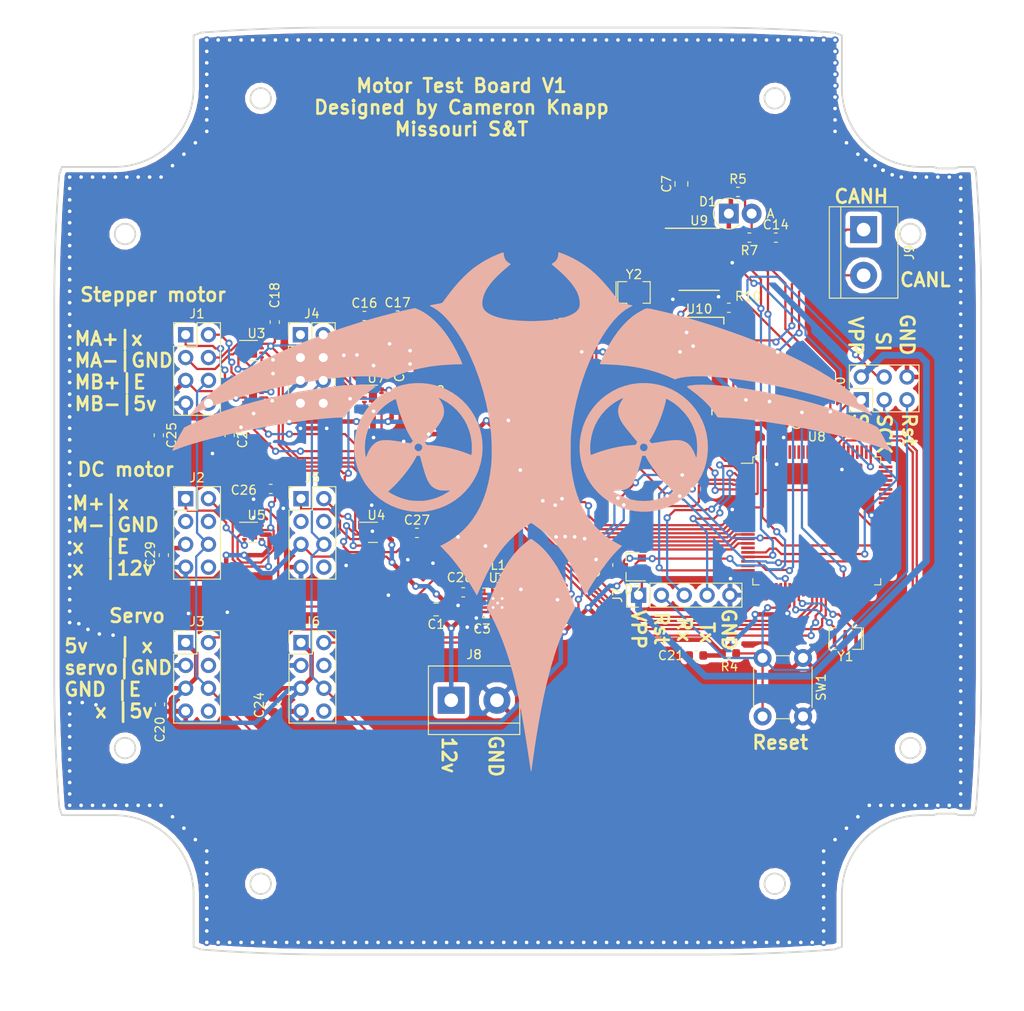
<source format=kicad_pcb>
(kicad_pcb (version 20171130) (host pcbnew "(5.0.2)-1")
  (layers (0 F.Cu signal) (31 B.Cu signal) (34 B.Paste user) (35 F.Paste user) (36 B.SilkS user) (37 F.SilkS user) (38 B.Mask user) (39 F.Mask user hide) (44 Edge.Cuts user))
  (net 0 "")
  (net 1 +12V)
  (net 2 GNDREF)
  (net 3 "Net-(C3-Pad2)")
  (net 4 "Net-(C4-Pad2)")
  (net 5 +5V)
  (net 6 "Net-(C14-Pad1)")
  (net 7 "Net-(L1-Pad1)")
  (net 8 "Net-(L1-Pad2)")
  (net 9 Servo1)
  (net 10 Servo2)
  (net 11 INT)
  (net 12 RX0)
  (net 13 +3V3)
  (net 14 M1A+C)
  (net 15 M1A-C)
  (net 16 M1B+C)
  (net 17 M1B-C)
  (net 18 M2A+C)
  (net 19 M2A-C)
  (net 20 M2B+C)
  (net 21 SI)
  (net 22 S0)
  (net 23 TX2)
  (net 24 M2B-C)
  (net 25 M1+C)
  (net 26 M2+C)
  (net 27 M1-C)
  (net 28 M2-C)
  (net 29 RX1)
  (net 30 TX1)
  (net 31 SCK)
  (net 32 TX0)
  (net 33 E2)
  (net 34 E1)
  (net 35 "Net-(U10-Pad1)")
  (net 36 "Net-(U10-Pad4)")
  (net 37 Reset)
  (net 38 M1A+)
  (net 39 M1A-)
  (net 40 M1B+)
  (net 41 M1B-)
  (net 42 M1-)
  (net 43 M1+)
  (net 44 M2A+)
  (net 45 M2A-)
  (net 46 M2B+)
  (net 47 M2B-)
  (net 48 M2+)
  (net 49 M2-)
  (net 50 "Net-(R8-Pad1)")
  (net 51 "Net-(R10-Pad1)")
  (net 52 "Net-(U8-Pad33)")
  (net 53 "Net-(U8-Pad34)")
  (net 54 "Net-(U9-Pad8)")
  (net 55 "Net-(U9-Pad9)")
  (net 56 CANL)
  (net 57 CANH)
  (net 58 Tx)
  (net 59 Rx)
  (net 60 Rst)
  (net 61 VCC)
  (net 62 "Net-(U1-Pad5)")
  (net 63 VPP)
  (net 64 MCP_SS)
  (module Connector_PinHeader_2.54mm:PinHeader_2x03_P2.54mm_Vertical (layer F.Cu) (at 172.72 92.456 90)
    (fp_text reference J10 (at 1.27 -2.33 90) (layer F.SilkS))
    (fp_text value ICSP)
    (pad 1 thru_hole rect (at 0 0 90) (size 1.7 1.7) (drill 1) (layers *.Cu *.Mask) (net 22 S0))
    (pad 2 thru_hole oval (at 2.54 0 90) (size 1.7 1.7) (drill 1) (layers *.Cu *.Mask) (net 63 VPP))
    (pad 3 thru_hole oval (at 0 2.54 90) (size 1.7 1.7) (drill 1) (layers *.Cu *.Mask) (net 31 SCK))
    (pad 4 thru_hole oval (at 2.54 2.54 90) (size 1.7 1.7) (drill 1) (layers *.Cu *.Mask) (net 21 SI))
    (pad 5 thru_hole oval (at 0 5.08 90) (size 1.7 1.7) (drill 1) (layers *.Cu *.Mask) (net 60 Rst))
    (pad 6 thru_hole oval (at 2.54 5.08 90) (size 1.7 1.7) (drill 1) (layers *.Cu *.Mask) (net 2 GNDREF))
  )
  (module Package_QFP:TQFP-100_14x14mm_P0.5mm (layer F.Cu) (at 167.767 105.918)
    (fp_text reference U8 (at 0 -9.35) (layer F.SilkS))
    (fp_text value ATmega2560-16AU)
    (pad 1 smd rect (at -7.65 -6) (size 1.5 0.3) (layers F.Cu F.Paste F.Mask))
    (pad 2 smd rect (at -7.65 -5.5) (size 1.5 0.3) (layers F.Cu F.Paste F.Mask) (net 59 Rx))
    (pad 3 smd rect (at -7.65 -5) (size 1.5 0.3) (layers F.Cu F.Paste F.Mask) (net 58 Tx))
    (pad 4 smd rect (at -7.65 -4.5) (size 1.5 0.3) (layers F.Cu F.Paste F.Mask) (net 9 Servo1))
    (pad 5 smd rect (at -7.65 -4) (size 1.5 0.3) (layers F.Cu F.Paste F.Mask) (net 10 Servo2))
    (pad 6 smd rect (at -7.65 -3.5) (size 1.5 0.3) (layers F.Cu F.Paste F.Mask) (net 11 INT))
    (pad 7 smd rect (at -7.65 -3) (size 1.5 0.3) (layers F.Cu F.Paste F.Mask) (net 12 RX0))
    (pad 8 smd rect (at -7.65 -2.5) (size 1.5 0.3) (layers F.Cu F.Paste F.Mask))
    (pad 9 smd rect (at -7.65 -2) (size 1.5 0.3) (layers F.Cu F.Paste F.Mask))
    (pad 10 smd rect (at -7.65 -1.5) (size 1.5 0.3) (layers F.Cu F.Paste F.Mask) (net 61 VCC))
    (pad 11 smd rect (at -7.65 -1) (size 1.5 0.3) (layers F.Cu F.Paste F.Mask) (net 2 GNDREF))
    (pad 12 smd rect (at -7.65 -0.5) (size 1.5 0.3) (layers F.Cu F.Paste F.Mask) (net 14 M1A+C))
    (pad 13 smd rect (at -7.65 0) (size 1.5 0.3) (layers F.Cu F.Paste F.Mask) (net 15 M1A-C))
    (pad 14 smd rect (at -7.65 0.5) (size 1.5 0.3) (layers F.Cu F.Paste F.Mask) (net 16 M1B+C))
    (pad 15 smd rect (at -7.65 1) (size 1.5 0.3) (layers F.Cu F.Paste F.Mask) (net 17 M1B-C))
    (pad 16 smd rect (at -7.65 1.5) (size 1.5 0.3) (layers F.Cu F.Paste F.Mask) (net 18 M2A+C))
    (pad 17 smd rect (at -7.65 2) (size 1.5 0.3) (layers F.Cu F.Paste F.Mask) (net 19 M2A-C))
    (pad 18 smd rect (at -7.65 2.5) (size 1.5 0.3) (layers F.Cu F.Paste F.Mask) (net 20 M2B+C))
    (pad 19 smd rect (at -7.65 3) (size 1.5 0.3) (layers F.Cu F.Paste F.Mask))
    (pad 20 smd rect (at -7.65 3.5) (size 1.5 0.3) (layers F.Cu F.Paste F.Mask) (net 31 SCK))
    (pad 21 smd rect (at -7.65 4) (size 1.5 0.3) (layers F.Cu F.Paste F.Mask) (net 21 SI))
    (pad 22 smd rect (at -7.65 4.5) (size 1.5 0.3) (layers F.Cu F.Paste F.Mask) (net 22 S0))
    (pad 23 smd rect (at -7.65 5) (size 1.5 0.3) (layers F.Cu F.Paste F.Mask))
    (pad 24 smd rect (at -7.65 5.5) (size 1.5 0.3) (layers F.Cu F.Paste F.Mask) (net 23 TX2))
    (pad 25 smd rect (at -7.65 6) (size 1.5 0.3) (layers F.Cu F.Paste F.Mask))
    (pad 26 smd rect (at -6 7.65) (size 0.3 1.5) (layers F.Cu F.Paste F.Mask))
    (pad 27 smd rect (at -5.5 7.65) (size 0.3 1.5) (layers F.Cu F.Paste F.Mask) (net 24 M2B-C))
    (pad 28 smd rect (at -5 7.65) (size 0.3 1.5) (layers F.Cu F.Paste F.Mask))
    (pad 29 smd rect (at -4.5 7.65) (size 0.3 1.5) (layers F.Cu F.Paste F.Mask))
    (pad 30 smd rect (at -4 7.65) (size 0.3 1.5) (layers F.Cu F.Paste F.Mask) (net 60 Rst))
    (pad 31 smd rect (at -3.5 7.65) (size 0.3 1.5) (layers F.Cu F.Paste F.Mask) (net 61 VCC))
    (pad 32 smd rect (at -3 7.65) (size 0.3 1.5) (layers F.Cu F.Paste F.Mask) (net 2 GNDREF))
    (pad 33 smd rect (at -2.5 7.65) (size 0.3 1.5) (layers F.Cu F.Paste F.Mask) (net 52 "Net-(U8-Pad33)"))
    (pad 34 smd rect (at -2 7.65) (size 0.3 1.5) (layers F.Cu F.Paste F.Mask) (net 53 "Net-(U8-Pad34)"))
    (pad 35 smd rect (at -1.5 7.65) (size 0.3 1.5) (layers F.Cu F.Paste F.Mask))
    (pad 36 smd rect (at -1 7.65) (size 0.3 1.5) (layers F.Cu F.Paste F.Mask))
    (pad 37 smd rect (at -0.5 7.65) (size 0.3 1.5) (layers F.Cu F.Paste F.Mask) (net 25 M1+C))
    (pad 38 smd rect (at 0 7.65) (size 0.3 1.5) (layers F.Cu F.Paste F.Mask) (net 26 M2+C))
    (pad 39 smd rect (at 0.5 7.65) (size 0.3 1.5) (layers F.Cu F.Paste F.Mask) (net 27 M1-C))
    (pad 40 smd rect (at 1 7.65) (size 0.3 1.5) (layers F.Cu F.Paste F.Mask) (net 28 M2-C))
    (pad 41 smd rect (at 1.5 7.65) (size 0.3 1.5) (layers F.Cu F.Paste F.Mask))
    (pad 42 smd rect (at 2 7.65) (size 0.3 1.5) (layers F.Cu F.Paste F.Mask))
    (pad 43 smd rect (at 2.5 7.65) (size 0.3 1.5) (layers F.Cu F.Paste F.Mask))
    (pad 44 smd rect (at 3 7.65) (size 0.3 1.5) (layers F.Cu F.Paste F.Mask) (net 29 RX1))
    (pad 45 smd rect (at 3.5 7.65) (size 0.3 1.5) (layers F.Cu F.Paste F.Mask))
    (pad 46 smd rect (at 4 7.65) (size 0.3 1.5) (layers F.Cu F.Paste F.Mask))
    (pad 47 smd rect (at 4.5 7.65) (size 0.3 1.5) (layers F.Cu F.Paste F.Mask))
    (pad 48 smd rect (at 5 7.65) (size 0.3 1.5) (layers F.Cu F.Paste F.Mask))
    (pad 49 smd rect (at 5.5 7.65) (size 0.3 1.5) (layers F.Cu F.Paste F.Mask))
    (pad 50 smd rect (at 6 7.65) (size 0.3 1.5) (layers F.Cu F.Paste F.Mask))
    (pad 51 smd rect (at 7.65 6) (size 1.5 0.3) (layers F.Cu F.Paste F.Mask))
    (pad 52 smd rect (at 7.65 5.5) (size 1.5 0.3) (layers F.Cu F.Paste F.Mask))
    (pad 53 smd rect (at 7.65 5) (size 1.5 0.3) (layers F.Cu F.Paste F.Mask))
    (pad 54 smd rect (at 7.65 4.5) (size 1.5 0.3) (layers F.Cu F.Paste F.Mask) (net 30 TX1))
    (pad 55 smd rect (at 7.65 4) (size 1.5 0.3) (layers F.Cu F.Paste F.Mask))
    (pad 56 smd rect (at 7.65 3.5) (size 1.5 0.3) (layers F.Cu F.Paste F.Mask) (net 32 TX0))
    (pad 57 smd rect (at 7.65 3) (size 1.5 0.3) (layers F.Cu F.Paste F.Mask))
    (pad 58 smd rect (at 7.65 2.5) (size 1.5 0.3) (layers F.Cu F.Paste F.Mask))
    (pad 59 smd rect (at 7.65 2) (size 1.5 0.3) (layers F.Cu F.Paste F.Mask))
    (pad 60 smd rect (at 7.65 1.5) (size 1.5 0.3) (layers F.Cu F.Paste F.Mask))
    (pad 61 smd rect (at 7.65 1) (size 1.5 0.3) (layers F.Cu F.Paste F.Mask) (net 61 VCC))
    (pad 62 smd rect (at 7.65 0.5) (size 1.5 0.3) (layers F.Cu F.Paste F.Mask) (net 2 GNDREF))
    (pad 63 smd rect (at 7.65 0) (size 1.5 0.3) (layers F.Cu F.Paste F.Mask))
    (pad 64 smd rect (at 7.65 -0.5) (size 1.5 0.3) (layers F.Cu F.Paste F.Mask))
    (pad 65 smd rect (at 7.65 -1) (size 1.5 0.3) (layers F.Cu F.Paste F.Mask))
    (pad 66 smd rect (at 7.65 -1.5) (size 1.5 0.3) (layers F.Cu F.Paste F.Mask))
    (pad 67 smd rect (at 7.65 -2) (size 1.5 0.3) (layers F.Cu F.Paste F.Mask))
    (pad 68 smd rect (at 7.65 -2.5) (size 1.5 0.3) (layers F.Cu F.Paste F.Mask))
    (pad 69 smd rect (at 7.65 -3) (size 1.5 0.3) (layers F.Cu F.Paste F.Mask))
    (pad 70 smd rect (at 7.65 -3.5) (size 1.5 0.3) (layers F.Cu F.Paste F.Mask))
    (pad 71 smd rect (at 7.65 -4) (size 1.5 0.3) (layers F.Cu F.Paste F.Mask))
    (pad 72 smd rect (at 7.65 -4.5) (size 1.5 0.3) (layers F.Cu F.Paste F.Mask))
    (pad 73 smd rect (at 7.65 -5) (size 1.5 0.3) (layers F.Cu F.Paste F.Mask))
    (pad 74 smd rect (at 7.65 -5.5) (size 1.5 0.3) (layers F.Cu F.Paste F.Mask))
    (pad 75 smd rect (at 7.65 -6) (size 1.5 0.3) (layers F.Cu F.Paste F.Mask))
    (pad 76 smd rect (at 6 -7.65) (size 0.3 1.5) (layers F.Cu F.Paste F.Mask) (net 64 MCP_SS))
    (pad 77 smd rect (at 5.5 -7.65) (size 0.3 1.5) (layers F.Cu F.Paste F.Mask))
    (pad 78 smd rect (at 5 -7.65) (size 0.3 1.5) (layers F.Cu F.Paste F.Mask))
    (pad 79 smd rect (at 4.5 -7.65) (size 0.3 1.5) (layers F.Cu F.Paste F.Mask))
    (pad 80 smd rect (at 4 -7.65) (size 0.3 1.5) (layers F.Cu F.Paste F.Mask) (net 61 VCC))
    (pad 81 smd rect (at 3.5 -7.65) (size 0.3 1.5) (layers F.Cu F.Paste F.Mask) (net 2 GNDREF))
    (pad 82 smd rect (at 3 -7.65) (size 0.3 1.5) (layers F.Cu F.Paste F.Mask) (net 33 E2))
    (pad 83 smd rect (at 2.5 -7.65) (size 0.3 1.5) (layers F.Cu F.Paste F.Mask) (net 34 E1))
    (pad 84 smd rect (at 2 -7.65) (size 0.3 1.5) (layers F.Cu F.Paste F.Mask))
    (pad 85 smd rect (at 1.5 -7.65) (size 0.3 1.5) (layers F.Cu F.Paste F.Mask))
    (pad 86 smd rect (at 1 -7.65) (size 0.3 1.5) (layers F.Cu F.Paste F.Mask))
    (pad 87 smd rect (at 0.5 -7.65) (size 0.3 1.5) (layers F.Cu F.Paste F.Mask))
    (pad 88 smd rect (at 0 -7.65) (size 0.3 1.5) (layers F.Cu F.Paste F.Mask))
    (pad 89 smd rect (at -0.5 -7.65) (size 0.3 1.5) (layers F.Cu F.Paste F.Mask))
    (pad 90 smd rect (at -1 -7.65) (size 0.3 1.5) (layers F.Cu F.Paste F.Mask))
    (pad 91 smd rect (at -1.5 -7.65) (size 0.3 1.5) (layers F.Cu F.Paste F.Mask))
    (pad 92 smd rect (at -2 -7.65) (size 0.3 1.5) (layers F.Cu F.Paste F.Mask))
    (pad 93 smd rect (at -2.5 -7.65) (size 0.3 1.5) (layers F.Cu F.Paste F.Mask))
    (pad 94 smd rect (at -3 -7.65) (size 0.3 1.5) (layers F.Cu F.Paste F.Mask))
    (pad 95 smd rect (at -3.5 -7.65) (size 0.3 1.5) (layers F.Cu F.Paste F.Mask))
    (pad 96 smd rect (at -4 -7.65) (size 0.3 1.5) (layers F.Cu F.Paste F.Mask))
    (pad 97 smd rect (at -4.5 -7.65) (size 0.3 1.5) (layers F.Cu F.Paste F.Mask))
    (pad 98 smd rect (at -5 -7.65) (size 0.3 1.5) (layers F.Cu F.Paste F.Mask) (net 5 +5V))
    (pad 99 smd rect (at -5.5 -7.65) (size 0.3 1.5) (layers F.Cu F.Paste F.Mask) (net 2 GNDREF))
    (pad 100 smd rect (at -6 -7.65) (size 0.3 1.5) (layers F.Cu F.Paste F.Mask) (net 61 VCC))
  )
  (module TerminalBlock:TerminalBlock_bornier-2_P5.08mm (layer F.Cu) (at 127.127 125.857)
    (fp_text reference J8 (at 2.54 -5.08) (layer F.SilkS))
    (fp_text value Screw_Terminal_01x02)
    (pad 1 thru_hole rect (at 0 0) (size 3 3) (drill 1.52) (layers *.Cu *.Mask) (net 1 +12V))
    (pad 2 thru_hole circle (at 5.08 0) (size 3 3) (drill 1.52) (layers *.Cu *.Mask) (net 2 GNDREF))
  )
  (module Package_SON:WSON-8-1EP_2x2mm_P0.5mm_EP0.9x1.6mm (layer F.Cu) (at 118.4275 91.948)
    (fp_text reference U7 (at 0.38 -1.9) (layer F.SilkS))
    (fp_text value AP1017AEN)
    (pad 6 smd rect (at 0.95 0.25) (size 0.5 0.25) (layers F.Cu F.Paste F.Mask) (net 5 +5V))
    (pad 5 smd rect (at 0.95 0.75) (size 0.5 0.25) (layers F.Cu F.Paste F.Mask) (net 20 M2B+C))
    (pad 4 smd rect (at -0.95 0.75) (size 0.5 0.25) (layers F.Cu F.Paste F.Mask) (net 24 M2B-C))
    (pad 2 smd rect (at -0.95 -0.25) (size 0.5 0.25) (layers F.Cu F.Paste F.Mask) (net 46 M2B+))
    (pad 1 smd rect (at -0.95 -0.75) (size 0.5 0.25) (layers F.Cu F.Paste F.Mask) (net 47 M2B-))
    (pad 9 smd rect (at 0 0) (size 0.9 1.6) (layers F.Cu F.Mask) (net 2 GNDREF))
    (pad 8 smd rect (at 0.95 -0.75) (size 0.5 0.25) (layers F.Cu F.Paste F.Mask) (net 13 +3V3))
    (pad 7 smd rect (at 0.95 -0.25) (size 0.5 0.25) (layers F.Cu F.Paste F.Mask) (net 13 +3V3))
    (pad 3 smd rect (at -0.95 0.25) (size 0.5 0.25) (layers F.Cu F.Paste F.Mask) (net 13 +3V3))
  )
  (module Package_SON:WSON-8-1EP_2x2mm_P0.5mm_EP0.9x1.6mm (layer F.Cu) (at 118.4275 86.995)
    (fp_text reference U6 (at 0.38 -1.9) (layer F.SilkS))
    (fp_text value AP1017AEN)
    (pad 3 smd rect (at -0.95 0.25) (size 0.5 0.25) (layers F.Cu F.Paste F.Mask) (net 13 +3V3))
    (pad 7 smd rect (at 0.95 -0.25) (size 0.5 0.25) (layers F.Cu F.Paste F.Mask) (net 13 +3V3))
    (pad 8 smd rect (at 0.95 -0.75) (size 0.5 0.25) (layers F.Cu F.Paste F.Mask) (net 13 +3V3))
    (pad 9 smd rect (at 0 0) (size 0.9 1.6) (layers F.Cu F.Mask) (net 2 GNDREF))
    (pad 1 smd rect (at -0.95 -0.75) (size 0.5 0.25) (layers F.Cu F.Paste F.Mask) (net 45 M2A-))
    (pad 2 smd rect (at -0.95 -0.25) (size 0.5 0.25) (layers F.Cu F.Paste F.Mask) (net 44 M2A+))
    (pad 4 smd rect (at -0.95 0.75) (size 0.5 0.25) (layers F.Cu F.Paste F.Mask) (net 19 M2A-C))
    (pad 5 smd rect (at 0.95 0.75) (size 0.5 0.25) (layers F.Cu F.Paste F.Mask) (net 18 M2A+C))
    (pad 6 smd rect (at 0.95 0.25) (size 0.5 0.25) (layers F.Cu F.Paste F.Mask) (net 5 +5V))
  )
  (module Package_SON:WSON-8-1EP_2x2mm_P0.5mm_EP0.9x1.6mm (layer F.Cu) (at 105.0925 107.188)
    (fp_text reference U5 (at 0.38 -1.9) (layer F.SilkS))
    (fp_text value AP1017AEN)
    (pad 6 smd rect (at 0.95 0.25) (size 0.5 0.25) (layers F.Cu F.Paste F.Mask) (net 1 +12V))
    (pad 5 smd rect (at 0.95 0.75) (size 0.5 0.25) (layers F.Cu F.Paste F.Mask) (net 42 M1-))
    (pad 4 smd rect (at -0.95 0.75) (size 0.5 0.25) (layers F.Cu F.Paste F.Mask) (net 43 M1+))
    (pad 2 smd rect (at -0.95 -0.25) (size 0.5 0.25) (layers F.Cu F.Paste F.Mask) (net 25 M1+C))
    (pad 1 smd rect (at -0.95 -0.75) (size 0.5 0.25) (layers F.Cu F.Paste F.Mask) (net 27 M1-C))
    (pad 9 smd rect (at 0 0) (size 0.9 1.6) (layers F.Cu F.Mask) (net 2 GNDREF))
    (pad 8 smd rect (at 0.95 -0.75) (size 0.5 0.25) (layers F.Cu F.Paste F.Mask) (net 13 +3V3))
    (pad 7 smd rect (at 0.95 -0.25) (size 0.5 0.25) (layers F.Cu F.Paste F.Mask) (net 13 +3V3))
    (pad 3 smd rect (at -0.95 0.25) (size 0.5 0.25) (layers F.Cu F.Paste F.Mask) (net 13 +3V3))
  )
  (module Package_SON:WSON-8-1EP_2x2mm_P0.5mm_EP0.9x1.6mm (layer F.Cu) (at 118.4275 107.188)
    (fp_text reference U4 (at 0.38 -1.9) (layer F.SilkS))
    (fp_text value AP1017AEN)
    (pad 3 smd rect (at -0.95 0.25) (size 0.5 0.25) (layers F.Cu F.Paste F.Mask) (net 13 +3V3))
    (pad 7 smd rect (at 0.95 -0.25) (size 0.5 0.25) (layers F.Cu F.Paste F.Mask) (net 13 +3V3))
    (pad 8 smd rect (at 0.95 -0.75) (size 0.5 0.25) (layers F.Cu F.Paste F.Mask) (net 13 +3V3))
    (pad 9 smd rect (at 0 0) (size 0.9 1.6) (layers F.Cu F.Mask) (net 2 GNDREF))
    (pad 1 smd rect (at -0.95 -0.75) (size 0.5 0.25) (layers F.Cu F.Paste F.Mask) (net 28 M2-C))
    (pad 2 smd rect (at -0.95 -0.25) (size 0.5 0.25) (layers F.Cu F.Paste F.Mask) (net 26 M2+C))
    (pad 4 smd rect (at -0.95 0.75) (size 0.5 0.25) (layers F.Cu F.Paste F.Mask) (net 48 M2+))
    (pad 5 smd rect (at 0.95 0.75) (size 0.5 0.25) (layers F.Cu F.Paste F.Mask) (net 49 M2-))
    (pad 6 smd rect (at 0.95 0.25) (size 0.5 0.25) (layers F.Cu F.Paste F.Mask) (net 1 +12V))
  )
  (module Package_SON:WSON-8-1EP_2x2mm_P0.5mm_EP0.9x1.6mm (layer F.Cu) (at 105.0925 91.948)
    (fp_text reference U2 (at 0.38 -1.9) (layer F.SilkS))
    (fp_text value AP1017AEN)
    (pad 6 smd rect (at 0.95 0.25) (size 0.5 0.25) (layers F.Cu F.Paste F.Mask) (net 5 +5V))
    (pad 5 smd rect (at 0.95 0.75) (size 0.5 0.25) (layers F.Cu F.Paste F.Mask) (net 14 M1A+C))
    (pad 4 smd rect (at -0.95 0.75) (size 0.5 0.25) (layers F.Cu F.Paste F.Mask) (net 15 M1A-C))
    (pad 2 smd rect (at -0.95 -0.25) (size 0.5 0.25) (layers F.Cu F.Paste F.Mask) (net 38 M1A+))
    (pad 1 smd rect (at -0.95 -0.75) (size 0.5 0.25) (layers F.Cu F.Paste F.Mask) (net 39 M1A-))
    (pad 9 smd rect (at 0 0) (size 0.9 1.6) (layers F.Cu F.Mask) (net 2 GNDREF))
    (pad 8 smd rect (at 0.95 -0.75) (size 0.5 0.25) (layers F.Cu F.Paste F.Mask) (net 13 +3V3))
    (pad 7 smd rect (at 0.95 -0.25) (size 0.5 0.25) (layers F.Cu F.Paste F.Mask) (net 13 +3V3))
    (pad 3 smd rect (at -0.95 0.25) (size 0.5 0.25) (layers F.Cu F.Paste F.Mask) (net 13 +3V3))
  )
  (module Package_SON:WSON-8-1EP_2x2mm_P0.5mm_EP0.9x1.6mm (layer F.Cu) (at 105.0925 86.976)
    (fp_text reference U3 (at 0.38 -1.9) (layer F.SilkS))
    (fp_text value AP1017AEN)
    (pad 6 smd rect (at 0.95 0.25) (size 0.5 0.25) (layers F.Cu F.Paste F.Mask) (net 5 +5V))
    (pad 5 smd rect (at 0.95 0.75) (size 0.5 0.25) (layers F.Cu F.Paste F.Mask) (net 16 M1B+C))
    (pad 4 smd rect (at -0.95 0.75) (size 0.5 0.25) (layers F.Cu F.Paste F.Mask) (net 17 M1B-C))
    (pad 2 smd rect (at -0.95 -0.25) (size 0.5 0.25) (layers F.Cu F.Paste F.Mask) (net 40 M1B+))
    (pad 1 smd rect (at -0.95 -0.75) (size 0.5 0.25) (layers F.Cu F.Paste F.Mask) (net 41 M1B-))
    (pad 9 smd rect (at 0 0) (size 0.9 1.6) (layers F.Cu F.Mask) (net 2 GNDREF))
    (pad 8 smd rect (at 0.95 -0.75) (size 0.5 0.25) (layers F.Cu F.Paste F.Mask) (net 13 +3V3))
    (pad 7 smd rect (at 0.95 -0.25) (size 0.5 0.25) (layers F.Cu F.Paste F.Mask) (net 13 +3V3))
    (pad 3 smd rect (at -0.95 0.25) (size 0.5 0.25) (layers F.Cu F.Paste F.Mask) (net 13 +3V3))
  )
  (module Capacitor_SMD:C_0603_1608Metric (layer F.Cu) (at 132.969 117.9195)
    (fp_text reference C3 (at -2.413 0) (layer F.SilkS))
    (fp_text value 0.1u)
    (pad 1 smd roundrect (at -0.7875 0) (size 0.875 0.95) (layers F.Cu F.Paste F.Mask) (net 2 GNDREF))
    (pad 2 smd roundrect (at 0.7875 0) (size 0.875 0.95) (layers F.Cu F.Paste F.Mask) (net 3 "Net-(C3-Pad2)"))
  )
  (module Capacitor_SMD:C_0603_1608Metric (layer F.Cu) (at 136.8425 116.586 180)
    (fp_text reference C4 (at -2.413 0 180) (layer F.SilkS))
    (fp_text value 10p)
    (pad 2 smd roundrect (at 0.7875 0 180) (size 0.875 0.95) (layers F.Cu F.Paste F.Mask) (net 4 "Net-(C4-Pad2)"))
    (pad 1 smd roundrect (at -0.7875 0 180) (size 0.875 0.95) (layers F.Cu F.Paste F.Mask) (net 2 GNDREF))
  )
  (module Capacitor_SMD:C_0603_1608Metric (layer F.Cu) (at 163.2205 74.422)
    (fp_text reference C14 (at 0 -1.43) (layer F.SilkS))
    (fp_text value 1u)
    (pad 1 smd roundrect (at -0.7875 0) (size 0.875 0.95) (layers F.Cu F.Paste F.Mask) (net 6 "Net-(C14-Pad1)"))
    (pad 2 smd roundrect (at 0.7875 0) (size 0.875 0.95) (layers F.Cu F.Paste F.Mask) (net 2 GNDREF))
  )
  (module Diode_THT:D_DO-41_SOD81_P2.54mm_Vertical_AnodeUp (layer F.Cu) (at 157.988 71.755)
    (fp_text reference D1 (at -2.3495 -1.3335) (layer F.SilkS))
    (fp_text value 1N4007)
    (fp_text user A (at 4.64 0) (layer F.SilkS))
    (pad 1 thru_hole rect (at 0 0) (size 2.2 2.2) (drill 1.1) (layers *.Cu *.Mask) (net 5 +5V))
    (pad 2 thru_hole oval (at 2.54 0) (size 2.2 2.2) (drill 1.1) (layers *.Cu *.Mask) (net 6 "Net-(C14-Pad1)"))
  )
  (module Package_SON:Texas_S-PWSON-N10_ThermalVias (layer F.Cu) (at 132.285 115.046)
    (fp_text reference U1 (at 0 -2.8) (layer F.SilkS))
    (fp_text value TPS63060)
    (pad 11 smd rect (at -0.6 1.425) (size 0.25 0.7) (layers F.Cu F.Paste F.Mask) (net 2 GNDREF))
    (pad 11 smd rect (at 0.6 1.425) (size 0.25 0.7) (layers F.Cu F.Paste F.Mask) (net 2 GNDREF))
    (pad 11 smd rect (at -0.6 -1.425) (size 0.25 0.7) (layers F.Cu F.Paste F.Mask) (net 2 GNDREF))
    (pad 11 smd rect (at 0.6 -1.425) (size 0.25 0.7) (layers F.Cu F.Paste F.Mask) (net 2 GNDREF))
    (pad 1 smd oval (at -1.475 -1) (size 0.85 0.28) (layers F.Cu F.Paste F.Mask) (net 7 "Net-(L1-Pad1)"))
    (pad 2 smd oval (at -1.475 -0.5) (size 0.85 0.28) (layers F.Cu F.Paste F.Mask) (net 1 +12V))
    (pad 3 smd rect (at -1.76 0) (size 0.28 0.28) (layers F.Cu F.Paste F.Mask) (net 1 +12V))
    (pad 4 smd oval (at -1.475 0.5) (size 0.85 0.28) (layers F.Cu F.Paste F.Mask) (net 2 GNDREF))
    (pad 5 smd rect (at -1.76 1) (size 0.28 0.28) (layers F.Cu F.Paste F.Mask) (net 62 "Net-(U1-Pad5)"))
    (pad 6 smd oval (at 1.475 1) (size 0.85 0.28) (layers F.Cu F.Paste F.Mask) (net 3 "Net-(C3-Pad2)"))
    (pad 7 smd oval (at 1.475 0.5) (size 0.85 0.28) (layers F.Cu F.Paste F.Mask) (net 2 GNDREF))
    (pad 8 smd rect (at 1.76 0) (size 0.28 0.28) (layers F.Cu F.Paste F.Mask) (net 4 "Net-(C4-Pad2)"))
    (pad 9 smd rect (at 1.76 -0.5) (size 0.28 0.28) (layers F.Cu F.Paste F.Mask) (net 5 +5V))
    (pad 10 smd rect (at 1.76 -1) (size 0.28 0.28) (layers F.Cu F.Paste F.Mask) (net 8 "Net-(L1-Pad2)"))
    (pad 11 thru_hole circle (at 0 0) (size 0.6 0.6) (drill 0.3) (layers *.Cu *.Mask) (net 2 GNDREF))
    (pad 11 thru_hole circle (at -0.5 -0.5) (size 0.6 0.6) (drill 0.3) (layers *.Cu *.Mask) (net 2 GNDREF))
    (pad 11 thru_hole circle (at 0.5 -0.5) (size 0.6 0.6) (drill 0.3) (layers *.Cu *.Mask) (net 2 GNDREF))
    (pad 11 thru_hole circle (at -0.5 0.5) (size 0.6 0.6) (drill 0.3) (layers *.Cu *.Mask) (net 2 GNDREF))
    (pad 11 thru_hole circle (at 0.5 0.5) (size 0.6 0.6) (drill 0.3) (layers *.Cu *.Mask) (net 2 GNDREF))
    (pad 11 smd rect (at -0.2 -1.425) (size 0.25 0.7) (layers F.Cu F.Paste F.Mask) (net 2 GNDREF))
    (pad 11 smd rect (at 0.2 -1.425) (size 0.25 0.7) (layers F.Cu F.Paste F.Mask) (net 2 GNDREF))
    (pad 11 smd rect (at -0.2 1.425) (size 0.25 0.7) (layers F.Cu F.Paste F.Mask) (net 2 GNDREF))
    (pad 11 smd rect (at 0.2 1.425) (size 0.25 0.7) (layers F.Cu F.Paste F.Mask) (net 2 GNDREF))
    (pad 11 smd rect (at 0 0) (size 1.7 2.15) (layers F.Cu F.Mask) (net 2 GNDREF))
    (pad 1 smd rect (at -1.76 -1) (size 0.28 0.28) (layers F.Cu F.Paste F.Mask) (net 7 "Net-(L1-Pad1)"))
    (pad 2 smd rect (at -1.76 -0.5) (size 0.28 0.28) (layers F.Cu F.Paste F.Mask) (net 1 +12V))
    (pad 3 smd oval (at -1.475 0) (size 0.85 0.28) (layers F.Cu F.Paste F.Mask) (net 1 +12V))
    (pad 4 smd rect (at -1.76 0.5) (size 0.28 0.28) (layers F.Cu F.Paste F.Mask) (net 2 GNDREF))
    (pad 5 smd oval (at -1.475 1) (size 0.85 0.28) (layers F.Cu F.Paste F.Mask) (net 62 "Net-(U1-Pad5)"))
    (pad 6 smd rect (at 1.76 1) (size 0.28 0.28) (layers F.Cu F.Paste F.Mask) (net 3 "Net-(C3-Pad2)"))
    (pad 7 smd rect (at 1.76 0.5) (size 0.28 0.28) (layers F.Cu F.Paste F.Mask) (net 2 GNDREF))
    (pad 8 smd oval (at 1.475 0) (size 0.85 0.28) (layers F.Cu F.Paste F.Mask) (net 4 "Net-(C4-Pad2)"))
    (pad 9 smd oval (at 1.475 -0.5) (size 0.85 0.28) (layers F.Cu F.Paste F.Mask) (net 5 +5V))
    (pad 10 smd oval (at 1.475 -1) (size 0.85 0.28) (layers F.Cu F.Paste F.Mask) (net 8 "Net-(L1-Pad2)"))
    (pad 11 smd rect (at -0.001 0) (size 2.3 2.3) (layers B.Cu) (net 2 GNDREF))
    (pad 11 smd rect (at -0.435 -0.56) (size 0.65 0.9) (layers F.Cu F.Paste F.Mask) (net 2 GNDREF))
    (pad 11 smd rect (at 0.435 0.56) (size 0.65 0.9) (layers F.Cu F.Paste F.Mask) (net 2 GNDREF))
    (pad 11 smd rect (at -0.435 0.56) (size 0.65 0.9) (layers F.Cu F.Paste F.Mask) (net 2 GNDREF))
    (pad 11 smd rect (at 0.435 -0.56) (size 0.65 0.9) (layers F.Cu F.Paste F.Mask) (net 2 GNDREF))
    (pad 11 smd rect (at -0.6 -1.425) (size 0.23 0.6) (layers F.Cu F.Paste F.Mask) (net 2 GNDREF))
    (pad 11 smd rect (at -0.2 -1.425) (size 0.23 0.6) (layers F.Cu F.Paste F.Mask) (net 2 GNDREF))
    (pad 11 smd rect (at 0.2 -1.425) (size 0.23 0.6) (layers F.Cu F.Paste F.Mask) (net 2 GNDREF))
    (pad 11 smd rect (at 0.6 -1.425) (size 0.23 0.6) (layers F.Cu F.Paste F.Mask) (net 2 GNDREF))
    (pad 11 smd rect (at -0.6 1.425) (size 0.23 0.6) (layers F.Cu F.Paste F.Mask) (net 2 GNDREF))
    (pad 11 smd rect (at -0.2 1.425) (size 0.23 0.6) (layers F.Cu F.Paste F.Mask) (net 2 GNDREF))
    (pad 11 smd rect (at 0.2 1.425) (size 0.23 0.6) (layers F.Cu F.Paste F.Mask) (net 2 GNDREF))
    (pad 11 smd rect (at 0.6 1.425) (size 0.23 0.6) (layers F.Cu F.Paste F.Mask) (net 2 GNDREF))
  )
  (module Package_SO:TSSOP-20_4.4x6.5mm_P0.65mm (layer F.Cu) (at 154.686 76.835)
    (fp_text reference U9 (at 0 -4.3) (layer F.SilkS))
    (fp_text value MCP2515-EST)
    (pad 1 smd rect (at -2.95 -2.925) (size 1.45 0.45) (layers F.Cu F.Paste F.Mask) (net 35 "Net-(U10-Pad1)"))
    (pad 2 smd rect (at -2.95 -2.275) (size 1.45 0.45) (layers F.Cu F.Paste F.Mask) (net 36 "Net-(U10-Pad4)"))
    (pad 3 smd rect (at -2.95 -1.625) (size 1.45 0.45) (layers F.Cu F.Paste F.Mask))
    (pad 4 smd rect (at -2.95 -0.975) (size 1.45 0.45) (layers F.Cu F.Paste F.Mask) (net 32 TX0))
    (pad 5 smd rect (at -2.95 -0.325) (size 1.45 0.45) (layers F.Cu F.Paste F.Mask) (net 30 TX1))
    (pad 6 smd rect (at -2.95 0.325) (size 1.45 0.45) (layers F.Cu F.Paste F.Mask))
    (pad 7 smd rect (at -2.95 0.975) (size 1.45 0.45) (layers F.Cu F.Paste F.Mask) (net 23 TX2))
    (pad 8 smd rect (at -2.95 1.625) (size 1.45 0.45) (layers F.Cu F.Paste F.Mask) (net 54 "Net-(U9-Pad8)"))
    (pad 9 smd rect (at -2.95 2.275) (size 1.45 0.45) (layers F.Cu F.Paste F.Mask) (net 55 "Net-(U9-Pad9)"))
    (pad 10 smd rect (at -2.95 2.925) (size 1.45 0.45) (layers F.Cu F.Paste F.Mask) (net 2 GNDREF))
    (pad 11 smd rect (at 2.95 2.925) (size 1.45 0.45) (layers F.Cu F.Paste F.Mask) (net 29 RX1))
    (pad 12 smd rect (at 2.95 2.275) (size 1.45 0.45) (layers F.Cu F.Paste F.Mask) (net 12 RX0))
    (pad 13 smd rect (at 2.95 1.625) (size 1.45 0.45) (layers F.Cu F.Paste F.Mask) (net 11 INT))
    (pad 14 smd rect (at 2.95 0.975) (size 1.45 0.45) (layers F.Cu F.Paste F.Mask) (net 31 SCK))
    (pad 15 smd rect (at 2.95 0.325) (size 1.45 0.45) (layers F.Cu F.Paste F.Mask))
    (pad 16 smd rect (at 2.95 -0.325) (size 1.45 0.45) (layers F.Cu F.Paste F.Mask) (net 21 SI))
    (pad 17 smd rect (at 2.95 -0.975) (size 1.45 0.45) (layers F.Cu F.Paste F.Mask) (net 22 S0))
    (pad 18 smd rect (at 2.95 -1.625) (size 1.45 0.45) (layers F.Cu F.Paste F.Mask) (net 64 MCP_SS))
    (pad 19 smd rect (at 2.95 -2.275) (size 1.45 0.45) (layers F.Cu F.Paste F.Mask) (net 37 Reset))
    (pad 20 smd rect (at 2.95 -2.925) (size 1.45 0.45) (layers F.Cu F.Paste F.Mask) (net 5 +5V))
  )
  (module Capacitor_SMD:C_0603_1608Metric (layer F.Cu) (at 117.4749 83.1342)
    (fp_text reference C16 (at 0 -1.43) (layer F.SilkS))
    (fp_text value 100n)
    (pad 2 smd roundrect (at 0.7875 0) (size 0.875 0.95) (layers F.Cu F.Paste F.Mask) (net 2 GNDREF))
    (pad 1 smd roundrect (at -0.7875 0) (size 0.875 0.95) (layers F.Cu F.Paste F.Mask) (net 13 +3V3))
  )
  (module Capacitor_SMD:C_0603_1608Metric (layer F.Cu) (at 121.158 83.0834)
    (fp_text reference C17 (at 0 -1.43) (layer F.SilkS))
    (fp_text value 100n)
    (pad 1 smd roundrect (at -0.7875 0) (size 0.875 0.95) (layers F.Cu F.Paste F.Mask) (net 13 +3V3))
    (pad 2 smd roundrect (at 0.7875 0) (size 0.875 0.95) (layers F.Cu F.Paste F.Mask) (net 2 GNDREF))
  )
  (module Capacitor_SMD:C_0603_1608Metric (layer F.Cu) (at 107.5055 83.82 90)
    (fp_text reference C18 (at 2.9845 0 90) (layer F.SilkS))
    (fp_text value 100n)
    (pad 1 smd roundrect (at -0.7875 0 90) (size 0.875 0.95) (layers F.Cu F.Paste F.Mask) (net 13 +3V3))
    (pad 2 smd roundrect (at 0.7875 0 90) (size 0.875 0.95) (layers F.Cu F.Paste F.Mask) (net 2 GNDREF))
  )
  (module Capacitor_SMD:C_0603_1608Metric (layer F.Cu) (at 122.1105 91.44)
    (fp_text reference C19 (at 2.8449 0) (layer F.SilkS))
    (fp_text value 100n)
    (pad 2 smd roundrect (at 0.7875 0) (size 0.875 0.95) (layers F.Cu F.Paste F.Mask) (net 2 GNDREF))
    (pad 1 smd roundrect (at -0.7875 0) (size 0.875 0.95) (layers F.Cu F.Paste F.Mask) (net 13 +3V3))
  )
  (module Capacitor_SMD:C_0603_1608Metric (layer F.Cu) (at 94.742 126.3141 270)
    (fp_text reference C20 (at 2.794 0 270) (layer F.SilkS))
    (fp_text value 100n)
    (pad 1 smd roundrect (at -0.7875 0 270) (size 0.875 0.95) (layers F.Cu F.Paste F.Mask) (net 5 +5V))
    (pad 2 smd roundrect (at 0.7875 0 270) (size 0.875 0.95) (layers F.Cu F.Paste F.Mask) (net 2 GNDREF))
  )
  (module Capacitor_SMD:C_0603_1608Metric (layer F.Cu) (at 154.355901 120.8786 180)
    (fp_text reference C21 (at 2.794 0 180) (layer F.SilkS))
    (fp_text value 100n)
    (pad 2 smd roundrect (at 0.7875 0 180) (size 0.875 0.95) (layers F.Cu F.Paste F.Mask) (net 2 GNDREF))
    (pad 1 smd roundrect (at -0.7875 0 180) (size 0.875 0.95) (layers F.Cu F.Paste F.Mask) (net 5 +5V))
  )
  (module Capacitor_SMD:C_0603_1608Metric (layer F.Cu) (at 102.489 96.393 270)
    (fp_text reference C22 (at 0 -1.43 270) (layer F.SilkS))
    (fp_text value 100n)
    (pad 2 smd roundrect (at 0.7875 0 270) (size 0.875 0.95) (layers F.Cu F.Paste F.Mask) (net 2 GNDREF))
    (pad 1 smd roundrect (at -0.7875 0 270) (size 0.875 0.95) (layers F.Cu F.Paste F.Mask) (net 5 +5V))
  )
  (module Capacitor_SMD:C_0603_1608Metric (layer F.Cu) (at 121.412 86.1315 90)
    (fp_text reference C23 (at -2.9209 -0.0254 90) (layer F.SilkS))
    (fp_text value 100n)
    (pad 1 smd roundrect (at -0.7875 0 90) (size 0.875 0.95) (layers F.Cu F.Paste F.Mask) (net 5 +5V))
    (pad 2 smd roundrect (at 0.7875 0 90) (size 0.875 0.95) (layers F.Cu F.Paste F.Mask) (net 2 GNDREF))
  )
  (module Capacitor_SMD:C_0603_1608Metric (layer F.Cu) (at 107.315 126.365 270)
    (fp_text reference C24 (at 0.025299 1.524 270) (layer F.SilkS))
    (fp_text value 100n)
    (pad 2 smd roundrect (at 0.7875 0 270) (size 0.875 0.95) (layers F.Cu F.Paste F.Mask) (net 2 GNDREF))
    (pad 1 smd roundrect (at -0.7875 0 270) (size 0.875 0.95) (layers F.Cu F.Paste F.Mask) (net 5 +5V))
  )
  (module Capacitor_SMD:C_0603_1608Metric (layer F.Cu) (at 94.615 96.393 270)
    (fp_text reference C25 (at 0 -1.43 270) (layer F.SilkS))
    (fp_text value 100n)
    (pad 1 smd roundrect (at -0.7875 0 270) (size 0.875 0.95) (layers F.Cu F.Paste F.Mask) (net 5 +5V))
    (pad 2 smd roundrect (at 0.7875 0 270) (size 0.875 0.95) (layers F.Cu F.Paste F.Mask) (net 2 GNDREF))
  )
  (module Capacitor_SMD:C_0603_1608Metric (layer F.Cu) (at 107.061 102.362 180)
    (fp_text reference C26 (at 2.997099 -0.127 180) (layer F.SilkS))
    (fp_text value 100n)
    (pad 1 smd roundrect (at -0.7875 0 180) (size 0.875 0.95) (layers F.Cu F.Paste F.Mask) (net 13 +3V3))
    (pad 2 smd roundrect (at 0.7875 0 180) (size 0.875 0.95) (layers F.Cu F.Paste F.Mask) (net 2 GNDREF))
  )
  (module Capacitor_SMD:C_0603_1608Metric (layer F.Cu) (at 123.317 107.2515)
    (fp_text reference C27 (at 0 -1.43) (layer F.SilkS))
    (fp_text value 100n)
    (pad 2 smd roundrect (at 0.7875 0) (size 0.875 0.95) (layers F.Cu F.Paste F.Mask) (net 2 GNDREF))
    (pad 1 smd roundrect (at -0.7875 0) (size 0.875 0.95) (layers F.Cu F.Paste F.Mask) (net 13 +3V3))
  )
  (module Capacitor_SMD:C_0603_1608Metric (layer F.Cu) (at 128.4605 113.8555 180)
    (fp_text reference C28 (at 0.381 1.651 180) (layer F.SilkS))
    (fp_text value 100n)
    (pad 2 smd roundrect (at 0.7875 0 180) (size 0.875 0.95) (layers F.Cu F.Paste F.Mask) (net 2 GNDREF))
    (pad 1 smd roundrect (at -0.7875 0 180) (size 0.875 0.95) (layers F.Cu F.Paste F.Mask) (net 1 +12V))
  )
  (module Capacitor_SMD:C_0603_1608Metric (layer F.Cu) (at 95.1738 109.727899 270)
    (fp_text reference C29 (at -0.101499 1.4986 270) (layer F.SilkS))
    (fp_text value 100n)
    (pad 1 smd roundrect (at -0.7875 0 270) (size 0.875 0.95) (layers F.Cu F.Paste F.Mask) (net 1 +12V))
    (pad 2 smd roundrect (at 0.7875 0 270) (size 0.875 0.95) (layers F.Cu F.Paste F.Mask) (net 2 GNDREF))
  )
  (module Capacitor_SMD:C_0603_1608Metric (layer F.Cu) (at 144.5768 110.8202 90)
    (fp_text reference C30 (at 0 -1.43 90) (layer F.SilkS))
    (fp_text value 100n)
    (pad 2 smd roundrect (at 0.7875 0 90) (size 0.875 0.95) (layers F.Cu F.Paste F.Mask) (net 2 GNDREF))
    (pad 1 smd roundrect (at -0.7875 0 90) (size 0.875 0.95) (layers F.Cu F.Paste F.Mask) (net 61 VCC))
  )
  (module Connector_PinHeader_2.54mm:PinHeader_2x04_P2.54mm_Vertical (layer F.Cu) (at 97.5995 85.217)
    (fp_text reference J1 (at 1.27 -2.33) (layer F.SilkS))
    (fp_text value Conn_02x04_Counter_Clockwise)
    (pad 1 thru_hole rect (at 0 0) (size 1.7 1.7) (drill 1) (layers *.Cu *.Mask) (net 38 M1A+))
    (pad 2 thru_hole oval (at 2.54 0) (size 1.7 1.7) (drill 1) (layers *.Cu *.Mask) (net 39 M1A-))
    (pad 3 thru_hole oval (at 0 2.54) (size 1.7 1.7) (drill 1) (layers *.Cu *.Mask) (net 40 M1B+))
    (pad 4 thru_hole oval (at 2.54 2.54) (size 1.7 1.7) (drill 1) (layers *.Cu *.Mask) (net 41 M1B-))
    (pad 5 thru_hole oval (at 0 5.08) (size 1.7 1.7) (drill 1) (layers *.Cu *.Mask) (net 5 +5V))
    (pad 6 thru_hole oval (at 2.54 5.08) (size 1.7 1.7) (drill 1) (layers *.Cu *.Mask) (net 34 E1))
    (pad 7 thru_hole oval (at 0 7.62) (size 1.7 1.7) (drill 1) (layers *.Cu *.Mask) (net 2 GNDREF))
    (pad 8 thru_hole oval (at 2.54 7.62) (size 1.7 1.7) (drill 1) (layers *.Cu *.Mask))
  )
  (module Connector_PinHeader_2.54mm:PinHeader_2x04_P2.54mm_Vertical (layer F.Cu) (at 97.5995 103.4415)
    (fp_text reference J2 (at 1.27 -2.33) (layer F.SilkS))
    (fp_text value Conn_02x04_Counter_Clockwise)
    (pad 1 thru_hole rect (at 0 0) (size 1.7 1.7) (drill 1) (layers *.Cu *.Mask) (net 43 M1+))
    (pad 2 thru_hole oval (at 2.54 0) (size 1.7 1.7) (drill 1) (layers *.Cu *.Mask) (net 42 M1-))
    (pad 3 thru_hole oval (at 0 2.54) (size 1.7 1.7) (drill 1) (layers *.Cu *.Mask))
    (pad 4 thru_hole oval (at 2.54 2.54) (size 1.7 1.7) (drill 1) (layers *.Cu *.Mask))
    (pad 5 thru_hole oval (at 0 5.08) (size 1.7 1.7) (drill 1) (layers *.Cu *.Mask) (net 1 +12V))
    (pad 6 thru_hole oval (at 2.54 5.08) (size 1.7 1.7) (drill 1) (layers *.Cu *.Mask) (net 34 E1))
    (pad 7 thru_hole oval (at 0 7.62) (size 1.7 1.7) (drill 1) (layers *.Cu *.Mask) (net 2 GNDREF))
    (pad 8 thru_hole oval (at 2.54 7.62) (size 1.7 1.7) (drill 1) (layers *.Cu *.Mask))
  )
  (module Connector_PinHeader_2.54mm:PinHeader_2x04_P2.54mm_Vertical (layer F.Cu) (at 97.5995 119.4435)
    (fp_text reference J3 (at 1.27 -2.33) (layer F.SilkS))
    (fp_text value Conn_02x04_Counter_Clockwise)
    (pad 8 thru_hole oval (at 2.54 7.62) (size 1.7 1.7) (drill 1) (layers *.Cu *.Mask))
    (pad 7 thru_hole oval (at 0 7.62) (size 1.7 1.7) (drill 1) (layers *.Cu *.Mask) (net 2 GNDREF))
    (pad 6 thru_hole oval (at 2.54 5.08) (size 1.7 1.7) (drill 1) (layers *.Cu *.Mask) (net 34 E1))
    (pad 5 thru_hole oval (at 0 5.08) (size 1.7 1.7) (drill 1) (layers *.Cu *.Mask) (net 5 +5V))
    (pad 4 thru_hole oval (at 2.54 2.54) (size 1.7 1.7) (drill 1) (layers *.Cu *.Mask))
    (pad 3 thru_hole oval (at 0 2.54) (size 1.7 1.7) (drill 1) (layers *.Cu *.Mask) (net 2 GNDREF))
    (pad 2 thru_hole oval (at 2.54 0) (size 1.7 1.7) (drill 1) (layers *.Cu *.Mask) (net 9 Servo1))
    (pad 1 thru_hole rect (at 0 0) (size 1.7 1.7) (drill 1) (layers *.Cu *.Mask) (net 5 +5V))
  )
  (module Connector_PinHeader_2.54mm:PinHeader_2x04_P2.54mm_Vertical (layer F.Cu) (at 110.363 85.217)
    (fp_text reference J4 (at 1.27 -2.33) (layer F.SilkS))
    (fp_text value Conn_02x04_Counter_Clockwise)
    (pad 8 thru_hole oval (at 2.54 7.62) (size 1.7 1.7) (drill 1) (layers *.Cu *.Mask))
    (pad 7 thru_hole oval (at 0 7.62) (size 1.7 1.7) (drill 1) (layers *.Cu *.Mask) (net 2 GNDREF))
    (pad 6 thru_hole oval (at 2.54 5.08) (size 1.7 1.7) (drill 1) (layers *.Cu *.Mask) (net 33 E2))
    (pad 5 thru_hole oval (at 0 5.08) (size 1.7 1.7) (drill 1) (layers *.Cu *.Mask) (net 5 +5V))
    (pad 4 thru_hole oval (at 2.54 2.54) (size 1.7 1.7) (drill 1) (layers *.Cu *.Mask) (net 47 M2B-))
    (pad 3 thru_hole oval (at 0 2.54) (size 1.7 1.7) (drill 1) (layers *.Cu *.Mask) (net 46 M2B+))
    (pad 2 thru_hole oval (at 2.54 0) (size 1.7 1.7) (drill 1) (layers *.Cu *.Mask) (net 45 M2A-))
    (pad 1 thru_hole rect (at 0 0) (size 1.7 1.7) (drill 1) (layers *.Cu *.Mask) (net 44 M2A+))
  )
  (module Connector_PinHeader_2.54mm:PinHeader_2x04_P2.54mm_Vertical (layer F.Cu) (at 110.4265 103.4415)
    (fp_text reference J5 (at 1.27 -2.33) (layer F.SilkS))
    (fp_text value Conn_02x04_Counter_Clockwise)
    (pad 1 thru_hole rect (at 0 0) (size 1.7 1.7) (drill 1) (layers *.Cu *.Mask) (net 48 M2+))
    (pad 2 thru_hole oval (at 2.54 0) (size 1.7 1.7) (drill 1) (layers *.Cu *.Mask) (net 49 M2-))
    (pad 3 thru_hole oval (at 0 2.54) (size 1.7 1.7) (drill 1) (layers *.Cu *.Mask))
    (pad 4 thru_hole oval (at 2.54 2.54) (size 1.7 1.7) (drill 1) (layers *.Cu *.Mask))
    (pad 5 thru_hole oval (at 0 5.08) (size 1.7 1.7) (drill 1) (layers *.Cu *.Mask) (net 1 +12V))
    (pad 6 thru_hole oval (at 2.54 5.08) (size 1.7 1.7) (drill 1) (layers *.Cu *.Mask) (net 33 E2))
    (pad 7 thru_hole oval (at 0 7.62) (size 1.7 1.7) (drill 1) (layers *.Cu *.Mask) (net 2 GNDREF))
    (pad 8 thru_hole oval (at 2.54 7.62) (size 1.7 1.7) (drill 1) (layers *.Cu *.Mask))
  )
  (module Connector_PinHeader_2.54mm:PinHeader_2x04_P2.54mm_Vertical (layer F.Cu) (at 110.4265 119.4435)
    (fp_text reference J6 (at 1.27 -2.33) (layer F.SilkS))
    (fp_text value Conn_02x04_Counter_Clockwise)
    (pad 8 thru_hole oval (at 2.54 7.62) (size 1.7 1.7) (drill 1) (layers *.Cu *.Mask))
    (pad 7 thru_hole oval (at 0 7.62) (size 1.7 1.7) (drill 1) (layers *.Cu *.Mask) (net 2 GNDREF))
    (pad 6 thru_hole oval (at 2.54 5.08) (size 1.7 1.7) (drill 1) (layers *.Cu *.Mask) (net 33 E2))
    (pad 5 thru_hole oval (at 0 5.08) (size 1.7 1.7) (drill 1) (layers *.Cu *.Mask) (net 5 +5V))
    (pad 4 thru_hole oval (at 2.54 2.54) (size 1.7 1.7) (drill 1) (layers *.Cu *.Mask))
    (pad 3 thru_hole oval (at 0 2.54) (size 1.7 1.7) (drill 1) (layers *.Cu *.Mask) (net 2 GNDREF))
    (pad 2 thru_hole oval (at 2.54 0) (size 1.7 1.7) (drill 1) (layers *.Cu *.Mask) (net 10 Servo2))
    (pad 1 thru_hole rect (at 0 0) (size 1.7 1.7) (drill 1) (layers *.Cu *.Mask) (net 5 +5V))
  )
  (module Inductor_SMD:L_0603_1608Metric (layer F.Cu) (at 132.3595 112.268)
    (fp_text reference L1 (at 0 -1.43) (layer F.SilkS))
    (fp_text value XFL4020-102)
    (pad 1 smd roundrect (at -0.7875 0) (size 0.875 0.95) (layers F.Cu F.Paste F.Mask) (net 7 "Net-(L1-Pad1)"))
    (pad 2 smd roundrect (at 0.7875 0) (size 0.875 0.95) (layers F.Cu F.Paste F.Mask) (net 8 "Net-(L1-Pad2)"))
  )
  (module Resistor_SMD:R_0603_1608Metric (layer F.Cu) (at 136.8425 113.538 180)
    (fp_text reference R1 (at -2.413 0 180) (layer F.SilkS))
    (fp_text value 1M)
    (pad 1 smd roundrect (at -0.7875 0 180) (size 0.875 0.95) (layers F.Cu F.Paste F.Mask) (net 5 +5V))
    (pad 2 smd roundrect (at 0.7875 0 180) (size 0.875 0.95) (layers F.Cu F.Paste F.Mask) (net 4 "Net-(C4-Pad2)"))
  )
  (module Resistor_SMD:R_0603_1608Metric (layer F.Cu) (at 136.8425 115.062)
    (fp_text reference R2 (at 2.413 0) (layer F.SilkS))
    (fp_text value 100k)
    (pad 2 smd roundrect (at 0.7875 0) (size 0.875 0.95) (layers F.Cu F.Paste F.Mask) (net 2 GNDREF))
    (pad 1 smd roundrect (at -0.7875 0) (size 0.875 0.95) (layers F.Cu F.Paste F.Mask) (net 4 "Net-(C4-Pad2)"))
  )
  (module Resistor_SMD:R_0603_1608Metric (layer F.Cu) (at 159.004 69.342)
    (fp_text reference R5 (at 0 -1.43) (layer F.SilkS))
    (fp_text value 100k)
    (pad 2 smd roundrect (at 0.7875 0) (size 0.875 0.95) (layers F.Cu F.Paste F.Mask) (net 6 "Net-(C14-Pad1)"))
    (pad 1 smd roundrect (at -0.7875 0) (size 0.875 0.95) (layers F.Cu F.Paste F.Mask) (net 5 +5V))
  )
  (module Resistor_SMD:R_0603_1608Metric (layer F.Cu) (at 160.274 74.422 180)
    (fp_text reference R7 (at 0 -1.43 180) (layer F.SilkS))
    (fp_text value 10k)
    (pad 1 smd roundrect (at -0.7875 0 180) (size 0.875 0.95) (layers F.Cu F.Paste F.Mask) (net 6 "Net-(C14-Pad1)"))
    (pad 2 smd roundrect (at 0.7875 0 180) (size 0.875 0.95) (layers F.Cu F.Paste F.Mask) (net 37 Reset))
  )
  (module Resistor_SMD:R_0603_1608Metric (layer F.Cu) (at 159.2835 93.726)
    (fp_text reference R8 (at -2.4385 -0.0635) (layer F.SilkS))
    (fp_text value 10k)
    (pad 2 smd roundrect (at 0.7875 0) (size 0.875 0.95) (layers F.Cu F.Paste F.Mask) (net 5 +5V))
    (pad 1 smd roundrect (at -0.7875 0) (size 0.875 0.95) (layers F.Cu F.Paste F.Mask) (net 50 "Net-(R8-Pad1)"))
  )
  (module Resistor_SMD:R_0603_1608Metric (layer F.Cu) (at 157.988 82.2198 180)
    (fp_text reference R10 (at -2.1336 1.27 180) (layer F.SilkS))
    (fp_text value 10k)
    (pad 1 smd roundrect (at -0.7875 0 180) (size 0.875 0.95) (layers F.Cu F.Paste F.Mask) (net 51 "Net-(R10-Pad1)"))
    (pad 2 smd roundrect (at 0.7875 0 180) (size 0.875 0.95) (layers F.Cu F.Paste F.Mask) (net 2 GNDREF))
  )
  (module Package_SO:SO-8_5.3x6.2mm_P1.27mm (layer F.Cu) (at 154.686 86.487)
    (fp_text reference U10 (at 0 -4.13) (layer F.SilkS))
    (fp_text value ATA6560,1)
    (pad 1 smd rect (at -3.7 -1.905) (size 1.75 0.55) (layers F.Cu F.Paste F.Mask) (net 35 "Net-(U10-Pad1)"))
    (pad 2 smd rect (at -3.7 -0.635) (size 1.75 0.55) (layers F.Cu F.Paste F.Mask) (net 2 GNDREF))
    (pad 3 smd rect (at -3.7 0.635) (size 1.75 0.55) (layers F.Cu F.Paste F.Mask) (net 5 +5V))
    (pad 4 smd rect (at -3.7 1.905) (size 1.75 0.55) (layers F.Cu F.Paste F.Mask) (net 36 "Net-(U10-Pad4)"))
    (pad 5 smd rect (at 3.7 1.905) (size 1.75 0.55) (layers F.Cu F.Paste F.Mask) (net 50 "Net-(R8-Pad1)"))
    (pad 6 smd rect (at 3.7 0.635) (size 1.75 0.55) (layers F.Cu F.Paste F.Mask) (net 56 CANL))
    (pad 7 smd rect (at 3.7 -0.635) (size 1.75 0.55) (layers F.Cu F.Paste F.Mask) (net 57 CANH))
    (pad 8 smd rect (at 3.7 -1.905) (size 1.75 0.55) (layers F.Cu F.Paste F.Mask) (net 51 "Net-(R10-Pad1)"))
  )
  (module Crystal:Resonator_SMD_muRata_CSTxExxV-3Pin_3.0x1.1mm (layer F.Cu) (at 170.942 118.999 180)
    (fp_text reference Y1 (at 0 -2 180) (layer F.SilkS))
    (fp_text value 16MHz)
    (pad 3 smd rect (at 1.2 0 180) (size 0.4 1.9) (layers F.Cu F.Paste F.Mask) (net 52 "Net-(U8-Pad33)"))
    (pad 2 smd rect (at 0 0 180) (size 0.4 1.9) (layers F.Cu F.Paste F.Mask) (net 2 GNDREF))
    (pad 1 smd rect (at -1.2 0 180) (size 0.4 1.9) (layers F.Cu F.Paste F.Mask) (net 53 "Net-(U8-Pad34)"))
  )
  (module Crystal:Resonator_SMD_muRata_CSTxExxV-3Pin_3.0x1.1mm (layer F.Cu) (at 147.447 80.518)
    (fp_text reference Y2 (at 0 -2) (layer F.SilkS))
    (fp_text value 16MHz)
    (pad 1 smd rect (at -1.2 0) (size 0.4 1.9) (layers F.Cu F.Paste F.Mask) (net 54 "Net-(U9-Pad8)"))
    (pad 2 smd rect (at 0 0) (size 0.4 1.9) (layers F.Cu F.Paste F.Mask) (net 2 GNDREF))
    (pad 3 smd rect (at 1.2 0) (size 0.4 1.9) (layers F.Cu F.Paste F.Mask) (net 55 "Net-(U9-Pad9)"))
  )
  (module Capacitor_SMD:C_0603_1608Metric (layer F.Cu) (at 164.1475 94.361 270)
    (fp_text reference C11 (at 0 -1.43 270) (layer F.SilkS))
    (fp_text value 100n)
    (pad 1 smd roundrect (at -0.7875 0 270) (size 0.875 0.95) (layers F.Cu F.Paste F.Mask) (net 5 +5V))
    (pad 2 smd roundrect (at 0.7875 0 270) (size 0.875 0.95) (layers F.Cu F.Paste F.Mask) (net 2 GNDREF))
  )
  (module Resistor_SMD:R_0603_1608Metric (layer F.Cu) (at 158.0135 120.65)
    (fp_text reference R4 (at 0.038 1.4605) (layer F.SilkS))
    (fp_text value 10k)
    (pad 1 smd roundrect (at -0.7875 0) (size 0.875 0.95) (layers F.Cu F.Paste F.Mask) (net 5 +5V))
    (pad 2 smd roundrect (at 0.7875 0) (size 0.875 0.95) (layers F.Cu F.Paste F.Mask) (net 60 Rst))
  )
  (module Button_Switch_THT:SW_PUSH_6mm (layer F.Cu) (at 166.243 121.158 270)
    (fp_text reference SW1 (at 3.25 -2 270) (layer F.SilkS))
    (fp_text value SW_Push)
    (pad 2 thru_hole circle (at 0 4.5) (size 2 2) (drill 1.1) (layers *.Cu *.Mask) (net 60 Rst))
    (pad 1 thru_hole circle (at 0 0) (size 2 2) (drill 1.1) (layers *.Cu *.Mask) (net 2 GNDREF))
    (pad 2 thru_hole circle (at 6.5 4.5) (size 2 2) (drill 1.1) (layers *.Cu *.Mask) (net 60 Rst))
    (pad 1 thru_hole circle (at 6.5 0) (size 2 2) (drill 1.1) (layers *.Cu *.Mask) (net 2 GNDREF))
  )
  (module Connector_PinHeader_2.54mm:PinHeader_1x05_P2.54mm_Vertical (layer F.Cu) (at 147.955 114.173 90)
    (fp_text reference J7 (at 0 -2.33 90) (layer F.SilkS))
    (fp_text value PROGRAM)
    (pad 1 thru_hole rect (at 0 0 90) (size 1.7 1.7) (drill 1) (layers *.Cu *.Mask) (net 63 VPP))
    (pad 2 thru_hole oval (at 0 2.54 90) (size 1.7 1.7) (drill 1) (layers *.Cu *.Mask) (net 60 Rst))
    (pad 3 thru_hole oval (at 0 5.08 90) (size 1.7 1.7) (drill 1) (layers *.Cu *.Mask) (net 59 Rx))
    (pad 4 thru_hole oval (at 0 7.62 90) (size 1.7 1.7) (drill 1) (layers *.Cu *.Mask) (net 58 Tx))
    (pad 5 thru_hole oval (at 0 10.16 90) (size 1.7 1.7) (drill 1) (layers *.Cu *.Mask) (net 2 GNDREF))
  )
  (module Package_TO_SOT_SMD:SOT-23 (layer F.Cu) (at 147.32 110.998 180)
    (fp_text reference D2 (at 0 -2.5 180) (layer F.SilkS))
    (fp_text value D_x2_KCom_AAK)
    (pad 1 smd rect (at -1 -0.95 180) (size 0.9 0.8) (layers F.Cu F.Paste F.Mask) (net 63 VPP))
    (pad 2 smd rect (at -1 0.95 180) (size 0.9 0.8) (layers F.Cu F.Paste F.Mask) (net 5 +5V))
    (pad 3 smd rect (at 1 0 180) (size 0.9 0.8) (layers F.Cu F.Paste F.Mask) (net 61 VCC))
  )
  (module TerminalBlock:TerminalBlock_bornier-2_P5.08mm (layer F.Cu) (at 172.974 73.533 270)
    (fp_text reference J9 (at 2.54 -5.08 270) (layer F.SilkS))
    (fp_text value Screw_Terminal_01x02)
    (pad 1 thru_hole rect (at 0 0 270) (size 3 3) (drill 1.52) (layers *.Cu *.Mask) (net 57 CANH))
    (pad 2 thru_hole circle (at 5.08 0 270) (size 3 3) (drill 1.52) (layers *.Cu *.Mask) (net 56 CANL))
  )
  (module Capacitor_SMD:C_0805_2012Metric (layer F.Cu) (at 125.4505 115.7605 180)
    (fp_text reference C1 (at 0 -1.65 180) (layer F.SilkS))
    (fp_text value 22u)
    (pad 2 smd roundrect (at 0.9375 0 180) (size 0.975 1.4) (layers F.Cu F.Paste F.Mask) (net 2 GNDREF))
    (pad 1 smd roundrect (at -0.9375 0 180) (size 0.975 1.4) (layers F.Cu F.Paste F.Mask) (net 1 +12V))
  )
  (module Capacitor_SMD:C_0805_2012Metric (layer F.Cu) (at 132.842 90.6145 90)
    (fp_text reference C5 (at 0 -1.65 90) (layer F.SilkS))
    (fp_text value 22u)
    (pad 1 smd roundrect (at -0.9375 0 90) (size 0.975 1.4) (layers F.Cu F.Paste F.Mask) (net 5 +5V))
    (pad 2 smd roundrect (at 0.9375 0 90) (size 0.975 1.4) (layers F.Cu F.Paste F.Mask) (net 2 GNDREF))
  )
  (module Capacitor_SMD:C_0805_2012Metric (layer F.Cu) (at 140.843 84.201 90)
    (fp_text reference C6 (at 0 -1.65 90) (layer F.SilkS))
    (fp_text value 22u)
    (pad 2 smd roundrect (at 0.9375 0 90) (size 0.975 1.4) (layers F.Cu F.Paste F.Mask) (net 2 GNDREF))
    (pad 1 smd roundrect (at -0.9375 0 90) (size 0.975 1.4) (layers F.Cu F.Paste F.Mask) (net 5 +5V))
  )
  (module Capacitor_SMD:C_0805_2012Metric (layer F.Cu) (at 152.7175 68.453 90)
    (fp_text reference C7 (at 0 -1.65 90) (layer F.SilkS))
    (fp_text value 22u)
    (pad 1 smd roundrect (at -0.9375 0 90) (size 0.975 1.4) (layers F.Cu F.Paste F.Mask) (net 5 +5V))
    (pad 2 smd roundrect (at 0.9375 0 90) (size 0.975 1.4) (layers F.Cu F.Paste F.Mask) (net 2 GNDREF))
  )
  (module logo:LOGO (layer B.Cu) (at 136.017 104.902 180)
    (fp_text reference G*** hide)
    (fp_text value LOGO hide)
  )
  (gr_text Reset (at 163.703 130.556) (layer F.SilkS) (effects (font (size 1.5 1.5) (thickness 0.3))))
  (gr_text GND (at 132.08 132.08 270) (layer F.SilkS) (effects (font (size 1.5 1.5) (thickness 0.3))))
  (gr_text "12v\n" (at 126.873 131.953 270) (layer F.SilkS) (effects (font (size 1.5 1.5) (thickness 0.3))))
  (gr_text "Motor Test Board V1\nDesigned by Cameron Knapp\nMissouri S&T" (at 128.27 59.944) (layer F.SilkS) (effects (font (size 1.5 1.5) (thickness 0.3))))
  (gr_text CANH (at 172.72 69.85) (layer F.SilkS) (effects (font (size 1.5 1.5) (thickness 0.3))))
  (gr_text CANL (at 179.832 79.121) (layer F.SilkS) (effects (font (size 1.5 1.5) (thickness 0.3))))
  (gr_text Rst (at 178.054 95.758 270) (layer F.SilkS) (effects (font (size 1.5 1.5) (thickness 0.3))))
  (gr_text "SCK\n" (at 175.26 96.266 270) (layer F.SilkS) (effects (font (size 1.5 1.5) (thickness 0.3))))
  (gr_text S0 (at 172.593 95.377 270) (layer F.SilkS) (effects (font (size 1.5 1.5) (thickness 0.3))))
  (gr_text "GND\n" (at 177.8 85.217 270) (layer F.SilkS) (effects (font (size 1.5 1.5) (thickness 0.3))))
  (gr_text "SI\n" (at 175.133 85.979 270) (layer F.SilkS) (effects (font (size 1.5 1.5) (thickness 0.3))))
  (gr_text VPP (at 172.085 85.344 270) (layer F.SilkS) (effects (font (size 1.5 1.5) (thickness 0.3))))
  (gr_text GND (at 157.988 117.983 270) (layer F.SilkS) (effects (font (size 1.5 1.5) (thickness 0.3))))
  (gr_text "Tx\n" (at 155.575 118.364 270) (layer F.SilkS) (effects (font (size 1.5 1.5) (thickness 0.3))))
  (gr_text Rx (at 153.035 117.983 270) (layer F.SilkS) (effects (font (size 1.5 1.5) (thickness 0.3))))
  (gr_text "Rst\n" (at 150.495 117.856 270) (layer F.SilkS) (effects (font (size 1.5 1.5) (thickness 0.3))))
  (gr_text VPP (at 147.955 117.983 270) (layer F.SilkS) (effects (font (size 1.5 1.5) (thickness 0.3))))
  (gr_text Servo (at 92.202 116.459) (layer F.SilkS) (effects (font (size 1.5 1.5) (thickness 0.3))))
  (gr_text "5v   | x\nservo|GND\nGND |E\n   x |5v" (at 83.947 123.444) (layer F.SilkS) (effects (font (size 1.5 1.5) (thickness 0.3)) (justify left)))
  (gr_text "Stepper motor" (at 93.98 80.772) (layer F.SilkS) (effects (font (size 1.5 1.5) (thickness 0.3))))
  (gr_text "DC motor" (at 90.932 100.203) (layer F.SilkS) (effects (font (size 1.5 1.5) (thickness 0.3))))
  (gr_text "M+|x\nM-|GND\nx  |E\nx  |12v" (at 84.836 107.569) (layer F.SilkS) (effects (font (size 1.5 1.5) (thickness 0.3)) (justify left)))
  (gr_text "MA+|x\nMA-|GND\nMB+|E\nMB-|5v" (at 85.09 89.281) (layer F.SilkS) (effects (font (size 1.5 1.5) (thickness 0.3)) (justify left)))
  (gr_circle (center 178.17695 131.1727) (end 179.31995 131.1727) (layer Edge.Cuts) (width 0.2))
  (gr_line (start 185.2129 138.628) (end 185.2137 138.6278) (layer Edge.Cuts) (width 0.2))
  (gr_line (start 185.2137 138.6278) (end 185.2145 138.6275) (layer Edge.Cuts) (width 0.2))
  (gr_line (start 185.2121 138.6283) (end 185.2129 138.628) (layer Edge.Cuts) (width 0.2))
  (gr_line (start 185.2082 138.6295) (end 185.209 138.6293) (layer Edge.Cuts) (width 0.2))
  (gr_line (start 185.2106 138.6288) (end 185.2113 138.6286) (layer Edge.Cuts) (width 0.2))
  (gr_line (start 185.2074 138.6298) (end 185.2082 138.6295) (layer Edge.Cuts) (width 0.2))
  (gr_line (start 185.209 138.6293) (end 185.2098 138.6291) (layer Edge.Cuts) (width 0.2))
  (gr_line (start 185.2098 138.6291) (end 185.2106 138.6288) (layer Edge.Cuts) (width 0.2))
  (gr_line (start 185.2113 138.6286) (end 185.2121 138.6283) (layer Edge.Cuts) (width 0.2))
  (gr_line (start 185.2066 138.63) (end 185.2074 138.6298) (layer Edge.Cuts) (width 0.2))
  (gr_line (start 185.2145 138.6275) (end 185.2153 138.6272) (layer Edge.Cuts) (width 0.2))
  (gr_line (start 185.2418 138.6122) (end 185.2425 138.6117) (layer Edge.Cuts) (width 0.2))
  (gr_line (start 185.2399 138.6137) (end 185.2405 138.6132) (layer Edge.Cuts) (width 0.2))
  (gr_line (start 185.2344 138.6175) (end 185.2351 138.6171) (layer Edge.Cuts) (width 0.2))
  (gr_line (start 185.233 138.6184) (end 185.2337 138.618) (layer Edge.Cuts) (width 0.2))
  (gr_line (start 185.2392 138.6142) (end 185.2399 138.6137) (layer Edge.Cuts) (width 0.2))
  (gr_line (start 185.2412 138.6127) (end 185.2418 138.6122) (layer Edge.Cuts) (width 0.2))
  (gr_line (start 185.2438 138.6107) (end 185.2444 138.6101) (layer Edge.Cuts) (width 0.2))
  (gr_line (start 185.2405 138.6132) (end 185.2412 138.6127) (layer Edge.Cuts) (width 0.2))
  (gr_line (start 185.2358 138.6166) (end 185.2365 138.6161) (layer Edge.Cuts) (width 0.2))
  (gr_line (start 185.2337 138.618) (end 185.2344 138.6175) (layer Edge.Cuts) (width 0.2))
  (gr_line (start 185.2431 138.6112) (end 185.2438 138.6107) (layer Edge.Cuts) (width 0.2))
  (gr_line (start 185.2379 138.6152) (end 185.2385 138.6147) (layer Edge.Cuts) (width 0.2))
  (gr_line (start 185.2351 138.6171) (end 185.2358 138.6166) (layer Edge.Cuts) (width 0.2))
  (gr_line (start 185.2372 138.6157) (end 185.2379 138.6152) (layer Edge.Cuts) (width 0.2))
  (gr_line (start 185.2365 138.6161) (end 185.2372 138.6157) (layer Edge.Cuts) (width 0.2))
  (gr_line (start 185.2425 138.6117) (end 185.2431 138.6112) (layer Edge.Cuts) (width 0.2))
  (gr_line (start 185.2323 138.6188) (end 185.233 138.6184) (layer Edge.Cuts) (width 0.2))
  (gr_line (start 185.2316 138.6193) (end 185.2323 138.6188) (layer Edge.Cuts) (width 0.2))
  (gr_line (start 185.245 138.6096) (end 185.2457 138.6091) (layer Edge.Cuts) (width 0.2))
  (gr_line (start 185.2463 138.6085) (end 185.2469 138.608) (layer Edge.Cuts) (width 0.2))
  (gr_line (start 185.2385 138.6147) (end 185.2392 138.6142) (layer Edge.Cuts) (width 0.2))
  (gr_line (start 185.2457 138.6091) (end 185.2463 138.6085) (layer Edge.Cuts) (width 0.2))
  (gr_line (start 185.2444 138.6101) (end 185.245 138.6096) (layer Edge.Cuts) (width 0.2))
  (gr_arc (start 89.6897 147.4287) (end 98.485212 147.4287) (angle -90) (layer Edge.Cuts) (width 0.2))
  (gr_line (start 83.858644 138.633188) (end 89.6897 138.633188) (layer Edge.Cuts) (width 0.2))
  (gr_arc (start 113.8832 -34.125737) (end 99.325088 153.563435) (angle -4.435267182) (layer Edge.Cuts) (width 0.2))
  (gr_line (start 89.6897 66.562212) (end 83.858644 66.562212) (layer Edge.Cuts) (width 0.2))
  (gr_arc (start 155.1582 -34.125737) (end 155.1582 154.127188) (angle -4.435267182) (layer Edge.Cuts) (width 0.2))
  (gr_line (start 98.485212 147.4287) (end 98.485212 153.259756) (layer Edge.Cuts) (width 0.2))
  (gr_line (start 82.991212 81.9602) (end 82.991212 123.2352) (layer Edge.Cuts) (width 0.2))
  (gr_arc (start 271.244138 81.9602) (end 83.554965 67.402088) (angle -4.435267182) (layer Edge.Cuts) (width 0.2))
  (gr_arc (start 271.244138 123.2352) (end 82.991212 123.2352) (angle -4.435267181) (layer Edge.Cuts) (width 0.2))
  (gr_line (start 170.556188 153.259756) (end 170.556188 147.4287) (layer Edge.Cuts) (width 0.2))
  (gr_line (start 113.8832 154.127188) (end 155.1582 154.127188) (layer Edge.Cuts) (width 0.2))
  (gr_line (start 185.4096 138.2194) (end 185.4113 138.2132) (layer Edge.Cuts) (width 0.2))
  (gr_line (start 185.4022 138.244) (end 185.4041 138.2379) (layer Edge.Cuts) (width 0.2))
  (gr_line (start 185.3847 138.2993) (end 185.3867 138.2931) (layer Edge.Cuts) (width 0.2))
  (gr_line (start 185.4041 138.2379) (end 185.4059 138.2317) (layer Edge.Cuts) (width 0.2))
  (gr_line (start 185.3449 138.4084) (end 185.3473 138.4024) (layer Edge.Cuts) (width 0.2))
  (gr_line (start 185.37 138.3419) (end 185.3721 138.3358) (layer Edge.Cuts) (width 0.2))
  (gr_line (start 185.3656 138.354) (end 185.3678 138.348) (layer Edge.Cuts) (width 0.2))
  (gr_line (start 185.4059 138.2317) (end 185.4078 138.2255) (layer Edge.Cuts) (width 0.2))
  (gr_line (start 185.3946 138.2686) (end 185.3966 138.2625) (layer Edge.Cuts) (width 0.2))
  (gr_line (start 185.4296 138.1448) (end 185.4312 138.1386) (layer Edge.Cuts) (width 0.2))
  (gr_line (start 185.4281 138.151) (end 185.4296 138.1448) (layer Edge.Cuts) (width 0.2))
  (gr_line (start 185.4265 138.1573) (end 185.4281 138.151) (layer Edge.Cuts) (width 0.2))
  (gr_line (start 185.4249 138.1635) (end 185.4265 138.1573) (layer Edge.Cuts) (width 0.2))
  (gr_line (start 185.4131 138.207) (end 185.4148 138.2008) (layer Edge.Cuts) (width 0.2))
  (gr_line (start 185.4232 138.1697) (end 185.4249 138.1635) (layer Edge.Cuts) (width 0.2))
  (gr_line (start 185.3785 138.3176) (end 185.3806 138.3115) (layer Edge.Cuts) (width 0.2))
  (gr_line (start 185.352 138.3903) (end 185.3543 138.3843) (layer Edge.Cuts) (width 0.2))
  (gr_line (start 185.3425 138.4144) (end 185.3449 138.4084) (layer Edge.Cuts) (width 0.2))
  (gr_line (start 185.3966 138.2625) (end 185.3985 138.2563) (layer Edge.Cuts) (width 0.2))
  (gr_line (start 185.3826 138.3054) (end 185.3847 138.2993) (layer Edge.Cuts) (width 0.2))
  (gr_line (start 185.3887 138.287) (end 185.3907 138.2809) (layer Edge.Cuts) (width 0.2))
  (gr_line (start 185.4183 138.1884) (end 185.4199 138.1822) (layer Edge.Cuts) (width 0.2))
  (gr_line (start 185.3806 138.3115) (end 185.3826 138.3054) (layer Edge.Cuts) (width 0.2))
  (gr_line (start 185.3497 138.3964) (end 185.352 138.3903) (layer Edge.Cuts) (width 0.2))
  (gr_line (start 185.3743 138.3297) (end 185.3764 138.3237) (layer Edge.Cuts) (width 0.2))
  (gr_line (start 185.4216 138.176) (end 185.4232 138.1697) (layer Edge.Cuts) (width 0.2))
  (gr_line (start 185.4113 138.2132) (end 185.4131 138.207) (layer Edge.Cuts) (width 0.2))
  (gr_line (start 185.4199 138.1822) (end 185.4216 138.176) (layer Edge.Cuts) (width 0.2))
  (gr_line (start 185.4166 138.1946) (end 185.4183 138.1884) (layer Edge.Cuts) (width 0.2))
  (gr_line (start 185.3566 138.3783) (end 185.3589 138.3722) (layer Edge.Cuts) (width 0.2))
  (gr_line (start 185.3401 138.4204) (end 185.3425 138.4144) (layer Edge.Cuts) (width 0.2))
  (gr_line (start 185.4078 138.2255) (end 185.4096 138.2194) (layer Edge.Cuts) (width 0.2))
  (gr_line (start 185.3985 138.2563) (end 185.4004 138.2502) (layer Edge.Cuts) (width 0.2))
  (gr_line (start 185.3927 138.2748) (end 185.3946 138.2686) (layer Edge.Cuts) (width 0.2))
  (gr_line (start 185.3721 138.3358) (end 185.3743 138.3297) (layer Edge.Cuts) (width 0.2))
  (gr_line (start 185.3764 138.3237) (end 185.3785 138.3176) (layer Edge.Cuts) (width 0.2))
  (gr_line (start 185.3611 138.3662) (end 185.3634 138.3601) (layer Edge.Cuts) (width 0.2))
  (gr_line (start 185.3907 138.2809) (end 185.3927 138.2748) (layer Edge.Cuts) (width 0.2))
  (gr_line (start 185.3473 138.4024) (end 185.3497 138.3964) (layer Edge.Cuts) (width 0.2))
  (gr_line (start 185.4004 138.2502) (end 185.4022 138.244) (layer Edge.Cuts) (width 0.2))
  (gr_line (start 185.3589 138.3722) (end 185.3611 138.3662) (layer Edge.Cuts) (width 0.2))
  (gr_line (start 185.3867 138.2931) (end 185.3887 138.287) (layer Edge.Cuts) (width 0.2))
  (gr_line (start 185.3634 138.3601) (end 185.3656 138.354) (layer Edge.Cuts) (width 0.2))
  (gr_line (start 185.4148 138.2008) (end 185.4166 138.1946) (layer Edge.Cuts) (width 0.2))
  (gr_line (start 185.3543 138.3843) (end 185.3566 138.3783) (layer Edge.Cuts) (width 0.2))
  (gr_line (start 185.3678 138.348) (end 185.37 138.3419) (layer Edge.Cuts) (width 0.2))
  (gr_line (start 185.479 137.8714) (end 185.4797 137.8649) (layer Edge.Cuts) (width 0.2))
  (gr_line (start 185.4593 138.0061) (end 185.4604 137.9998) (layer Edge.Cuts) (width 0.2))
  (gr_line (start 185.4725 137.923) (end 185.4734 137.9166) (layer Edge.Cuts) (width 0.2))
  (gr_line (start 185.4782 137.8778) (end 185.479 137.8714) (layer Edge.Cuts) (width 0.2))
  (gr_line (start 185.4775 137.8843) (end 185.4782 137.8778) (layer Edge.Cuts) (width 0.2))
  (gr_line (start 185.4767 137.8908) (end 185.4775 137.8843) (layer Edge.Cuts) (width 0.2))
  (gr_line (start 185.4401 138.101) (end 185.4415 138.0947) (layer Edge.Cuts) (width 0.2))
  (gr_line (start 185.4759 137.8972) (end 185.4767 137.8908) (layer Edge.Cuts) (width 0.2))
  (gr_line (start 185.4751 137.9037) (end 185.4759 137.8972) (layer Edge.Cuts) (width 0.2))
  (gr_line (start 185.4742 137.9101) (end 185.4751 137.9037) (layer Edge.Cuts) (width 0.2))
  (gr_line (start 185.4734 137.9166) (end 185.4742 137.9101) (layer Edge.Cuts) (width 0.2))
  (gr_line (start 185.4534 138.0379) (end 185.4546 138.0315) (layer Edge.Cuts) (width 0.2))
  (gr_line (start 185.4496 138.0569) (end 185.4509 138.0505) (layer Edge.Cuts) (width 0.2))
  (gr_line (start 185.4637 137.9806) (end 185.4647 137.9743) (layer Edge.Cuts) (width 0.2))
  (gr_line (start 185.4716 137.9294) (end 185.4725 137.923) (layer Edge.Cuts) (width 0.2))
  (gr_line (start 185.4415 138.0947) (end 185.4429 138.0884) (layer Edge.Cuts) (width 0.2))
  (gr_line (start 185.4327 138.1323) (end 185.4342 138.126) (layer Edge.Cuts) (width 0.2))
  (gr_line (start 185.4429 138.0884) (end 185.4443 138.0821) (layer Edge.Cuts) (width 0.2))
  (gr_line (start 185.4707 137.9358) (end 185.4716 137.9294) (layer Edge.Cuts) (width 0.2))
  (gr_line (start 185.4626 137.987) (end 185.4637 137.9806) (layer Edge.Cuts) (width 0.2))
  (gr_line (start 185.4372 138.1135) (end 185.4386 138.1072) (layer Edge.Cuts) (width 0.2))
  (gr_line (start 185.4581 138.0125) (end 185.4593 138.0061) (layer Edge.Cuts) (width 0.2))
  (gr_line (start 185.4456 138.0758) (end 185.447 138.0695) (layer Edge.Cuts) (width 0.2))
  (gr_line (start 185.4521 138.0442) (end 185.4534 138.0379) (layer Edge.Cuts) (width 0.2))
  (gr_line (start 185.4386 138.1072) (end 185.4401 138.101) (layer Edge.Cuts) (width 0.2))
  (gr_line (start 185.4443 138.0821) (end 185.4456 138.0758) (layer Edge.Cuts) (width 0.2))
  (gr_line (start 185.4342 138.126) (end 185.4357 138.1198) (layer Edge.Cuts) (width 0.2))
  (gr_line (start 185.4604 137.9998) (end 185.4615 137.9934) (layer Edge.Cuts) (width 0.2))
  (gr_line (start 185.4509 138.0505) (end 185.4521 138.0442) (layer Edge.Cuts) (width 0.2))
  (gr_line (start 185.4483 138.0632) (end 185.4496 138.0569) (layer Edge.Cuts) (width 0.2))
  (gr_line (start 185.4312 138.1386) (end 185.4327 138.1323) (layer Edge.Cuts) (width 0.2))
  (gr_line (start 185.4668 137.9615) (end 185.4678 137.9551) (layer Edge.Cuts) (width 0.2))
  (gr_line (start 185.4811 137.8519) (end 185.4818 137.8454) (layer Edge.Cuts) (width 0.2))
  (gr_line (start 185.457 138.0188) (end 185.4581 138.0125) (layer Edge.Cuts) (width 0.2))
  (gr_line (start 185.447 138.0695) (end 185.4483 138.0632) (layer Edge.Cuts) (width 0.2))
  (gr_line (start 185.4558 138.0252) (end 185.457 138.0188) (layer Edge.Cuts) (width 0.2))
  (gr_line (start 185.4647 137.9743) (end 185.4658 137.9679) (layer Edge.Cuts) (width 0.2))
  (gr_line (start 185.4697 137.9423) (end 185.4707 137.9358) (layer Edge.Cuts) (width 0.2))
  (gr_line (start 185.4357 138.1198) (end 185.4372 138.1135) (layer Edge.Cuts) (width 0.2))
  (gr_line (start 185.4615 137.9934) (end 185.4626 137.987) (layer Edge.Cuts) (width 0.2))
  (gr_line (start 185.4688 137.9487) (end 185.4697 137.9423) (layer Edge.Cuts) (width 0.2))
  (gr_line (start 185.4678 137.9551) (end 185.4688 137.9487) (layer Edge.Cuts) (width 0.2))
  (gr_line (start 185.4658 137.9679) (end 185.4668 137.9615) (layer Edge.Cuts) (width 0.2))
  (gr_line (start 185.4546 138.0315) (end 185.4558 138.0252) (layer Edge.Cuts) (width 0.2))
  (gr_line (start 185.4804 137.8584) (end 185.4811 137.8519) (layer Edge.Cuts) (width 0.2))
  (gr_line (start 185.4797 137.8649) (end 185.4804 137.8584) (layer Edge.Cuts) (width 0.2))
  (gr_circle (center 163.0957 58.94145) (end 164.2387 58.94145) (layer Edge.Cuts) (width 0.2))
  (gr_circle (center 90.86445 74.0227) (end 92.00745 74.0227) (layer Edge.Cuts) (width 0.2))
  (gr_line (start 185.1951 66.5631) (end 185.1943 66.563) (layer Edge.Cuts) (width 0.2))
  (gr_circle (center 105.9457 146.25395) (end 107.0887 146.25395) (layer Edge.Cuts) (width 0.2))
  (gr_line (start 185.1918 66.5627) (end 185.191 66.5626) (layer Edge.Cuts) (width 0.2))
  (gr_line (start 185.1926 66.5628) (end 185.1918 66.5627) (layer Edge.Cuts) (width 0.2))
  (gr_line (start 185.191 66.5626) (end 185.1902 66.5625) (layer Edge.Cuts) (width 0.2))
  (gr_circle (center 163.0957 146.25395) (end 164.2387 146.25395) (layer Edge.Cuts) (width 0.2))
  (gr_line (start 185.182756 66.562212) (end 183.594094 66.562212) (layer Edge.Cuts) (width 0.2))
  (gr_line (start 185.1934 66.5629) (end 185.1926 66.5628) (layer Edge.Cuts) (width 0.2))
  (gr_line (start 185.1861 66.5623) (end 185.1852 66.5622) (layer Edge.Cuts) (width 0.2))
  (gr_line (start 185.1959 66.5632) (end 185.1951 66.5631) (layer Edge.Cuts) (width 0.2))
  (gr_line (start 185.1967 66.5633) (end 185.1959 66.5632) (layer Edge.Cuts) (width 0.2))
  (gr_line (start 185.1869 66.5623) (end 185.1861 66.5623) (layer Edge.Cuts) (width 0.2))
  (gr_line (start 185.1852 66.5622) (end 185.1844 66.5622) (layer Edge.Cuts) (width 0.2))
  (gr_line (start 185.1943 66.563) (end 185.1934 66.5629) (layer Edge.Cuts) (width 0.2))
  (gr_circle (center 90.86445 131.1727) (end 92.00745 131.1727) (layer Edge.Cuts) (width 0.2))
  (gr_line (start 185.1902 66.5625) (end 185.1893 66.5625) (layer Edge.Cuts) (width 0.2))
  (gr_circle (center 178.17695 74.0227) (end 179.31995 74.0227) (layer Edge.Cuts) (width 0.2))
  (gr_circle (center 105.9457 58.94145) (end 107.0887 58.94145) (layer Edge.Cuts) (width 0.2))
  (gr_line (start 185.1844 66.5622) (end 185.1836 66.5622) (layer Edge.Cuts) (width 0.2))
  (gr_line (start 185.1893 66.5625) (end 185.1885 66.5624) (layer Edge.Cuts) (width 0.2))
  (gr_line (start 185.1836 66.5622) (end 185.1828 66.5622) (layer Edge.Cuts) (width 0.2))
  (gr_line (start 183.109931 66.735808) (end 183.594094 66.562212) (layer Edge.Cuts) (width 0.2))
  (gr_line (start 185.1885 66.5624) (end 185.1877 66.5624) (layer Edge.Cuts) (width 0.2))
  (gr_line (start 185.1877 66.5624) (end 185.1869 66.5623) (layer Edge.Cuts) (width 0.2))
  (gr_line (start 180.73869 66.562212) (end 181.222854 66.735808) (layer Edge.Cuts) (width 0.2))
  (gr_line (start 185.2211 66.5706) (end 185.2204 66.5703) (layer Edge.Cuts) (width 0.2))
  (gr_line (start 185.2271 66.5735) (end 185.2263 66.5732) (layer Edge.Cuts) (width 0.2))
  (gr_line (start 185.23 66.5751) (end 185.2292 66.5747) (layer Edge.Cuts) (width 0.2))
  (gr_line (start 185.2403 66.582) (end 185.2396 66.5815) (layer Edge.Cuts) (width 0.2))
  (gr_line (start 185.2103 66.5665) (end 185.2095 66.5663) (layer Edge.Cuts) (width 0.2))
  (gr_line (start 185.2166 66.5687) (end 185.2158 66.5684) (layer Edge.Cuts) (width 0.2))
  (gr_line (start 185.2119 66.567) (end 185.2111 66.5668) (layer Edge.Cuts) (width 0.2))
  (gr_line (start 185.2256 66.5728) (end 185.2249 66.5724) (layer Edge.Cuts) (width 0.2))
  (gr_line (start 185.2249 66.5724) (end 185.2241 66.572) (layer Edge.Cuts) (width 0.2))
  (gr_line (start 185.2396 66.5815) (end 185.239 66.581) (layer Edge.Cuts) (width 0.2))
  (gr_line (start 185.2342 66.5777) (end 185.2335 66.5773) (layer Edge.Cuts) (width 0.2))
  (gr_line (start 185.2173 66.569) (end 185.2166 66.5687) (layer Edge.Cuts) (width 0.2))
  (gr_line (start 185.2241 66.572) (end 185.2234 66.5717) (layer Edge.Cuts) (width 0.2))
  (gr_line (start 185.1975 66.5634) (end 185.1967 66.5633) (layer Edge.Cuts) (width 0.2))
  (gr_line (start 185.2349 66.5782) (end 185.2342 66.5777) (layer Edge.Cuts) (width 0.2))
  (gr_line (start 185.1983 66.5636) (end 185.1975 66.5634) (layer Edge.Cuts) (width 0.2))
  (gr_line (start 185.1991 66.5637) (end 185.1983 66.5636) (layer Edge.Cuts) (width 0.2))
  (gr_line (start 185.1999 66.5639) (end 185.1991 66.5637) (layer Edge.Cuts) (width 0.2))
  (gr_line (start 185.2008 66.564) (end 185.1999 66.5639) (layer Edge.Cuts) (width 0.2))
  (gr_line (start 185.2016 66.5642) (end 185.2008 66.564) (layer Edge.Cuts) (width 0.2))
  (gr_line (start 185.2263 66.5732) (end 185.2256 66.5728) (layer Edge.Cuts) (width 0.2))
  (gr_line (start 185.2335 66.5773) (end 185.2328 66.5768) (layer Edge.Cuts) (width 0.2))
  (gr_line (start 185.2024 66.5644) (end 185.2016 66.5642) (layer Edge.Cuts) (width 0.2))
  (gr_line (start 185.2032 66.5646) (end 185.2024 66.5644) (layer Edge.Cuts) (width 0.2))
  (gr_line (start 185.2234 66.5717) (end 185.2226 66.5713) (layer Edge.Cuts) (width 0.2))
  (gr_line (start 185.2142 66.5678) (end 185.2135 66.5676) (layer Edge.Cuts) (width 0.2))
  (gr_line (start 185.204 66.5648) (end 185.2032 66.5646) (layer Edge.Cuts) (width 0.2))
  (gr_line (start 185.2048 66.5649) (end 185.204 66.5648) (layer Edge.Cuts) (width 0.2))
  (gr_line (start 185.2056 66.5652) (end 185.2048 66.5649) (layer Edge.Cuts) (width 0.2))
  (gr_line (start 185.2204 66.5703) (end 185.2196 66.57) (layer Edge.Cuts) (width 0.2))
  (gr_line (start 185.2321 66.5764) (end 185.2314 66.576) (layer Edge.Cuts) (width 0.2))
  (gr_line (start 185.2356 66.5786) (end 185.2349 66.5782) (layer Edge.Cuts) (width 0.2))
  (gr_line (start 185.2278 66.5739) (end 185.2271 66.5735) (layer Edge.Cuts) (width 0.2))
  (gr_line (start 185.2111 66.5668) (end 185.2103 66.5665) (layer Edge.Cuts) (width 0.2))
  (gr_line (start 185.2127 66.5673) (end 185.2119 66.567) (layer Edge.Cuts) (width 0.2))
  (gr_line (start 185.2292 66.5747) (end 185.2285 66.5743) (layer Edge.Cuts) (width 0.2))
  (gr_line (start 185.2181 66.5693) (end 185.2173 66.569) (layer Edge.Cuts) (width 0.2))
  (gr_line (start 185.2363 66.5791) (end 185.2356 66.5786) (layer Edge.Cuts) (width 0.2))
  (gr_line (start 185.2423 66.5835) (end 185.2416 66.583) (layer Edge.Cuts) (width 0.2))
  (gr_line (start 185.2442 66.5851) (end 185.2436 66.5846) (layer Edge.Cuts) (width 0.2))
  (gr_line (start 185.215 66.5681) (end 185.2142 66.5678) (layer Edge.Cuts) (width 0.2))
  (gr_line (start 185.2072 66.5656) (end 185.2064 66.5654) (layer Edge.Cuts) (width 0.2))
  (gr_line (start 185.2087 66.566) (end 185.208 66.5658) (layer Edge.Cuts) (width 0.2))
  (gr_line (start 185.2095 66.5663) (end 185.2087 66.566) (layer Edge.Cuts) (width 0.2))
  (gr_line (start 185.237 66.5796) (end 185.2363 66.5791) (layer Edge.Cuts) (width 0.2))
  (gr_line (start 185.2135 66.5676) (end 185.2127 66.5673) (layer Edge.Cuts) (width 0.2))
  (gr_line (start 185.2196 66.57) (end 185.2188 66.5696) (layer Edge.Cuts) (width 0.2))
  (gr_line (start 185.2328 66.5768) (end 185.2321 66.5764) (layer Edge.Cuts) (width 0.2))
  (gr_line (start 185.241 66.5825) (end 185.2403 66.582) (layer Edge.Cuts) (width 0.2))
  (gr_line (start 185.2376 66.58) (end 185.237 66.5796) (layer Edge.Cuts) (width 0.2))
  (gr_line (start 185.2219 66.571) (end 185.2211 66.5706) (layer Edge.Cuts) (width 0.2))
  (gr_line (start 185.239 66.581) (end 185.2383 66.5805) (layer Edge.Cuts) (width 0.2))
  (gr_line (start 185.2436 66.5846) (end 185.2429 66.584) (layer Edge.Cuts) (width 0.2))
  (gr_line (start 185.2226 66.5713) (end 185.2219 66.571) (layer Edge.Cuts) (width 0.2))
  (gr_line (start 185.2285 66.5743) (end 185.2278 66.5739) (layer Edge.Cuts) (width 0.2))
  (gr_line (start 185.2429 66.584) (end 185.2423 66.5835) (layer Edge.Cuts) (width 0.2))
  (gr_line (start 185.2307 66.5756) (end 185.23 66.5751) (layer Edge.Cuts) (width 0.2))
  (gr_line (start 185.2314 66.576) (end 185.2307 66.5756) (layer Edge.Cuts) (width 0.2))
  (gr_line (start 185.2416 66.583) (end 185.241 66.5825) (layer Edge.Cuts) (width 0.2))
  (gr_line (start 185.2158 66.5684) (end 185.215 66.5681) (layer Edge.Cuts) (width 0.2))
  (gr_line (start 185.2383 66.5805) (end 185.2376 66.58) (layer Edge.Cuts) (width 0.2))
  (gr_line (start 185.2064 66.5654) (end 185.2056 66.5652) (layer Edge.Cuts) (width 0.2))
  (gr_line (start 185.208 66.5658) (end 185.2072 66.5656) (layer Edge.Cuts) (width 0.2))
  (gr_line (start 185.2188 66.5696) (end 185.2181 66.5693) (layer Edge.Cuts) (width 0.2))
  (gr_line (start 185.2566 138.5978) (end 185.2571 138.5972) (layer Edge.Cuts) (width 0.2))
  (gr_line (start 185.2544 138.6003) (end 185.255 138.5997) (layer Edge.Cuts) (width 0.2))
  (gr_line (start 185.2539 138.601) (end 185.2544 138.6003) (layer Edge.Cuts) (width 0.2))
  (gr_line (start 185.2499 138.6051) (end 185.2505 138.6045) (layer Edge.Cuts) (width 0.2))
  (gr_line (start 185.2493 138.6057) (end 185.2499 138.6051) (layer Edge.Cuts) (width 0.2))
  (gr_line (start 185.2487 138.6063) (end 185.2493 138.6057) (layer Edge.Cuts) (width 0.2))
  (gr_line (start 185.2469 138.608) (end 185.2475 138.6074) (layer Edge.Cuts) (width 0.2))
  (gr_line (start 185.2505 138.6045) (end 185.2511 138.604) (layer Edge.Cuts) (width 0.2))
  (gr_line (start 185.255 138.5997) (end 185.2555 138.5991) (layer Edge.Cuts) (width 0.2))
  (gr_line (start 185.2571 138.5972) (end 185.2576 138.5966) (layer Edge.Cuts) (width 0.2))
  (gr_line (start 185.2481 138.6068) (end 185.2487 138.6063) (layer Edge.Cuts) (width 0.2))
  (gr_line (start 185.2591 138.5946) (end 185.2596 138.594) (layer Edge.Cuts) (width 0.2))
  (gr_line (start 185.2561 138.5985) (end 185.2566 138.5978) (layer Edge.Cuts) (width 0.2))
  (gr_line (start 185.2475 138.6074) (end 185.2481 138.6068) (layer Edge.Cuts) (width 0.2))
  (gr_line (start 185.2586 138.5953) (end 185.2591 138.5946) (layer Edge.Cuts) (width 0.2))
  (gr_line (start 185.2581 138.5959) (end 185.2586 138.5953) (layer Edge.Cuts) (width 0.2))
  (gr_line (start 185.2576 138.5966) (end 185.2581 138.5959) (layer Edge.Cuts) (width 0.2))
  (gr_line (start 185.2555 138.5991) (end 185.2561 138.5985) (layer Edge.Cuts) (width 0.2))
  (gr_line (start 185.2511 138.604) (end 185.2516 138.6034) (layer Edge.Cuts) (width 0.2))
  (gr_line (start 185.2533 138.6016) (end 185.2539 138.601) (layer Edge.Cuts) (width 0.2))
  (gr_line (start 185.2522 138.6028) (end 185.2528 138.6022) (layer Edge.Cuts) (width 0.2))
  (gr_line (start 185.2516 138.6034) (end 185.2522 138.6028) (layer Edge.Cuts) (width 0.2))
  (gr_line (start 185.2528 138.6022) (end 185.2533 138.6016) (layer Edge.Cuts) (width 0.2))
  (gr_line (start 185.3071 138.4981) (end 185.3097 138.4921) (layer Edge.Cuts) (width 0.2))
  (gr_line (start 185.2851 138.5454) (end 185.2879 138.5395) (layer Edge.Cuts) (width 0.2))
  (gr_line (start 185.3353 138.4324) (end 185.3377 138.4264) (layer Edge.Cuts) (width 0.2))
  (gr_line (start 185.3303 138.4444) (end 185.3328 138.4384) (layer Edge.Cuts) (width 0.2))
  (gr_line (start 185.3328 138.4384) (end 185.3353 138.4324) (layer Edge.Cuts) (width 0.2))
  (gr_line (start 185.3202 138.4683) (end 185.3227 138.4623) (layer Edge.Cuts) (width 0.2))
  (gr_line (start 185.3278 138.4504) (end 185.3303 138.4444) (layer Edge.Cuts) (width 0.2))
  (gr_line (start 185.2935 138.5277) (end 185.2962 138.5218) (layer Edge.Cuts) (width 0.2))
  (gr_line (start 185.3253 138.4564) (end 185.3278 138.4504) (layer Edge.Cuts) (width 0.2))
  (gr_line (start 185.2879 138.5395) (end 185.2907 138.5336) (layer Edge.Cuts) (width 0.2))
  (gr_line (start 185.3227 138.4623) (end 185.3253 138.4564) (layer Edge.Cuts) (width 0.2))
  (gr_line (start 185.2794 138.5572) (end 185.2823 138.5513) (layer Edge.Cuts) (width 0.2))
  (gr_line (start 185.2962 138.5218) (end 185.299 138.5158) (layer Edge.Cuts) (width 0.2))
  (gr_line (start 185.3176 138.4743) (end 185.3202 138.4683) (layer Edge.Cuts) (width 0.2))
  (gr_line (start 185.3044 138.504) (end 185.3071 138.4981) (layer Edge.Cuts) (width 0.2))
  (gr_line (start 185.2907 138.5336) (end 185.2935 138.5277) (layer Edge.Cuts) (width 0.2))
  (gr_line (start 185.299 138.5158) (end 185.3017 138.5099) (layer Edge.Cuts) (width 0.2))
  (gr_line (start 185.315 138.4802) (end 185.3176 138.4743) (layer Edge.Cuts) (width 0.2))
  (gr_line (start 185.3097 138.4921) (end 185.3124 138.4862) (layer Edge.Cuts) (width 0.2))
  (gr_line (start 185.2823 138.5513) (end 185.2851 138.5454) (layer Edge.Cuts) (width 0.2))
  (gr_line (start 185.3124 138.4862) (end 185.315 138.4802) (layer Edge.Cuts) (width 0.2))
  (gr_line (start 185.3017 138.5099) (end 185.3044 138.504) (layer Edge.Cuts) (width 0.2))
  (gr_line (start 185.3377 138.4264) (end 185.3401 138.4204) (layer Edge.Cuts) (width 0.2))
  (gr_arc (start 155.1582 239.321138) (end 169.716312 51.631965) (angle -4.435267182) (layer Edge.Cuts) (width 0.2))
  (gr_arc (start 179.3517 57.7667) (end 170.556188 57.7667) (angle -90) (layer Edge.Cuts) (width 0.2))
  (gr_line (start 183.109931 66.735808) (end 181.222854 66.735808) (layer Edge.Cuts) (width 0.2))
  (gr_arc (start 89.6897 57.7667) (end 89.6897 66.562212) (angle -90) (layer Edge.Cuts) (width 0.2))
  (gr_line (start 170.556188 57.7667) (end 170.556188 51.935644) (layer Edge.Cuts) (width 0.2))
  (gr_line (start 98.485212 51.935644) (end 98.485212 57.7667) (layer Edge.Cuts) (width 0.2))
  (gr_arc (start 113.8832 239.321138) (end 113.8832 51.068212) (angle -4.435267181) (layer Edge.Cuts) (width 0.2))
  (gr_line (start 155.1582 51.068212) (end 113.8832 51.068212) (layer Edge.Cuts) (width 0.2))
  (gr_line (start 180.73869 66.562212) (end 179.3517 66.562212) (layer Edge.Cuts) (width 0.2))
  (gr_line (start 185.205 138.6304) (end 185.2058 138.6302) (layer Edge.Cuts) (width 0.2))
  (gr_line (start 185.2034 138.6308) (end 185.2042 138.6306) (layer Edge.Cuts) (width 0.2))
  (gr_line (start 185.2042 138.6306) (end 185.205 138.6304) (layer Edge.Cuts) (width 0.2))
  (gr_line (start 185.1977 138.6319) (end 185.1985 138.6318) (layer Edge.Cuts) (width 0.2))
  (gr_line (start 185.2026 138.631) (end 185.2034 138.6308) (layer Edge.Cuts) (width 0.2))
  (gr_line (start 185.2017 138.6312) (end 185.2026 138.631) (layer Edge.Cuts) (width 0.2))
  (gr_line (start 185.2001 138.6315) (end 185.2009 138.6313) (layer Edge.Cuts) (width 0.2))
  (gr_line (start 185.1993 138.6316) (end 185.2001 138.6315) (layer Edge.Cuts) (width 0.2))
  (gr_line (start 185.2009 138.6313) (end 185.2017 138.6312) (layer Edge.Cuts) (width 0.2))
  (gr_line (start 185.1985 138.6318) (end 185.1993 138.6316) (layer Edge.Cuts) (width 0.2))
  (gr_line (start 185.2058 138.6302) (end 185.2066 138.63) (layer Edge.Cuts) (width 0.2))
  (gr_line (start 185.2497 66.5901) (end 185.2491 66.5895) (layer Edge.Cuts) (width 0.2))
  (gr_line (start 185.2521 66.5924) (end 185.2515 66.5918) (layer Edge.Cuts) (width 0.2))
  (gr_line (start 185.2543 66.5949) (end 185.2538 66.5943) (layer Edge.Cuts) (width 0.2))
  (gr_line (start 185.2585 66.6) (end 185.258 66.5993) (layer Edge.Cuts) (width 0.2))
  (gr_line (start 185.2448 66.5856) (end 185.2442 66.5851) (layer Edge.Cuts) (width 0.2))
  (gr_line (start 185.2455 66.5862) (end 185.2448 66.5856) (layer Edge.Cuts) (width 0.2))
  (gr_line (start 185.2461 66.5867) (end 185.2455 66.5862) (layer Edge.Cuts) (width 0.2))
  (gr_line (start 185.2467 66.5873) (end 185.2461 66.5867) (layer Edge.Cuts) (width 0.2))
  (gr_line (start 185.259 66.6006) (end 185.2585 66.6) (layer Edge.Cuts) (width 0.2))
  (gr_line (start 185.2473 66.5878) (end 185.2467 66.5873) (layer Edge.Cuts) (width 0.2))
  (gr_line (start 185.2479 66.5884) (end 185.2473 66.5878) (layer Edge.Cuts) (width 0.2))
  (gr_line (start 185.2532 66.5937) (end 185.2526 66.593) (layer Edge.Cuts) (width 0.2))
  (gr_line (start 185.2485 66.5889) (end 185.2479 66.5884) (layer Edge.Cuts) (width 0.2))
  (gr_line (start 185.2554 66.5961) (end 185.2549 66.5955) (layer Edge.Cuts) (width 0.2))
  (gr_line (start 185.2491 66.5895) (end 185.2485 66.5889) (layer Edge.Cuts) (width 0.2))
  (gr_line (start 185.2503 66.5907) (end 185.2497 66.5901) (layer Edge.Cuts) (width 0.2))
  (gr_line (start 185.2509 66.5913) (end 185.2503 66.5907) (layer Edge.Cuts) (width 0.2))
  (gr_line (start 185.2595 66.6013) (end 185.259 66.6006) (layer Edge.Cuts) (width 0.2))
  (gr_line (start 185.2515 66.5918) (end 185.2509 66.5913) (layer Edge.Cuts) (width 0.2))
  (gr_line (start 185.2575 66.5987) (end 185.257 66.598) (layer Edge.Cuts) (width 0.2))
  (gr_line (start 185.258 66.5993) (end 185.2575 66.5987) (layer Edge.Cuts) (width 0.2))
  (gr_line (start 185.2559 66.5968) (end 185.2554 66.5961) (layer Edge.Cuts) (width 0.2))
  (gr_line (start 185.2565 66.5974) (end 185.2559 66.5968) (layer Edge.Cuts) (width 0.2))
  (gr_line (start 185.257 66.598) (end 185.2565 66.5974) (layer Edge.Cuts) (width 0.2))
  (gr_line (start 185.26 66.602) (end 185.2595 66.6013) (layer Edge.Cuts) (width 0.2))
  (gr_line (start 185.2549 66.5955) (end 185.2543 66.5949) (layer Edge.Cuts) (width 0.2))
  (gr_line (start 185.2526 66.593) (end 185.2521 66.5924) (layer Edge.Cuts) (width 0.2))
  (gr_line (start 185.2538 66.5943) (end 185.2532 66.5937) (layer Edge.Cuts) (width 0.2))
  (gr_line (start 185.3566 66.8171) (end 185.3543 66.8111) (layer Edge.Cuts) (width 0.2))
  (gr_line (start 185.2642 66.6082) (end 185.2638 66.6075) (layer Edge.Cuts) (width 0.2))
  (gr_line (start 185.3377 66.769) (end 185.3353 66.763) (layer Edge.Cuts) (width 0.2))
  (gr_line (start 185.3611 66.8292) (end 185.3589 66.8232) (layer Edge.Cuts) (width 0.2))
  (gr_line (start 185.2651 66.6096) (end 185.2646 66.6089) (layer Edge.Cuts) (width 0.2))
  (gr_line (start 185.299 66.6796) (end 185.2962 66.6736) (layer Edge.Cuts) (width 0.2))
  (gr_line (start 185.2671 66.6133) (end 185.2667 66.6125) (layer Edge.Cuts) (width 0.2))
  (gr_line (start 185.3764 66.8717) (end 185.3743 66.8657) (layer Edge.Cuts) (width 0.2))
  (gr_line (start 185.3202 66.7271) (end 185.3176 66.7211) (layer Edge.Cuts) (width 0.2))
  (gr_line (start 185.2737 66.6265) (end 185.2708 66.6206) (layer Edge.Cuts) (width 0.2))
  (gr_line (start 185.3328 66.757) (end 185.3303 66.751) (layer Edge.Cuts) (width 0.2))
  (gr_line (start 185.2629 66.6061) (end 185.2624 66.6054) (layer Edge.Cuts) (width 0.2))
  (gr_line (start 185.352 66.8051) (end 185.3497 66.799) (layer Edge.Cuts) (width 0.2))
  (gr_line (start 185.2646 66.6089) (end 185.2642 66.6082) (layer Edge.Cuts) (width 0.2))
  (gr_line (start 185.2851 66.65) (end 185.2823 66.6441) (layer Edge.Cuts) (width 0.2))
  (gr_line (start 185.3543 66.8111) (end 185.352 66.8051) (layer Edge.Cuts) (width 0.2))
  (gr_line (start 185.2675 66.614) (end 185.2671 66.6133) (layer Edge.Cuts) (width 0.2))
  (gr_line (start 185.2605 66.6027) (end 185.26 66.602) (layer Edge.Cuts) (width 0.2))
  (gr_line (start 185.261 66.6033) (end 185.2605 66.6027) (layer Edge.Cuts) (width 0.2))
  (gr_line (start 185.2615 66.604) (end 185.261 66.6033) (layer Edge.Cuts) (width 0.2))
  (gr_line (start 185.262 66.6047) (end 185.2615 66.604) (layer Edge.Cuts) (width 0.2))
  (gr_line (start 185.2935 66.6677) (end 185.2907 66.6618) (layer Edge.Cuts) (width 0.2))
  (gr_line (start 185.2633 66.6068) (end 185.2629 66.6061) (layer Edge.Cuts) (width 0.2))
  (gr_line (start 185.2638 66.6075) (end 185.2633 66.6068) (layer Edge.Cuts) (width 0.2))
  (gr_line (start 185.2655 66.6103) (end 185.2651 66.6096) (layer Edge.Cuts) (width 0.2))
  (gr_line (start 185.3473 66.793) (end 185.3449 66.787) (layer Edge.Cuts) (width 0.2))
  (gr_line (start 185.2659 66.6111) (end 185.2655 66.6103) (layer Edge.Cuts) (width 0.2))
  (gr_line (start 185.2663 66.6118) (end 185.2659 66.6111) (layer Edge.Cuts) (width 0.2))
  (gr_line (start 185.3743 66.8657) (end 185.3721 66.8596) (layer Edge.Cuts) (width 0.2))
  (gr_line (start 185.3071 66.6973) (end 185.3044 66.6914) (layer Edge.Cuts) (width 0.2))
  (gr_line (start 185.3678 66.8474) (end 185.3656 66.8414) (layer Edge.Cuts) (width 0.2))
  (gr_line (start 185.3785 66.8778) (end 185.3764 66.8717) (layer Edge.Cuts) (width 0.2))
  (gr_line (start 185.2667 66.6125) (end 185.2663 66.6118) (layer Edge.Cuts) (width 0.2))
  (gr_line (start 185.2678 66.6147) (end 185.2675 66.614) (layer Edge.Cuts) (width 0.2))
  (gr_line (start 185.2708 66.6206) (end 185.2678 66.6147) (layer Edge.Cuts) (width 0.2))
  (gr_line (start 185.2766 66.6324) (end 185.2737 66.6265) (layer Edge.Cuts) (width 0.2))
  (gr_line (start 185.2962 66.6736) (end 185.2935 66.6677) (layer Edge.Cuts) (width 0.2))
  (gr_line (start 185.3278 66.745) (end 185.3253 66.739) (layer Edge.Cuts) (width 0.2))
  (gr_line (start 185.3806 66.8839) (end 185.3785 66.8778) (layer Edge.Cuts) (width 0.2))
  (gr_line (start 185.3401 66.775) (end 185.3377 66.769) (layer Edge.Cuts) (width 0.2))
  (gr_line (start 185.3097 66.7033) (end 185.3071 66.6973) (layer Edge.Cuts) (width 0.2))
  (gr_line (start 185.3656 66.8414) (end 185.3634 66.8353) (layer Edge.Cuts) (width 0.2))
  (gr_line (start 185.2794 66.6382) (end 185.2766 66.6324) (layer Edge.Cuts) (width 0.2))
  (gr_line (start 185.2879 66.6559) (end 185.2851 66.65) (layer Edge.Cuts) (width 0.2))
  (gr_line (start 185.2907 66.6618) (end 185.2879 66.6559) (layer Edge.Cuts) (width 0.2))
  (gr_line (start 185.3227 66.7331) (end 185.3202 66.7271) (layer Edge.Cuts) (width 0.2))
  (gr_line (start 185.3425 66.781) (end 185.3401 66.775) (layer Edge.Cuts) (width 0.2))
  (gr_line (start 185.3303 66.751) (end 185.3278 66.745) (layer Edge.Cuts) (width 0.2))
  (gr_line (start 185.3497 66.799) (end 185.3473 66.793) (layer Edge.Cuts) (width 0.2))
  (gr_line (start 185.3017 66.6855) (end 185.299 66.6796) (layer Edge.Cuts) (width 0.2))
  (gr_line (start 185.3044 66.6914) (end 185.3017 66.6855) (layer Edge.Cuts) (width 0.2))
  (gr_line (start 185.315 66.7152) (end 185.3124 66.7092) (layer Edge.Cuts) (width 0.2))
  (gr_line (start 185.3589 66.8232) (end 185.3566 66.8171) (layer Edge.Cuts) (width 0.2))
  (gr_line (start 185.3253 66.739) (end 185.3227 66.7331) (layer Edge.Cuts) (width 0.2))
  (gr_line (start 185.37 66.8535) (end 185.3678 66.8474) (layer Edge.Cuts) (width 0.2))
  (gr_line (start 185.3353 66.763) (end 185.3328 66.757) (layer Edge.Cuts) (width 0.2))
  (gr_line (start 185.3449 66.787) (end 185.3425 66.781) (layer Edge.Cuts) (width 0.2))
  (gr_line (start 185.3124 66.7092) (end 185.3097 66.7033) (layer Edge.Cuts) (width 0.2))
  (gr_line (start 185.3176 66.7211) (end 185.315 66.7152) (layer Edge.Cuts) (width 0.2))
  (gr_line (start 185.3721 66.8596) (end 185.37 66.8535) (layer Edge.Cuts) (width 0.2))
  (gr_line (start 185.3826 66.89) (end 185.3806 66.8839) (layer Edge.Cuts) (width 0.2))
  (gr_line (start 185.2823 66.6441) (end 185.2794 66.6382) (layer Edge.Cuts) (width 0.2))
  (gr_line (start 185.2624 66.6054) (end 185.262 66.6047) (layer Edge.Cuts) (width 0.2))
  (gr_line (start 185.3634 66.8353) (end 185.3611 66.8292) (layer Edge.Cuts) (width 0.2))
  (gr_line (start 185.4558 67.1702) (end 185.4546 67.1639) (layer Edge.Cuts) (width 0.2))
  (gr_line (start 185.3966 66.9329) (end 185.3946 66.9268) (layer Edge.Cuts) (width 0.2))
  (gr_line (start 185.3985 66.9391) (end 185.3966 66.9329) (layer Edge.Cuts) (width 0.2))
  (gr_line (start 185.447 67.1259) (end 185.4456 67.1196) (layer Edge.Cuts) (width 0.2))
  (gr_line (start 185.4004 66.9452) (end 185.3985 66.9391) (layer Edge.Cuts) (width 0.2))
  (gr_line (start 185.4041 66.9575) (end 185.4022 66.9514) (layer Edge.Cuts) (width 0.2))
  (gr_line (start 185.4113 66.9822) (end 185.4096 66.976) (layer Edge.Cuts) (width 0.2))
  (gr_line (start 185.4509 67.1449) (end 185.4496 67.1385) (layer Edge.Cuts) (width 0.2))
  (gr_line (start 185.4456 67.1196) (end 185.4443 67.1133) (layer Edge.Cuts) (width 0.2))
  (gr_line (start 185.4401 67.0944) (end 185.4386 67.0882) (layer Edge.Cuts) (width 0.2))
  (gr_line (start 185.457 67.1766) (end 185.4558 67.1702) (layer Edge.Cuts) (width 0.2))
  (gr_line (start 185.4249 67.0319) (end 185.4232 67.0257) (layer Edge.Cuts) (width 0.2))
  (gr_line (start 185.4534 67.1575) (end 185.4521 67.1512) (layer Edge.Cuts) (width 0.2))
  (gr_line (start 185.4078 66.9699) (end 185.4059 66.9637) (layer Edge.Cuts) (width 0.2))
  (gr_line (start 185.4183 67.007) (end 185.4166 67.0008) (layer Edge.Cuts) (width 0.2))
  (gr_line (start 185.4357 67.0756) (end 185.4342 67.0694) (layer Edge.Cuts) (width 0.2))
  (gr_line (start 185.4429 67.107) (end 185.4415 67.1007) (layer Edge.Cuts) (width 0.2))
  (gr_line (start 185.4232 67.0257) (end 185.4216 67.0194) (layer Edge.Cuts) (width 0.2))
  (gr_line (start 185.4496 67.1385) (end 185.4483 67.1322) (layer Edge.Cuts) (width 0.2))
  (gr_line (start 185.4296 67.0506) (end 185.4281 67.0444) (layer Edge.Cuts) (width 0.2))
  (gr_line (start 185.4443 67.1133) (end 185.4429 67.107) (layer Edge.Cuts) (width 0.2))
  (gr_line (start 185.4265 67.0381) (end 185.4249 67.0319) (layer Edge.Cuts) (width 0.2))
  (gr_line (start 185.4327 67.0631) (end 185.4312 67.0568) (layer Edge.Cuts) (width 0.2))
  (gr_line (start 185.3847 66.8961) (end 185.3826 66.89) (layer Edge.Cuts) (width 0.2))
  (gr_line (start 185.4059 66.9637) (end 185.4041 66.9575) (layer Edge.Cuts) (width 0.2))
  (gr_line (start 185.4166 67.0008) (end 185.4148 66.9946) (layer Edge.Cuts) (width 0.2))
  (gr_line (start 185.3887 66.9084) (end 185.3867 66.9023) (layer Edge.Cuts) (width 0.2))
  (gr_line (start 185.3927 66.9206) (end 185.3907 66.9145) (layer Edge.Cuts) (width 0.2))
  (gr_line (start 185.4096 66.976) (end 185.4078 66.9699) (layer Edge.Cuts) (width 0.2))
  (gr_line (start 185.4281 67.0444) (end 185.4265 67.0381) (layer Edge.Cuts) (width 0.2))
  (gr_line (start 185.4148 66.9946) (end 185.4131 66.9884) (layer Edge.Cuts) (width 0.2))
  (gr_line (start 185.4521 67.1512) (end 185.4509 67.1449) (layer Edge.Cuts) (width 0.2))
  (gr_line (start 185.4312 67.0568) (end 185.4296 67.0506) (layer Edge.Cuts) (width 0.2))
  (gr_line (start 185.4131 66.9884) (end 185.4113 66.9822) (layer Edge.Cuts) (width 0.2))
  (gr_line (start 185.3867 66.9023) (end 185.3847 66.8961) (layer Edge.Cuts) (width 0.2))
  (gr_line (start 185.4386 67.0882) (end 185.4372 67.0819) (layer Edge.Cuts) (width 0.2))
  (gr_line (start 185.4199 67.0132) (end 185.4183 67.007) (layer Edge.Cuts) (width 0.2))
  (gr_line (start 185.4372 67.0819) (end 185.4357 67.0756) (layer Edge.Cuts) (width 0.2))
  (gr_line (start 185.4342 67.0694) (end 185.4327 67.0631) (layer Edge.Cuts) (width 0.2))
  (gr_line (start 185.4415 67.1007) (end 185.4401 67.0944) (layer Edge.Cuts) (width 0.2))
  (gr_line (start 185.4546 67.1639) (end 185.4534 67.1575) (layer Edge.Cuts) (width 0.2))
  (gr_line (start 185.3907 66.9145) (end 185.3887 66.9084) (layer Edge.Cuts) (width 0.2))
  (gr_line (start 185.3946 66.9268) (end 185.3927 66.9206) (layer Edge.Cuts) (width 0.2))
  (gr_line (start 185.4483 67.1322) (end 185.447 67.1259) (layer Edge.Cuts) (width 0.2))
  (gr_line (start 185.4022 66.9514) (end 185.4004 66.9452) (layer Edge.Cuts) (width 0.2))
  (gr_line (start 185.4216 67.0194) (end 185.4199 67.0132) (layer Edge.Cuts) (width 0.2))
  (gr_line (start 185.2647 138.5864) (end 185.2651 138.5857) (layer Edge.Cuts) (width 0.2))
  (gr_line (start 185.2638 138.5878) (end 185.2642 138.5871) (layer Edge.Cuts) (width 0.2))
  (gr_line (start 185.2629 138.5892) (end 185.2634 138.5885) (layer Edge.Cuts) (width 0.2))
  (gr_line (start 185.2651 138.5857) (end 185.2655 138.585) (layer Edge.Cuts) (width 0.2))
  (gr_line (start 185.2634 138.5885) (end 185.2638 138.5878) (layer Edge.Cuts) (width 0.2))
  (gr_line (start 185.2606 138.5926) (end 185.2611 138.592) (layer Edge.Cuts) (width 0.2))
  (gr_line (start 185.2708 138.5748) (end 185.2737 138.5689) (layer Edge.Cuts) (width 0.2))
  (gr_line (start 185.262 138.5906) (end 185.2625 138.5899) (layer Edge.Cuts) (width 0.2))
  (gr_line (start 185.2625 138.5899) (end 185.2629 138.5892) (layer Edge.Cuts) (width 0.2))
  (gr_line (start 185.2611 138.592) (end 185.2616 138.5913) (layer Edge.Cuts) (width 0.2))
  (gr_line (start 185.2678 138.5807) (end 185.2708 138.5748) (layer Edge.Cuts) (width 0.2))
  (gr_line (start 185.2675 138.5814) (end 185.2678 138.5807) (layer Edge.Cuts) (width 0.2))
  (gr_line (start 185.2663 138.5836) (end 185.2667 138.5828) (layer Edge.Cuts) (width 0.2))
  (gr_line (start 185.2659 138.5843) (end 185.2663 138.5836) (layer Edge.Cuts) (width 0.2))
  (gr_line (start 185.2601 138.5933) (end 185.2606 138.5926) (layer Edge.Cuts) (width 0.2))
  (gr_line (start 185.2642 138.5871) (end 185.2647 138.5864) (layer Edge.Cuts) (width 0.2))
  (gr_line (start 185.2766 138.563) (end 185.2794 138.5572) (layer Edge.Cuts) (width 0.2))
  (gr_line (start 185.2667 138.5828) (end 185.2671 138.5821) (layer Edge.Cuts) (width 0.2))
  (gr_line (start 185.2737 138.5689) (end 185.2766 138.563) (layer Edge.Cuts) (width 0.2))
  (gr_line (start 185.2596 138.594) (end 185.2601 138.5933) (layer Edge.Cuts) (width 0.2))
  (gr_line (start 185.2671 138.5821) (end 185.2675 138.5814) (layer Edge.Cuts) (width 0.2))
  (gr_line (start 185.2616 138.5913) (end 185.262 138.5906) (layer Edge.Cuts) (width 0.2))
  (gr_line (start 185.2655 138.585) (end 185.2659 138.5843) (layer Edge.Cuts) (width 0.2))
  (gr_line (start 183.594094 138.633188) (end 185.182756 138.633188) (layer Edge.Cuts) (width 0.2))
  (gr_line (start 185.1836 138.6332) (end 185.1844 138.6332) (layer Edge.Cuts) (width 0.2))
  (gr_arc (start 179.3517 147.4287) (end 179.3517 138.633188) (angle -90) (layer Edge.Cuts) (width 0.2))
  (gr_line (start 185.1878 138.633) (end 185.1886 138.633) (layer Edge.Cuts) (width 0.2))
  (gr_line (start 179.3517 138.633188) (end 180.73869 138.633188) (layer Edge.Cuts) (width 0.2))
  (gr_line (start 185.1869 138.6331) (end 185.1878 138.633) (layer Edge.Cuts) (width 0.2))
  (gr_line (start 185.1861 138.6331) (end 185.1869 138.6331) (layer Edge.Cuts) (width 0.2))
  (gr_line (start 185.1853 138.6332) (end 185.1861 138.6331) (layer Edge.Cuts) (width 0.2))
  (gr_line (start 183.109931 138.459592) (end 181.222854 138.459592) (layer Edge.Cuts) (width 0.2))
  (gr_line (start 185.1828 138.6332) (end 185.1836 138.6332) (layer Edge.Cuts) (width 0.2))
  (gr_line (start 185.1844 138.6332) (end 185.1853 138.6332) (layer Edge.Cuts) (width 0.2))
  (gr_line (start 185.4647 67.2211) (end 185.4637 67.2148) (layer Edge.Cuts) (width 0.2))
  (gr_line (start 185.4678 67.2403) (end 185.4668 67.2339) (layer Edge.Cuts) (width 0.2))
  (gr_line (start 185.4688 67.2467) (end 185.4678 67.2403) (layer Edge.Cuts) (width 0.2))
  (gr_line (start 185.4843 67.376) (end 185.4837 67.3695) (layer Edge.Cuts) (width 0.2))
  (gr_line (start 185.4742 67.2853) (end 185.4734 67.2788) (layer Edge.Cuts) (width 0.2))
  (gr_line (start 185.4767 67.3046) (end 185.4759 67.2982) (layer Edge.Cuts) (width 0.2))
  (gr_line (start 185.4782 67.3176) (end 185.4775 67.3111) (layer Edge.Cuts) (width 0.2))
  (gr_line (start 185.4837 137.8259) (end 185.4843 137.8194) (layer Edge.Cuts) (width 0.2))
  (gr_line (start 185.4626 67.2084) (end 185.4615 67.202) (layer Edge.Cuts) (width 0.2))
  (gr_line (start 185.4725 67.2724) (end 185.4716 67.266) (layer Edge.Cuts) (width 0.2))
  (gr_line (start 185.4811 67.3435) (end 185.4804 67.337) (layer Edge.Cuts) (width 0.2))
  (gr_line (start 185.4637 67.2148) (end 185.4626 67.2084) (layer Edge.Cuts) (width 0.2))
  (gr_line (start 185.4658 67.2275) (end 185.4647 67.2211) (layer Edge.Cuts) (width 0.2))
  (gr_line (start 185.483 67.363) (end 185.4824 67.3565) (layer Edge.Cuts) (width 0.2))
  (gr_line (start 185.4848 137.8129) (end 185.4854 137.8064) (layer Edge.Cuts) (width 0.2))
  (gr_line (start 185.483 137.8324) (end 185.4837 137.8259) (layer Edge.Cuts) (width 0.2))
  (gr_line (start 185.4716 67.266) (end 185.4707 67.2596) (layer Edge.Cuts) (width 0.2))
  (gr_line (start 185.4818 137.8454) (end 185.4824 137.8389) (layer Edge.Cuts) (width 0.2))
  (gr_line (start 185.4668 67.2339) (end 185.4658 67.2275) (layer Edge.Cuts) (width 0.2))
  (gr_line (start 185.4697 67.2531) (end 185.4688 67.2467) (layer Edge.Cuts) (width 0.2))
  (gr_line (start 186.050188 123.2352) (end 186.050188 81.9602) (layer Edge.Cuts) (width 0.2))
  (gr_line (start 185.4859 67.3956) (end 185.4854 67.389) (layer Edge.Cuts) (width 0.2))
  (gr_line (start 185.4824 137.8389) (end 185.483 137.8324) (layer Edge.Cuts) (width 0.2))
  (gr_line (start 185.4759 67.2982) (end 185.4751 67.2917) (layer Edge.Cuts) (width 0.2))
  (gr_arc (start -2.202738 81.9602) (end 186.050188 81.9602) (angle -4.435267181) (layer Edge.Cuts) (width 0.2))
  (gr_line (start 185.4854 137.8064) (end 185.4859 137.7998) (layer Edge.Cuts) (width 0.2))
  (gr_line (start 185.4734 67.2788) (end 185.4725 67.2724) (layer Edge.Cuts) (width 0.2))
  (gr_line (start 185.4837 67.3695) (end 185.483 67.363) (layer Edge.Cuts) (width 0.2))
  (gr_line (start 185.4751 67.2917) (end 185.4742 67.2853) (layer Edge.Cuts) (width 0.2))
  (gr_line (start 185.4775 67.3111) (end 185.4767 67.3046) (layer Edge.Cuts) (width 0.2))
  (gr_line (start 185.4864 67.4021) (end 185.4859 67.3956) (layer Edge.Cuts) (width 0.2))
  (gr_line (start 185.479 67.324) (end 185.4782 67.3176) (layer Edge.Cuts) (width 0.2))
  (gr_line (start 185.4824 67.3565) (end 185.4818 67.35) (layer Edge.Cuts) (width 0.2))
  (gr_line (start 185.4797 67.3305) (end 185.479 67.324) (layer Edge.Cuts) (width 0.2))
  (gr_line (start 185.4818 67.35) (end 185.4811 67.3435) (layer Edge.Cuts) (width 0.2))
  (gr_line (start 185.4854 67.389) (end 185.4848 67.3825) (layer Edge.Cuts) (width 0.2))
  (gr_arc (start -2.202738 123.2352) (end 185.486435 137.793312) (angle -4.435267182) (layer Edge.Cuts) (width 0.2))
  (gr_line (start 185.4707 67.2596) (end 185.4697 67.2531) (layer Edge.Cuts) (width 0.2))
  (gr_line (start 185.4843 137.8194) (end 185.4848 137.8129) (layer Edge.Cuts) (width 0.2))
  (gr_line (start 185.4581 67.1829) (end 185.457 67.1766) (layer Edge.Cuts) (width 0.2))
  (gr_line (start 185.4593 67.1893) (end 185.4581 67.1829) (layer Edge.Cuts) (width 0.2))
  (gr_line (start 185.4604 67.1956) (end 185.4593 67.1893) (layer Edge.Cuts) (width 0.2))
  (gr_line (start 185.4848 67.3825) (end 185.4843 67.376) (layer Edge.Cuts) (width 0.2))
  (gr_line (start 185.4859 137.7998) (end 185.4864 137.7933) (layer Edge.Cuts) (width 0.2))
  (gr_line (start 185.4804 67.337) (end 185.4797 67.3305) (layer Edge.Cuts) (width 0.2))
  (gr_line (start 185.4615 67.202) (end 185.4604 67.1956) (layer Edge.Cuts) (width 0.2))
  (gr_line (start 185.2221 138.6243) (end 185.2229 138.624) (layer Edge.Cuts) (width 0.2))
  (gr_line (start 185.2214 138.6247) (end 185.2221 138.6243) (layer Edge.Cuts) (width 0.2))
  (gr_line (start 185.2176 138.6263) (end 185.2183 138.626) (layer Edge.Cuts) (width 0.2))
  (gr_line (start 185.2168 138.6266) (end 185.2176 138.6263) (layer Edge.Cuts) (width 0.2))
  (gr_line (start 185.2206 138.625) (end 185.2214 138.6247) (layer Edge.Cuts) (width 0.2))
  (gr_line (start 185.2199 138.6253) (end 185.2206 138.625) (layer Edge.Cuts) (width 0.2))
  (gr_line (start 185.2191 138.6257) (end 185.2199 138.6253) (layer Edge.Cuts) (width 0.2))
  (gr_line (start 185.216 138.6269) (end 185.2168 138.6266) (layer Edge.Cuts) (width 0.2))
  (gr_line (start 185.2153 138.6272) (end 185.216 138.6269) (layer Edge.Cuts) (width 0.2))
  (gr_line (start 185.2183 138.626) (end 185.2191 138.6257) (layer Edge.Cuts) (width 0.2))
  (gr_line (start 185.2229 138.624) (end 185.2236 138.6236) (layer Edge.Cuts) (width 0.2))
  (gr_line (start 83.858644 66.562212) (end 83.554965 67.402088) (layer Edge.Cuts) (width 0.2))
  (gr_line (start 169.716312 51.631965) (end 170.556188 51.935644) (layer Edge.Cuts) (width 0.2))
  (gr_line (start 180.73869 138.633188) (end 181.222854 138.459592) (layer Edge.Cuts) (width 0.2))
  (gr_line (start 98.485212 153.259756) (end 99.325088 153.563435) (layer Edge.Cuts) (width 0.2))
  (gr_line (start 169.716312 153.563435) (end 170.556188 153.259756) (layer Edge.Cuts) (width 0.2))
  (gr_line (start 99.325088 51.631965) (end 98.485212 51.935644) (layer Edge.Cuts) (width 0.2))
  (gr_line (start 183.109931 138.459592) (end 183.594094 138.633188) (layer Edge.Cuts) (width 0.2))
  (gr_line (start 83.554965 137.793312) (end 83.858644 138.633188) (layer Edge.Cuts) (width 0.2))
  (gr_line (start 185.1919 138.6327) (end 185.1927 138.6326) (layer Edge.Cuts) (width 0.2))
  (gr_line (start 185.1968 138.6321) (end 185.1977 138.6319) (layer Edge.Cuts) (width 0.2))
  (gr_line (start 185.1952 138.6323) (end 185.196 138.6322) (layer Edge.Cuts) (width 0.2))
  (gr_line (start 185.196 138.6322) (end 185.1968 138.6321) (layer Edge.Cuts) (width 0.2))
  (gr_line (start 185.1902 138.6329) (end 185.1911 138.6328) (layer Edge.Cuts) (width 0.2))
  (gr_line (start 185.1944 138.6324) (end 185.1952 138.6323) (layer Edge.Cuts) (width 0.2))
  (gr_line (start 185.1936 138.6325) (end 185.1944 138.6324) (layer Edge.Cuts) (width 0.2))
  (gr_line (start 185.1911 138.6328) (end 185.1919 138.6327) (layer Edge.Cuts) (width 0.2))
  (gr_line (start 185.1927 138.6326) (end 185.1936 138.6325) (layer Edge.Cuts) (width 0.2))
  (gr_line (start 185.1894 138.6329) (end 185.1902 138.6329) (layer Edge.Cuts) (width 0.2))
  (gr_line (start 185.1886 138.633) (end 185.1894 138.6329) (layer Edge.Cuts) (width 0.2))
  (gr_line (start 185.228 138.6213) (end 185.2288 138.6209) (layer Edge.Cuts) (width 0.2))
  (gr_line (start 185.2244 138.6232) (end 185.2251 138.6229) (layer Edge.Cuts) (width 0.2))
  (gr_line (start 185.2236 138.6236) (end 185.2244 138.6232) (layer Edge.Cuts) (width 0.2))
  (gr_line (start 185.2251 138.6229) (end 185.2259 138.6225) (layer Edge.Cuts) (width 0.2))
  (gr_line (start 185.2302 138.6201) (end 185.2309 138.6197) (layer Edge.Cuts) (width 0.2))
  (gr_line (start 185.2309 138.6197) (end 185.2316 138.6193) (layer Edge.Cuts) (width 0.2))
  (gr_line (start 185.2288 138.6209) (end 185.2295 138.6205) (layer Edge.Cuts) (width 0.2))
  (gr_line (start 185.2273 138.6217) (end 185.228 138.6213) (layer Edge.Cuts) (width 0.2))
  (gr_line (start 185.2266 138.6221) (end 185.2273 138.6217) (layer Edge.Cuts) (width 0.2))
  (gr_line (start 185.2259 138.6225) (end 185.2266 138.6221) (layer Edge.Cuts) (width 0.2))
  (gr_line (start 185.2295 138.6205) (end 185.2302 138.6201) (layer Edge.Cuts) (width 0.2))
  (via (at 102.108 109.728) (size 0.8) (drill 0.4) (layers F.Cu B.Cu) (net 1))
  (via (at 104.103 109.728) (size 0.8) (drill 0.4) (layers F.Cu B.Cu) (net 1))
  (segment (start 102.108 109.728) (end 104.103 109.728) (width 0.5) (layer B.Cu) (net 1))
  (via (at 127.127 117.856) (size 0.8) (drill 0.4) (layers F.Cu B.Cu) (net 1))
  (segment (start 129.937 115.046) (end 127.526999 117.456001) (width 0.5) (layer F.Cu) (net 1))
  (segment (start 127.526999 117.456001) (end 127.127 117.856) (width 0.5) (layer F.Cu) (net 1))
  (segment (start 127.127 124.107) (end 127.127 117.856) (width 0.5) (layer B.Cu) (net 1))
  (segment (start 127.127 125.857) (end 127.127 124.107) (width 0.5) (layer B.Cu) (net 1))
  (segment (start 106.5425 107.438) (end 106.0425 107.438) (width 0.5) (layer F.Cu) (net 1))
  (segment (start 106.934 108.966) (end 106.934 107.438) (width 0.5) (layer F.Cu) (net 1))
  (segment (start 106.172 109.728) (end 106.934 108.966) (width 0.5) (layer F.Cu) (net 1))
  (segment (start 104.103 109.728) (end 106.172 109.728) (width 0.5) (layer F.Cu) (net 1))
  (segment (start 106.934 107.438) (end 106.5425 107.438) (width 0.5) (layer F.Cu) (net 1))
  (segment (start 104.502999 110.127999) (end 104.103 109.728) (width 0.5) (layer B.Cu) (net 1))
  (segment (start 106.098001 111.723001) (end 104.502999 110.127999) (width 0.5) (layer B.Cu) (net 1))
  (segment (start 107.224999 111.723001) (end 106.098001 111.723001) (width 0.5) (layer B.Cu) (net 1))
  (segment (start 110.4265 108.5215) (end 107.224999 111.723001) (width 0.5) (layer B.Cu) (net 1))
  (segment (start 129.2606 113.8681) (end 129.248 113.8555) (width 0.5) (layer F.Cu) (net 1))
  (segment (start 129.2606 114.6302) (end 129.2606 113.8681) (width 0.5) (layer F.Cu) (net 1))
  (segment (start 129.937 115.046) (end 129.6764 115.046) (width 0.5) (layer F.Cu) (net 1))
  (segment (start 129.6764 115.046) (end 129.2606 114.6302) (width 0.5) (layer F.Cu) (net 1))
  (segment (start 126.238 116.967) (end 127.127 117.856) (width 0.5) (layer F.Cu) (net 1))
  (segment (start 126.238 115.7605) (end 126.238 116.967) (width 0.5) (layer F.Cu) (net 1))
  (segment (start 97.180601 108.940399) (end 97.5995 108.5215) (width 0.5) (layer F.Cu) (net 1))
  (segment (start 95.1738 108.940399) (end 97.180601 108.940399) (width 0.5) (layer F.Cu) (net 1))
  (via (at 120.523 108.585) (size 0.8) (drill 0.4) (layers F.Cu B.Cu) (net 1))
  (segment (start 120.523 108.0835) (end 120.523 108.585) (width 0.5) (layer F.Cu) (net 1))
  (segment (start 119.3775 107.438) (end 119.8775 107.438) (width 0.25) (layer F.Cu) (net 1))
  (segment (start 119.8775 107.438) (end 120.523 108.0835) (width 0.5) (layer F.Cu) (net 1))
  (via (at 120.5484 110.5154) (size 0.8) (drill 0.4) (layers F.Cu B.Cu) (net 1))
  (segment (start 120.523 110.49) (end 120.5484 110.5154) (width 0.5) (layer B.Cu) (net 1))
  (segment (start 120.523 108.585) (end 120.523 110.49) (width 0.5) (layer B.Cu) (net 1))
  (via (at 123.19 113.1824) (size 0.8) (drill 0.4) (layers F.Cu B.Cu) (net 1))
  (segment (start 120.5484 110.5154) (end 120.5484 110.5408) (width 0.5) (layer F.Cu) (net 1))
  (segment (start 120.5484 110.5408) (end 123.19 113.1824) (width 0.5) (layer F.Cu) (net 1))
  (via (at 125.476 114.046) (size 0.8) (drill 0.4) (layers F.Cu B.Cu) (net 1))
  (segment (start 123.19 113.1824) (end 124.6124 113.1824) (width 0.5) (layer B.Cu) (net 1))
  (segment (start 124.6124 113.1824) (end 125.476 114.046) (width 0.5) (layer B.Cu) (net 1))
  (segment (start 126.238 114.7572) (end 126.238 115.7605) (width 0.5) (layer F.Cu) (net 1))
  (segment (start 125.476 114.046) (end 125.5268 114.046) (width 0.5) (layer F.Cu) (net 1))
  (segment (start 125.5268 114.046) (end 126.238 114.7572) (width 0.5) (layer F.Cu) (net 1))
  (segment (start 120.148401 110.115401) (end 120.5484 110.5154) (width 0.25) (layer F.Cu) (net 1))
  (segment (start 119.919499 109.886499) (end 120.148401 110.115401) (width 0.25) (layer F.Cu) (net 1))
  (segment (start 111.791499 109.886499) (end 119.919499 109.886499) (width 0.25) (layer F.Cu) (net 1))
  (segment (start 110.4265 108.5215) (end 111.791499 109.886499) (width 0.25) (layer F.Cu) (net 1))
  (segment (start 130.81 115.046) (end 129.937 115.046) (width 0.25) (layer F.Cu) (net 1))
  (segment (start 129.6764 115.0046) (end 129.6764 115.046) (width 0.25) (layer F.Cu) (net 1))
  (segment (start 130.135 114.546) (end 129.6764 115.0046) (width 0.25) (layer F.Cu) (net 1))
  (segment (start 130.81 114.546) (end 130.135 114.546) (width 0.25) (layer F.Cu) (net 1))
  (segment (start 130.81 114.808) (end 130.175 114.808) (width 0.25) (layer F.Cu) (net 1))
  (segment (start 130.81 114.808) (end 130.81 114.546) (width 0.25) (layer F.Cu) (net 1))
  (segment (start 130.81 115.046) (end 130.81 114.808) (width 0.25) (layer F.Cu) (net 1))
  (segment (start 130.175 114.808) (end 129.937 115.046) (width 0.25) (layer F.Cu) (net 1))
  (segment (start 130.437 114.546) (end 130.175 114.808) (width 0.25) (layer F.Cu) (net 1))
  (segment (start 130.81 114.546) (end 130.437 114.546) (width 0.25) (layer F.Cu) (net 1))
  (segment (start 95.635412 109.402011) (end 95.1738 108.940399) (width 0.5) (layer F.Cu) (net 1))
  (segment (start 96.09881 109.865409) (end 95.635412 109.402011) (width 0.5) (layer F.Cu) (net 1))
  (segment (start 96.09881 111.484812) (end 96.09881 109.865409) (width 0.5) (layer F.Cu) (net 1))
  (segment (start 96.975499 112.361501) (end 96.09881 111.484812) (width 0.5) (layer F.Cu) (net 1))
  (segment (start 100.763501 112.361501) (end 96.975499 112.361501) (width 0.5) (layer F.Cu) (net 1))
  (segment (start 102.108 111.017002) (end 100.763501 112.361501) (width 0.5) (layer F.Cu) (net 1))
  (segment (start 102.108 109.728) (end 102.108 111.017002) (width 0.5) (layer F.Cu) (net 1))
  (via (at 118.491 93.726) (size 0.8) (drill 0.4) (layers F.Cu B.Cu) (net 2))
  (via (at 118.491 96.647) (size 0.8) (drill 0.4) (layers F.Cu B.Cu) (net 2))
  (via (at 125.095 110.617) (size 0.8) (drill 0.4) (layers F.Cu B.Cu) (net 2))
  (via (at 118.364 107.061) (size 0.8) (drill 0.4) (layers F.Cu B.Cu) (net 2))
  (via (at 97.917 116.205) (size 0.8) (drill 0.4) (layers F.Cu B.Cu) (net 2))
  (via (at 105.156 105.537) (size 0.8) (drill 0.4) (layers F.Cu B.Cu) (net 2))
  (via (at 115.443 110.871) (size 0.8) (drill 0.4) (layers F.Cu B.Cu) (net 2))
  (via (at 120.142 114.173) (size 0.8) (drill 0.4) (layers F.Cu B.Cu) (net 2))
  (via (at 127.889 107.696) (size 0.8) (drill 0.4) (layers F.Cu B.Cu) (net 2))
  (via (at 122.301 110.236) (size 0.8) (drill 0.4) (layers F.Cu B.Cu) (net 2))
  (via (at 130.937 108.712) (size 0.8) (drill 0.4) (layers F.Cu B.Cu) (net 2))
  (via (at 127.889 115.316) (size 0.8) (drill 0.4) (layers F.Cu B.Cu) (net 2))
  (via (at 156.845 81.0006) (size 0.8) (drill 0.4) (layers F.Cu B.Cu) (net 2))
  (via (at 151.765 81.28) (size 0.8) (drill 0.4) (layers F.Cu B.Cu) (net 2))
  (segment (start 151.765 79.789) (end 151.736 79.76) (width 0.25) (layer F.Cu) (net 2))
  (segment (start 151.765 81.28) (end 151.765 79.789) (width 0.25) (layer F.Cu) (net 2))
  (via (at 158.369 104.648) (size 0.8) (drill 0.4) (layers F.Cu B.Cu) (net 2))
  (segment (start 158.639 104.918) (end 158.369 104.648) (width 0.25) (layer F.Cu) (net 2))
  (segment (start 160.117 104.918) (end 158.639 104.918) (width 0.25) (layer F.Cu) (net 2))
  (via (at 105.156 93.98) (size 0.8) (drill 0.4) (layers F.Cu B.Cu) (net 2))
  (via (at 115.189 87.503) (size 0.8) (drill 0.4) (layers F.Cu B.Cu) (net 2))
  (via (at 118.491 88.646) (size 0.8) (drill 0.4) (layers F.Cu B.Cu) (net 2))
  (via (at 138.938 114.681) (size 0.8) (drill 0.4) (layers F.Cu B.Cu) (net 2))
  (segment (start 131.785 113.721) (end 131.685 113.621) (width 0.25) (layer F.Cu) (net 2))
  (segment (start 131.785 114.546) (end 131.785 113.721) (width 0.25) (layer F.Cu) (net 2))
  (segment (start 132.085 113.621) (end 131.685 113.621) (width 0.25) (layer F.Cu) (net 2))
  (segment (start 132.085 113.621) (end 132.485 113.621) (width 0.25) (layer F.Cu) (net 2))
  (segment (start 132.485 113.621) (end 132.885 113.621) (width 0.25) (layer F.Cu) (net 2))
  (segment (start 132.885 116.471) (end 132.485 116.471) (width 0.25) (layer F.Cu) (net 2))
  (segment (start 132.485 116.471) (end 132.085 116.471) (width 0.25) (layer F.Cu) (net 2))
  (segment (start 131.685 115.646) (end 131.785 115.546) (width 0.25) (layer F.Cu) (net 2))
  (segment (start 131.685 116.471) (end 131.685 115.646) (width 0.25) (layer F.Cu) (net 2))
  (via (at 108.458 104.521) (size 0.8) (drill 0.4) (layers F.Cu B.Cu) (net 2))
  (via (at 170.561 100.203) (size 0.8) (drill 0.4) (layers F.Cu B.Cu) (net 2))
  (via (at 173.863 105.283) (size 0.8) (drill 0.4) (layers F.Cu B.Cu) (net 2))
  (segment (start 174.417 106.418) (end 175.417 106.418) (width 0.25) (layer F.Cu) (net 2))
  (segment (start 173.863 105.864) (end 174.417 106.418) (width 0.25) (layer F.Cu) (net 2))
  (segment (start 173.863 105.283) (end 173.863 105.864) (width 0.25) (layer F.Cu) (net 2))
  (via (at 158.369 77.216) (size 0.8) (drill 0.4) (layers F.Cu B.Cu) (net 2))
  (via (at 164.465 116.205) (size 0.8) (drill 0.4) (layers F.Cu B.Cu) (net 2))
  (segment (start 164.767 113.568) (end 164.767 115.395) (width 0.25) (layer F.Cu) (net 2))
  (segment (start 164.465 115.697) (end 164.465 116.205) (width 0.25) (layer F.Cu) (net 2))
  (segment (start 164.767 115.395) (end 164.465 115.697) (width 0.25) (layer F.Cu) (net 2))
  (segment (start 131.785 115.546) (end 130.81 115.546) (width 0.25) (layer F.Cu) (net 2))
  (segment (start 132.785 115.546) (end 132.285 115.046) (width 0.25) (layer F.Cu) (net 2))
  (segment (start 133.76 115.546) (end 132.785 115.546) (width 0.25) (layer F.Cu) (net 2))
  (via (at 100.584 98.425) (size 0.8) (drill 0.4) (layers F.Cu B.Cu) (net 2))
  (via (at 102.235 116.078) (size 0.8) (drill 0.4) (layers F.Cu B.Cu) (net 2))
  (via (at 158.1785 112.3315) (size 0.8) (drill 0.4) (layers F.Cu B.Cu) (net 2))
  (via (at 118.2878 104.1654) (size 0.8) (drill 0.4) (layers F.Cu B.Cu) (net 2))
  (segment (start 110.362799 127.127201) (end 110.4265 127.0635) (width 0.5) (layer F.Cu) (net 2))
  (segment (start 107.2896 127.127201) (end 110.362799 127.127201) (width 0.5) (layer F.Cu) (net 2))
  (segment (start 97.5614 127.1016) (end 97.5995 127.0635) (width 0.5) (layer F.Cu) (net 2))
  (segment (start 94.742 127.1016) (end 97.5614 127.1016) (width 0.5) (layer F.Cu) (net 2))
  (via (at 121.8438 97.0788) (size 0.8) (drill 0.4) (layers F.Cu B.Cu) (net 2))
  (segment (start 162.267 98.268) (end 162.267 99.268) (width 0.25) (layer F.Cu) (net 2))
  (segment (start 171.267 99.268) (end 170.916988 99.618012) (width 0.25) (layer F.Cu) (net 2))
  (segment (start 162.744725 99.618012) (end 163.31041 99.618012) (width 0.25) (layer F.Cu) (net 2))
  (segment (start 163.876095 99.618012) (end 163.31041 99.618012) (width 0.25) (layer F.Cu) (net 2))
  (segment (start 162.617012 99.618012) (end 162.744725 99.618012) (width 0.25) (layer F.Cu) (net 2))
  (segment (start 162.267 99.268) (end 162.617012 99.618012) (width 0.25) (layer F.Cu) (net 2))
  (segment (start 170.916988 99.618012) (end 163.876095 99.618012) (width 0.25) (layer F.Cu) (net 2))
  (segment (start 171.267 98.268) (end 171.267 99.268) (width 0.25) (layer F.Cu) (net 2))
  (via (at 163.31041 99.618012) (size 0.8) (drill 0.4) (layers F.Cu B.Cu) (net 2))
  (via (at 143.2306 110.2106) (size 0.8) (drill 0.4) (layers F.Cu B.Cu) (net 2))
  (via (at 164.084 96.647) (size 0.8) (drill 0.4) (layers F.Cu B.Cu) (net 2))
  (via (at 110.363 95.631) (size 0.8) (drill 0.4) (layers F.Cu B.Cu) (net 2))
  (via (at 113.284 95.631) (size 0.8) (drill 0.4) (layers F.Cu B.Cu) (net 2))
  (segment (start 110.363 95.631) (end 113.284 95.631) (width 0.5) (layer F.Cu) (net 2))
  (via (at 183.769 71.501) (size 0.8) (drill 0.4) (layers F.Cu B.Cu) (net 2))
  (via (at 183.769 72.771) (size 0.8) (drill 0.4) (layers F.Cu B.Cu) (net 2))
  (via (at 183.769 74.041) (size 0.8) (drill 0.4) (layers F.Cu B.Cu) (net 2))
  (via (at 183.769 75.311) (size 0.8) (drill 0.4) (layers F.Cu B.Cu) (net 2))
  (via (at 183.769 76.581) (size 0.8) (drill 0.4) (layers F.Cu B.Cu) (net 2))
  (via (at 183.769 77.851) (size 0.8) (drill 0.4) (layers F.Cu B.Cu) (net 2))
  (via (at 183.769 79.121) (size 0.8) (drill 0.4) (layers F.Cu B.Cu) (net 2))
  (via (at 183.769 80.391) (size 0.8) (drill 0.4) (layers F.Cu B.Cu) (net 2))
  (via (at 183.769 81.661) (size 0.8) (drill 0.4) (layers F.Cu B.Cu) (net 2))
  (via (at 183.769 82.931) (size 0.8) (drill 0.4) (layers F.Cu B.Cu) (net 2))
  (via (at 183.769 84.201) (size 0.8) (drill 0.4) (layers F.Cu B.Cu) (net 2))
  (via (at 183.769 85.471) (size 0.8) (drill 0.4) (layers F.Cu B.Cu) (net 2))
  (via (at 183.769 86.741) (size 0.8) (drill 0.4) (layers F.Cu B.Cu) (net 2))
  (via (at 183.769 88.011) (size 0.8) (drill 0.4) (layers F.Cu B.Cu) (net 2))
  (via (at 183.769 89.281) (size 0.8) (drill 0.4) (layers F.Cu B.Cu) (net 2))
  (via (at 183.769 90.551) (size 0.8) (drill 0.4) (layers F.Cu B.Cu) (net 2))
  (via (at 183.769 91.821) (size 0.8) (drill 0.4) (layers F.Cu B.Cu) (net 2))
  (via (at 183.769 93.091) (size 0.8) (drill 0.4) (layers F.Cu B.Cu) (net 2))
  (via (at 183.769 94.361) (size 0.8) (drill 0.4) (layers F.Cu B.Cu) (net 2))
  (via (at 183.769 95.631) (size 0.8) (drill 0.4) (layers F.Cu B.Cu) (net 2))
  (via (at 183.769 96.901) (size 0.8) (drill 0.4) (layers F.Cu B.Cu) (net 2))
  (via (at 183.769 98.171) (size 0.8) (drill 0.4) (layers F.Cu B.Cu) (net 2))
  (via (at 183.769 99.441) (size 0.8) (drill 0.4) (layers F.Cu B.Cu) (net 2))
  (via (at 183.769 100.711) (size 0.8) (drill 0.4) (layers F.Cu B.Cu) (net 2))
  (via (at 183.769 101.981) (size 0.8) (drill 0.4) (layers F.Cu B.Cu) (net 2))
  (via (at 183.769 103.251) (size 0.8) (drill 0.4) (layers F.Cu B.Cu) (net 2))
  (via (at 183.769 104.521) (size 0.8) (drill 0.4) (layers F.Cu B.Cu) (net 2))
  (via (at 183.769 105.791) (size 0.8) (drill 0.4) (layers F.Cu B.Cu) (net 2))
  (via (at 183.769 107.061) (size 0.8) (drill 0.4) (layers F.Cu B.Cu) (net 2))
  (via (at 183.769 108.331) (size 0.8) (drill 0.4) (layers F.Cu B.Cu) (net 2))
  (via (at 183.769 109.601) (size 0.8) (drill 0.4) (layers F.Cu B.Cu) (net 2))
  (via (at 183.769 110.871) (size 0.8) (drill 0.4) (layers F.Cu B.Cu) (net 2))
  (via (at 183.769 112.141) (size 0.8) (drill 0.4) (layers F.Cu B.Cu) (net 2))
  (via (at 183.769 113.411) (size 0.8) (drill 0.4) (layers F.Cu B.Cu) (net 2))
  (via (at 183.769 114.681) (size 0.8) (drill 0.4) (layers F.Cu B.Cu) (net 2))
  (via (at 183.769 115.951) (size 0.8) (drill 0.4) (layers F.Cu B.Cu) (net 2))
  (via (at 183.769 117.221) (size 0.8) (drill 0.4) (layers F.Cu B.Cu) (net 2))
  (via (at 183.769 118.491) (size 0.8) (drill 0.4) (layers F.Cu B.Cu) (net 2))
  (via (at 183.769 119.761) (size 0.8) (drill 0.4) (layers F.Cu B.Cu) (net 2))
  (via (at 183.769 121.031) (size 0.8) (drill 0.4) (layers F.Cu B.Cu) (net 2))
  (via (at 183.769 122.301) (size 0.8) (drill 0.4) (layers F.Cu B.Cu) (net 2))
  (via (at 183.769 123.571) (size 0.8) (drill 0.4) (layers F.Cu B.Cu) (net 2))
  (via (at 183.769 124.841) (size 0.8) (drill 0.4) (layers F.Cu B.Cu) (net 2))
  (via (at 183.769 126.111) (size 0.8) (drill 0.4) (layers F.Cu B.Cu) (net 2))
  (via (at 183.769 127.381) (size 0.8) (drill 0.4) (layers F.Cu B.Cu) (net 2))
  (via (at 183.769 128.651) (size 0.8) (drill 0.4) (layers F.Cu B.Cu) (net 2))
  (via (at 183.769 129.921) (size 0.8) (drill 0.4) (layers F.Cu B.Cu) (net 2))
  (via (at 183.769 131.191) (size 0.8) (drill 0.4) (layers F.Cu B.Cu) (net 2))
  (via (at 183.769 132.461) (size 0.8) (drill 0.4) (layers F.Cu B.Cu) (net 2))
  (via (at 183.769 133.731) (size 0.8) (drill 0.4) (layers F.Cu B.Cu) (net 2))
  (via (at 183.769 135.001) (size 0.8) (drill 0.4) (layers F.Cu B.Cu) (net 2))
  (via (at 183.769 136.271) (size 0.8) (drill 0.4) (layers F.Cu B.Cu) (net 2))
  (via (at 183.769 137.541) (size 0.8) (drill 0.4) (layers F.Cu B.Cu) (net 2))
  (via (at 182.499 137.541) (size 0.8) (drill 0.4) (layers F.Cu B.Cu) (net 2))
  (via (at 181.229 137.541) (size 0.8) (drill 0.4) (layers F.Cu B.Cu) (net 2))
  (via (at 179.959 137.541) (size 0.8) (drill 0.4) (layers F.Cu B.Cu) (net 2))
  (via (at 178.689 137.541) (size 0.8) (drill 0.4) (layers F.Cu B.Cu) (net 2))
  (via (at 177.419 137.541) (size 0.8) (drill 0.4) (layers F.Cu B.Cu) (net 2))
  (via (at 176.149 137.541) (size 0.8) (drill 0.4) (layers F.Cu B.Cu) (net 2))
  (via (at 174.879 137.541) (size 0.8) (drill 0.4) (layers F.Cu B.Cu) (net 2))
  (via (at 173.609 137.541) (size 0.8) (drill 0.4) (layers F.Cu B.Cu) (net 2))
  (via (at 172.339 138.811) (size 0.8) (drill 0.4) (layers F.Cu B.Cu) (net 2))
  (via (at 171.069 140.081) (size 0.8) (drill 0.4) (layers F.Cu B.Cu) (net 2))
  (via (at 169.799 141.351) (size 0.8) (drill 0.4) (layers F.Cu B.Cu) (net 2))
  (via (at 168.529 142.621) (size 0.8) (drill 0.4) (layers F.Cu B.Cu) (net 2))
  (via (at 168.529 143.891) (size 0.8) (drill 0.4) (layers F.Cu B.Cu) (net 2))
  (via (at 168.529 145.161) (size 0.8) (drill 0.4) (layers F.Cu B.Cu) (net 2))
  (via (at 168.529 146.431) (size 0.8) (drill 0.4) (layers F.Cu B.Cu) (net 2))
  (via (at 168.529 147.701) (size 0.8) (drill 0.4) (layers F.Cu B.Cu) (net 2))
  (via (at 168.529 148.971) (size 0.8) (drill 0.4) (layers F.Cu B.Cu) (net 2))
  (via (at 168.529 150.241) (size 0.8) (drill 0.4) (layers F.Cu B.Cu) (net 2))
  (via (at 168.529 151.511) (size 0.8) (drill 0.4) (layers F.Cu B.Cu) (net 2))
  (via (at 168.529 152.781) (size 0.8) (drill 0.4) (layers F.Cu B.Cu) (net 2))
  (via (at 167.259 152.781) (size 0.8) (drill 0.4) (layers F.Cu B.Cu) (net 2))
  (via (at 165.989 152.781) (size 0.8) (drill 0.4) (layers F.Cu B.Cu) (net 2))
  (via (at 164.719 152.781) (size 0.8) (drill 0.4) (layers F.Cu B.Cu) (net 2))
  (via (at 163.449 152.781) (size 0.8) (drill 0.4) (layers F.Cu B.Cu) (net 2))
  (via (at 162.179 152.781) (size 0.8) (drill 0.4) (layers F.Cu B.Cu) (net 2))
  (via (at 160.909 152.781) (size 0.8) (drill 0.4) (layers F.Cu B.Cu) (net 2))
  (via (at 159.639 152.781) (size 0.8) (drill 0.4) (layers F.Cu B.Cu) (net 2))
  (via (at 158.369 152.781) (size 0.8) (drill 0.4) (layers F.Cu B.Cu) (net 2))
  (via (at 157.099 152.781) (size 0.8) (drill 0.4) (layers F.Cu B.Cu) (net 2))
  (via (at 155.829 152.781) (size 0.8) (drill 0.4) (layers F.Cu B.Cu) (net 2))
  (via (at 154.559 152.781) (size 0.8) (drill 0.4) (layers F.Cu B.Cu) (net 2))
  (via (at 153.289 152.781) (size 0.8) (drill 0.4) (layers F.Cu B.Cu) (net 2))
  (via (at 152.019 152.781) (size 0.8) (drill 0.4) (layers F.Cu B.Cu) (net 2))
  (via (at 150.749 152.781) (size 0.8) (drill 0.4) (layers F.Cu B.Cu) (net 2))
  (via (at 149.479 152.781) (size 0.8) (drill 0.4) (layers F.Cu B.Cu) (net 2))
  (via (at 148.209 152.781) (size 0.8) (drill 0.4) (layers F.Cu B.Cu) (net 2))
  (via (at 146.939 152.781) (size 0.8) (drill 0.4) (layers F.Cu B.Cu) (net 2))
  (via (at 145.669 152.781) (size 0.8) (drill 0.4) (layers F.Cu B.Cu) (net 2))
  (via (at 144.399 152.781) (size 0.8) (drill 0.4) (layers F.Cu B.Cu) (net 2))
  (via (at 143.129 152.781) (size 0.8) (drill 0.4) (layers F.Cu B.Cu) (net 2))
  (via (at 141.859 152.781) (size 0.8) (drill 0.4) (layers F.Cu B.Cu) (net 2))
  (via (at 140.589 152.781) (size 0.8) (drill 0.4) (layers F.Cu B.Cu) (net 2))
  (via (at 139.319 152.781) (size 0.8) (drill 0.4) (layers F.Cu B.Cu) (net 2))
  (via (at 138.049 152.781) (size 0.8) (drill 0.4) (layers F.Cu B.Cu) (net 2))
  (via (at 136.779 152.781) (size 0.8) (drill 0.4) (layers F.Cu B.Cu) (net 2))
  (via (at 135.509 152.781) (size 0.8) (drill 0.4) (layers F.Cu B.Cu) (net 2))
  (via (at 134.239 152.781) (size 0.8) (drill 0.4) (layers F.Cu B.Cu) (net 2))
  (via (at 132.969 152.781) (size 0.8) (drill 0.4) (layers F.Cu B.Cu) (net 2))
  (via (at 131.699 152.781) (size 0.8) (drill 0.4) (layers F.Cu B.Cu) (net 2))
  (via (at 130.429 152.781) (size 0.8) (drill 0.4) (layers F.Cu B.Cu) (net 2))
  (via (at 129.159 152.781) (size 0.8) (drill 0.4) (layers F.Cu B.Cu) (net 2))
  (via (at 127.889 152.781) (size 0.8) (drill 0.4) (layers F.Cu B.Cu) (net 2))
  (via (at 126.619 152.781) (size 0.8) (drill 0.4) (layers F.Cu B.Cu) (net 2))
  (via (at 125.349 152.781) (size 0.8) (drill 0.4) (layers F.Cu B.Cu) (net 2))
  (via (at 124.079 152.781) (size 0.8) (drill 0.4) (layers F.Cu B.Cu) (net 2))
  (via (at 122.809 152.781) (size 0.8) (drill 0.4) (layers F.Cu B.Cu) (net 2))
  (via (at 121.539 152.781) (size 0.8) (drill 0.4) (layers F.Cu B.Cu) (net 2))
  (via (at 120.269 152.781) (size 0.8) (drill 0.4) (layers F.Cu B.Cu) (net 2))
  (via (at 118.999 152.781) (size 0.8) (drill 0.4) (layers F.Cu B.Cu) (net 2))
  (via (at 117.729 152.781) (size 0.8) (drill 0.4) (layers F.Cu B.Cu) (net 2))
  (via (at 116.459 152.781) (size 0.8) (drill 0.4) (layers F.Cu B.Cu) (net 2))
  (via (at 115.189 152.781) (size 0.8) (drill 0.4) (layers F.Cu B.Cu) (net 2))
  (via (at 113.919 152.781) (size 0.8) (drill 0.4) (layers F.Cu B.Cu) (net 2))
  (via (at 112.649 152.781) (size 0.8) (drill 0.4) (layers F.Cu B.Cu) (net 2))
  (via (at 111.379 152.781) (size 0.8) (drill 0.4) (layers F.Cu B.Cu) (net 2))
  (via (at 110.109 152.781) (size 0.8) (drill 0.4) (layers F.Cu B.Cu) (net 2))
  (via (at 108.839 152.781) (size 0.8) (drill 0.4) (layers F.Cu B.Cu) (net 2))
  (via (at 107.569 152.781) (size 0.8) (drill 0.4) (layers F.Cu B.Cu) (net 2))
  (via (at 106.299 152.781) (size 0.8) (drill 0.4) (layers F.Cu B.Cu) (net 2))
  (via (at 105.029 152.781) (size 0.8) (drill 0.4) (layers F.Cu B.Cu) (net 2))
  (via (at 103.759 152.781) (size 0.8) (drill 0.4) (layers F.Cu B.Cu) (net 2))
  (via (at 102.489 152.781) (size 0.8) (drill 0.4) (layers F.Cu B.Cu) (net 2))
  (via (at 101.219 152.781) (size 0.8) (drill 0.4) (layers F.Cu B.Cu) (net 2))
  (via (at 99.949 152.781) (size 0.8) (drill 0.4) (layers F.Cu B.Cu) (net 2))
  (via (at 99.949 151.511) (size 0.8) (drill 0.4) (layers F.Cu B.Cu) (net 2))
  (via (at 99.949 150.241) (size 0.8) (drill 0.4) (layers F.Cu B.Cu) (net 2))
  (via (at 99.949 148.971) (size 0.8) (drill 0.4) (layers F.Cu B.Cu) (net 2))
  (via (at 99.949 147.701) (size 0.8) (drill 0.4) (layers F.Cu B.Cu) (net 2))
  (via (at 99.949 146.431) (size 0.8) (drill 0.4) (layers F.Cu B.Cu) (net 2))
  (via (at 99.949 145.161) (size 0.8) (drill 0.4) (layers F.Cu B.Cu) (net 2))
  (via (at 99.949 143.891) (size 0.8) (drill 0.4) (layers F.Cu B.Cu) (net 2))
  (via (at 99.949 142.621) (size 0.8) (drill 0.4) (layers F.Cu B.Cu) (net 2))
  (via (at 98.679 141.351) (size 0.8) (drill 0.4) (layers F.Cu B.Cu) (net 2))
  (via (at 97.409 140.081) (size 0.8) (drill 0.4) (layers F.Cu B.Cu) (net 2))
  (via (at 96.139 138.811) (size 0.8) (drill 0.4) (layers F.Cu B.Cu) (net 2))
  (via (at 94.869 137.541) (size 0.8) (drill 0.4) (layers F.Cu B.Cu) (net 2))
  (via (at 93.599 137.541) (size 0.8) (drill 0.4) (layers F.Cu B.Cu) (net 2))
  (via (at 92.329 137.541) (size 0.8) (drill 0.4) (layers F.Cu B.Cu) (net 2))
  (via (at 91.059 137.541) (size 0.8) (drill 0.4) (layers F.Cu B.Cu) (net 2))
  (via (at 89.789 137.541) (size 0.8) (drill 0.4) (layers F.Cu B.Cu) (net 2))
  (via (at 88.519 137.541) (size 0.8) (drill 0.4) (layers F.Cu B.Cu) (net 2))
  (via (at 87.249 137.541) (size 0.8) (drill 0.4) (layers F.Cu B.Cu) (net 2))
  (via (at 85.979 137.541) (size 0.8) (drill 0.4) (layers F.Cu B.Cu) (net 2))
  (via (at 84.709 137.541) (size 0.8) (drill 0.4) (layers F.Cu B.Cu) (net 2))
  (via (at 84.709 136.271) (size 0.8) (drill 0.4) (layers F.Cu B.Cu) (net 2))
  (via (at 84.709 135.001) (size 0.8) (drill 0.4) (layers F.Cu B.Cu) (net 2))
  (via (at 84.709 133.731) (size 0.8) (drill 0.4) (layers F.Cu B.Cu) (net 2))
  (via (at 84.709 131.191) (size 0.8) (drill 0.4) (layers F.Cu B.Cu) (net 2))
  (via (at 84.709 129.921) (size 0.8) (drill 0.4) (layers F.Cu B.Cu) (net 2))
  (via (at 84.709 132.461) (size 0.8) (drill 0.4) (layers F.Cu B.Cu) (net 2))
  (via (at 84.709 128.651) (size 0.8) (drill 0.4) (layers F.Cu B.Cu) (net 2))
  (via (at 84.709 127.381) (size 0.8) (drill 0.4) (layers F.Cu B.Cu) (net 2))
  (via (at 84.709 126.111) (size 0.8) (drill 0.4) (layers F.Cu B.Cu) (net 2))
  (via (at 86.106 126.111) (size 0.8) (drill 0.4) (layers F.Cu B.Cu) (net 2))
  (via (at 87.63 126.365) (size 0.8) (drill 0.4) (layers F.Cu B.Cu) (net 2))
  (via (at 89.535 118.618) (size 0.8) (drill 0.4) (layers F.Cu B.Cu) (net 2))
  (via (at 85.725 117.348) (size 0.8) (drill 0.4) (layers F.Cu B.Cu) (net 2))
  (via (at 88.011 118.491) (size 0.8) (drill 0.4) (layers F.Cu B.Cu) (net 2))
  (via (at 86.741 117.983) (size 0.8) (drill 0.4) (layers F.Cu B.Cu) (net 2))
  (via (at 84.709 117.221) (size 0.8) (drill 0.4) (layers F.Cu B.Cu) (net 2))
  (via (at 84.709 114.681) (size 0.8) (drill 0.4) (layers F.Cu B.Cu) (net 2))
  (via (at 84.709 113.411) (size 0.8) (drill 0.4) (layers F.Cu B.Cu) (net 2))
  (via (at 84.709 112.141) (size 0.8) (drill 0.4) (layers F.Cu B.Cu) (net 2))
  (via (at 84.709 110.871) (size 0.8) (drill 0.4) (layers F.Cu B.Cu) (net 2))
  (via (at 84.709 109.601) (size 0.8) (drill 0.4) (layers F.Cu B.Cu) (net 2))
  (via (at 84.709 108.331) (size 0.8) (drill 0.4) (layers F.Cu B.Cu) (net 2))
  (via (at 84.709 107.061) (size 0.8) (drill 0.4) (layers F.Cu B.Cu) (net 2))
  (via (at 84.709 105.791) (size 0.8) (drill 0.4) (layers F.Cu B.Cu) (net 2))
  (via (at 84.709 104.521) (size 0.8) (drill 0.4) (layers F.Cu B.Cu) (net 2))
  (via (at 84.709 103.251) (size 0.8) (drill 0.4) (layers F.Cu B.Cu) (net 2))
  (via (at 84.709 101.981) (size 0.8) (drill 0.4) (layers F.Cu B.Cu) (net 2))
  (via (at 84.709 100.711) (size 0.8) (drill 0.4) (layers F.Cu B.Cu) (net 2))
  (via (at 84.709 99.441) (size 0.8) (drill 0.4) (layers F.Cu B.Cu) (net 2))
  (via (at 84.709 98.171) (size 0.8) (drill 0.4) (layers F.Cu B.Cu) (net 2))
  (via (at 84.709 96.901) (size 0.8) (drill 0.4) (layers F.Cu B.Cu) (net 2))
  (via (at 84.709 95.631) (size 0.8) (drill 0.4) (layers F.Cu B.Cu) (net 2))
  (via (at 84.709 94.361) (size 0.8) (drill 0.4) (layers F.Cu B.Cu) (net 2))
  (via (at 84.709 93.091) (size 0.8) (drill 0.4) (layers F.Cu B.Cu) (net 2))
  (via (at 84.709 91.821) (size 0.8) (drill 0.4) (layers F.Cu B.Cu) (net 2))
  (via (at 84.709 90.551) (size 0.8) (drill 0.4) (layers F.Cu B.Cu) (net 2))
  (via (at 84.709 89.281) (size 0.8) (drill 0.4) (layers F.Cu B.Cu) (net 2))
  (via (at 84.709 88.011) (size 0.8) (drill 0.4) (layers F.Cu B.Cu) (net 2))
  (via (at 84.709 86.741) (size 0.8) (drill 0.4) (layers F.Cu B.Cu) (net 2))
  (via (at 84.709 85.471) (size 0.8) (drill 0.4) (layers F.Cu B.Cu) (net 2))
  (via (at 84.709 84.201) (size 0.8) (drill 0.4) (layers F.Cu B.Cu) (net 2))
  (via (at 84.709 82.931) (size 0.8) (drill 0.4) (layers F.Cu B.Cu) (net 2))
  (via (at 84.709 81.661) (size 0.8) (drill 0.4) (layers F.Cu B.Cu) (net 2))
  (via (at 84.709 80.391) (size 0.8) (drill 0.4) (layers F.Cu B.Cu) (net 2))
  (via (at 84.709 79.121) (size 0.8) (drill 0.4) (layers F.Cu B.Cu) (net 2))
  (via (at 84.709 77.851) (size 0.8) (drill 0.4) (layers F.Cu B.Cu) (net 2))
  (via (at 84.709 76.581) (size 0.8) (drill 0.4) (layers F.Cu B.Cu) (net 2))
  (via (at 84.709 75.311) (size 0.8) (drill 0.4) (layers F.Cu B.Cu) (net 2))
  (via (at 84.709 74.041) (size 0.8) (drill 0.4) (layers F.Cu B.Cu) (net 2))
  (via (at 84.709 72.771) (size 0.8) (drill 0.4) (layers F.Cu B.Cu) (net 2))
  (via (at 84.709 70.231) (size 0.8) (drill 0.4) (layers F.Cu B.Cu) (net 2))
  (via (at 84.709 68.961) (size 0.8) (drill 0.4) (layers F.Cu B.Cu) (net 2))
  (via (at 84.709 71.501) (size 0.8) (drill 0.4) (layers F.Cu B.Cu) (net 2))
  (via (at 84.709 67.691) (size 0.8) (drill 0.4) (layers F.Cu B.Cu) (net 2))
  (via (at 85.979 67.691) (size 0.8) (drill 0.4) (layers F.Cu B.Cu) (net 2))
  (via (at 87.249 67.691) (size 0.8) (drill 0.4) (layers F.Cu B.Cu) (net 2))
  (via (at 88.519 67.691) (size 0.8) (drill 0.4) (layers F.Cu B.Cu) (net 2))
  (via (at 89.789 67.691) (size 0.8) (drill 0.4) (layers F.Cu B.Cu) (net 2))
  (via (at 91.059 67.691) (size 0.8) (drill 0.4) (layers F.Cu B.Cu) (net 2))
  (via (at 92.329 67.691) (size 0.8) (drill 0.4) (layers F.Cu B.Cu) (net 2))
  (via (at 93.599 67.691) (size 0.8) (drill 0.4) (layers F.Cu B.Cu) (net 2))
  (via (at 94.869 67.691) (size 0.8) (drill 0.4) (layers F.Cu B.Cu) (net 2))
  (via (at 96.139 66.421) (size 0.8) (drill 0.4) (layers F.Cu B.Cu) (net 2))
  (via (at 97.409 65.151) (size 0.8) (drill 0.4) (layers F.Cu B.Cu) (net 2))
  (via (at 98.679 63.881) (size 0.8) (drill 0.4) (layers F.Cu B.Cu) (net 2))
  (via (at 99.949 62.611) (size 0.8) (drill 0.4) (layers F.Cu B.Cu) (net 2))
  (via (at 99.949 61.341) (size 0.8) (drill 0.4) (layers F.Cu B.Cu) (net 2))
  (via (at 99.949 60.071) (size 0.8) (drill 0.4) (layers F.Cu B.Cu) (net 2))
  (via (at 99.949 58.801) (size 0.8) (drill 0.4) (layers F.Cu B.Cu) (net 2))
  (via (at 99.949 57.531) (size 0.8) (drill 0.4) (layers F.Cu B.Cu) (net 2))
  (via (at 99.949 56.261) (size 0.8) (drill 0.4) (layers F.Cu B.Cu) (net 2))
  (via (at 99.949 54.991) (size 0.8) (drill 0.4) (layers F.Cu B.Cu) (net 2))
  (via (at 99.949 53.721) (size 0.8) (drill 0.4) (layers F.Cu B.Cu) (net 2))
  (via (at 99.949 52.451) (size 0.8) (drill 0.4) (layers F.Cu B.Cu) (net 2))
  (via (at 101.219 52.451) (size 0.8) (drill 0.4) (layers F.Cu B.Cu) (net 2))
  (via (at 102.489 52.451) (size 0.8) (drill 0.4) (layers F.Cu B.Cu) (net 2))
  (via (at 103.759 52.451) (size 0.8) (drill 0.4) (layers F.Cu B.Cu) (net 2))
  (via (at 105.029 52.451) (size 0.8) (drill 0.4) (layers F.Cu B.Cu) (net 2))
  (via (at 106.299 52.451) (size 0.8) (drill 0.4) (layers F.Cu B.Cu) (net 2))
  (via (at 107.569 52.451) (size 0.8) (drill 0.4) (layers F.Cu B.Cu) (net 2))
  (via (at 108.839 52.451) (size 0.8) (drill 0.4) (layers F.Cu B.Cu) (net 2))
  (via (at 110.109 52.451) (size 0.8) (drill 0.4) (layers F.Cu B.Cu) (net 2))
  (via (at 111.379 52.451) (size 0.8) (drill 0.4) (layers F.Cu B.Cu) (net 2))
  (via (at 112.649 52.451) (size 0.8) (drill 0.4) (layers F.Cu B.Cu) (net 2))
  (via (at 113.919 52.451) (size 0.8) (drill 0.4) (layers F.Cu B.Cu) (net 2))
  (via (at 115.189 52.451) (size 0.8) (drill 0.4) (layers F.Cu B.Cu) (net 2))
  (via (at 116.459 52.451) (size 0.8) (drill 0.4) (layers F.Cu B.Cu) (net 2))
  (via (at 117.729 52.451) (size 0.8) (drill 0.4) (layers F.Cu B.Cu) (net 2))
  (via (at 118.999 52.451) (size 0.8) (drill 0.4) (layers F.Cu B.Cu) (net 2))
  (via (at 120.269 52.451) (size 0.8) (drill 0.4) (layers F.Cu B.Cu) (net 2))
  (via (at 121.539 52.451) (size 0.8) (drill 0.4) (layers F.Cu B.Cu) (net 2))
  (via (at 122.809 52.451) (size 0.8) (drill 0.4) (layers F.Cu B.Cu) (net 2))
  (via (at 124.079 52.451) (size 0.8) (drill 0.4) (layers F.Cu B.Cu) (net 2))
  (via (at 125.349 52.451) (size 0.8) (drill 0.4) (layers F.Cu B.Cu) (net 2))
  (via (at 126.619 52.451) (size 0.8) (drill 0.4) (layers F.Cu B.Cu) (net 2))
  (via (at 127.889 52.451) (size 0.8) (drill 0.4) (layers F.Cu B.Cu) (net 2))
  (via (at 127.889 52.451) (size 0.8) (drill 0.4) (layers F.Cu B.Cu) (net 2))
  (via (at 127.889 52.451) (size 0.8) (drill 0.4) (layers F.Cu B.Cu) (net 2))
  (via (at 129.159 52.451) (size 0.8) (drill 0.4) (layers F.Cu B.Cu) (net 2))
  (via (at 130.429 52.451) (size 0.8) (drill 0.4) (layers F.Cu B.Cu) (net 2))
  (via (at 131.699 52.451) (size 0.8) (drill 0.4) (layers F.Cu B.Cu) (net 2))
  (via (at 132.969 52.451) (size 0.8) (drill 0.4) (layers F.Cu B.Cu) (net 2))
  (via (at 134.239 52.451) (size 0.8) (drill 0.4) (layers F.Cu B.Cu) (net 2))
  (via (at 135.509 52.451) (size 0.8) (drill 0.4) (layers F.Cu B.Cu) (net 2))
  (via (at 136.779 52.451) (size 0.8) (drill 0.4) (layers F.Cu B.Cu) (net 2))
  (via (at 138.049 52.451) (size 0.8) (drill 0.4) (layers F.Cu B.Cu) (net 2))
  (via (at 139.319 52.451) (size 0.8) (drill 0.4) (layers F.Cu B.Cu) (net 2))
  (via (at 140.589 52.451) (size 0.8) (drill 0.4) (layers F.Cu B.Cu) (net 2))
  (via (at 141.859 52.451) (size 0.8) (drill 0.4) (layers F.Cu B.Cu) (net 2))
  (via (at 143.129 52.451) (size 0.8) (drill 0.4) (layers F.Cu B.Cu) (net 2))
  (via (at 144.399 52.451) (size 0.8) (drill 0.4) (layers F.Cu B.Cu) (net 2))
  (via (at 145.669 52.451) (size 0.8) (drill 0.4) (layers F.Cu B.Cu) (net 2))
  (via (at 146.939 52.451) (size 0.8) (drill 0.4) (layers F.Cu B.Cu) (net 2))
  (via (at 148.209 52.451) (size 0.8) (drill 0.4) (layers F.Cu B.Cu) (net 2))
  (via (at 149.479 52.451) (size 0.8) (drill 0.4) (layers F.Cu B.Cu) (net 2))
  (via (at 150.749 52.451) (size 0.8) (drill 0.4) (layers F.Cu B.Cu) (net 2))
  (via (at 152.019 52.451) (size 0.8) (drill 0.4) (layers F.Cu B.Cu) (net 2))
  (via (at 153.289 52.451) (size 0.8) (drill 0.4) (layers F.Cu B.Cu) (net 2))
  (via (at 154.559 52.451) (size 0.8) (drill 0.4) (layers F.Cu B.Cu) (net 2))
  (via (at 155.829 52.451) (size 0.8) (drill 0.4) (layers F.Cu B.Cu) (net 2))
  (via (at 157.099 52.451) (size 0.8) (drill 0.4) (layers F.Cu B.Cu) (net 2))
  (via (at 158.369 52.451) (size 0.8) (drill 0.4) (layers F.Cu B.Cu) (net 2))
  (via (at 160.909 52.451) (size 0.8) (drill 0.4) (layers F.Cu B.Cu) (net 2))
  (via (at 162.179 52.451) (size 0.8) (drill 0.4) (layers F.Cu B.Cu) (net 2))
  (via (at 163.449 52.451) (size 0.8) (drill 0.4) (layers F.Cu B.Cu) (net 2))
  (via (at 164.719 52.451) (size 0.8) (drill 0.4) (layers F.Cu B.Cu) (net 2))
  (via (at 165.989 52.451) (size 0.8) (drill 0.4) (layers F.Cu B.Cu) (net 2))
  (via (at 167.259 52.451) (size 0.8) (drill 0.4) (layers F.Cu B.Cu) (net 2))
  (via (at 168.529 52.451) (size 0.8) (drill 0.4) (layers F.Cu B.Cu) (net 2))
  (via (at 169.799 52.451) (size 0.8) (drill 0.4) (layers F.Cu B.Cu) (net 2))
  (via (at 159.639 52.451) (size 0.8) (drill 0.4) (layers F.Cu B.Cu) (net 2))
  (via (at 169.799 53.721) (size 0.8) (drill 0.4) (layers F.Cu B.Cu) (net 2))
  (via (at 169.799 54.991) (size 0.8) (drill 0.4) (layers F.Cu B.Cu) (net 2))
  (via (at 169.799 56.261) (size 0.8) (drill 0.4) (layers F.Cu B.Cu) (net 2))
  (via (at 169.799 57.531) (size 0.8) (drill 0.4) (layers F.Cu B.Cu) (net 2))
  (via (at 169.799 58.801) (size 0.8) (drill 0.4) (layers F.Cu B.Cu) (net 2))
  (via (at 169.799 60.071) (size 0.8) (drill 0.4) (layers F.Cu B.Cu) (net 2))
  (via (at 169.799 61.341) (size 0.8) (drill 0.4) (layers F.Cu B.Cu) (net 2))
  (via (at 169.799 62.611) (size 0.8) (drill 0.4) (layers F.Cu B.Cu) (net 2))
  (via (at 171.069 63.881) (size 0.8) (drill 0.4) (layers F.Cu B.Cu) (net 2))
  (via (at 172.339 65.151) (size 0.8) (drill 0.4) (layers F.Cu B.Cu) (net 2))
  (via (at 178.689 67.691) (size 0.8) (drill 0.4) (layers F.Cu B.Cu) (net 2))
  (via (at 179.959 67.691) (size 0.8) (drill 0.4) (layers F.Cu B.Cu) (net 2))
  (via (at 181.229 67.691) (size 0.8) (drill 0.4) (layers F.Cu B.Cu) (net 2))
  (via (at 182.499 67.691) (size 0.8) (drill 0.4) (layers F.Cu B.Cu) (net 2))
  (via (at 183.769 67.691) (size 0.8) (drill 0.4) (layers F.Cu B.Cu) (net 2))
  (via (at 183.769 68.961) (size 0.8) (drill 0.4) (layers F.Cu B.Cu) (net 2))
  (via (at 183.769 70.231) (size 0.8) (drill 0.4) (layers F.Cu B.Cu) (net 2))
  (via (at 84.709 115.951) (size 0.8) (drill 0.4) (layers F.Cu B.Cu) (net 2))
  (segment (start 132.1815 116.763) (end 132.1815 117.9195) (width 1) (layer F.Cu) (net 2))
  (segment (start 131.8895 116.471) (end 132.1815 116.763) (width 1) (layer F.Cu) (net 2))
  (segment (start 131.8895 116.471) (end 131.685 116.471) (width 0.25) (layer F.Cu) (net 2))
  (segment (start 132.085 116.471) (end 131.8895 116.471) (width 0.25) (layer F.Cu) (net 2))
  (segment (start 132.285 115.046) (end 132.285 116.156) (width 1) (layer F.Cu) (net 2))
  (segment (start 132.6 116.471) (end 132.712047 116.471) (width 1) (layer F.Cu) (net 2))
  (segment (start 132.285 116.156) (end 132.6 116.471) (width 1) (layer F.Cu) (net 2))
  (via (at 128.905 117.729) (size 0.8) (drill 0.4) (layers F.Cu B.Cu) (net 2))
  (via (at 129.921 117.729) (size 0.8) (drill 0.4) (layers F.Cu B.Cu) (net 2))
  (via (at 130.937 117.729) (size 0.8) (drill 0.4) (layers F.Cu B.Cu) (net 2))
  (via (at 129.921 116.713) (size 0.8) (drill 0.4) (layers F.Cu B.Cu) (net 2))
  (via (at 105.156 103.505) (size 0.8) (drill 0.4) (layers F.Cu B.Cu) (net 2))
  (via (at 173.228 65.786) (size 0.8) (drill 0.4) (layers F.Cu B.Cu) (net 2))
  (via (at 174.244 66.421) (size 0.8) (drill 0.4) (layers F.Cu B.Cu) (net 2))
  (via (at 175.133 66.929) (size 0.8) (drill 0.4) (layers F.Cu B.Cu) (net 2))
  (via (at 175.133 66.929) (size 0.8) (drill 0.4) (layers F.Cu B.Cu) (net 2))
  (via (at 175.133 66.929) (size 0.8) (drill 0.4) (layers F.Cu B.Cu) (net 2))
  (via (at 176.149 67.437) (size 0.8) (drill 0.4) (layers F.Cu B.Cu) (net 2))
  (via (at 177.165 67.691) (size 0.8) (drill 0.4) (layers F.Cu B.Cu) (net 2))
  (segment (start 133.76 117.916) (end 133.7565 117.9195) (width 0.25) (layer F.Cu) (net 3))
  (segment (start 133.76 116.046) (end 133.76 117.916) (width 0.25) (layer F.Cu) (net 3))
  (segment (start 136.055 113.538) (end 136.055 115.062) (width 0.75) (layer F.Cu) (net 4))
  (segment (start 136.055 115.062) (end 136.055 116.586) (width 0.75) (layer F.Cu) (net 4))
  (segment (start 133.776 115.062) (end 133.76 115.046) (width 0.25) (layer F.Cu) (net 4))
  (segment (start 136.055 115.062) (end 133.776 115.062) (width 0.25) (layer F.Cu) (net 4))
  (segment (start 120.857 87.245) (end 121.361 86.741) (width 0.25) (layer F.Cu) (net 5))
  (segment (start 119.3775 87.245) (end 120.857 87.245) (width 0.25) (layer F.Cu) (net 5))
  (segment (start 160.071 95.0975) (end 160.0455 95.123) (width 0.25) (layer F.Cu) (net 5))
  (segment (start 160.071 93.726) (end 160.071 95.0975) (width 0.5) (layer F.Cu) (net 5))
  (segment (start 158.2165 71.5265) (end 157.988 71.755) (width 0.25) (layer F.Cu) (net 5))
  (segment (start 158.2165 69.342) (end 158.2165 71.5265) (width 0.5) (layer F.Cu) (net 5))
  (segment (start 157.988 73.558) (end 157.636 73.91) (width 0.5) (layer F.Cu) (net 5))
  (segment (start 157.988 71.755) (end 157.988 73.558) (width 0.5) (layer F.Cu) (net 5))
  (via (at 152.564 87.122) (size 0.8) (drill 0.4) (layers F.Cu B.Cu) (net 5))
  (segment (start 152.564 87.122) (end 150.986 87.122) (width 0.5) (layer F.Cu) (net 5))
  (via (at 159.893 92.455999) (size 0.8) (drill 0.4) (layers F.Cu B.Cu) (net 5))
  (segment (start 160.071 93.726) (end 160.071 92.633999) (width 0.5) (layer F.Cu) (net 5))
  (segment (start 160.071 92.633999) (end 159.893 92.455999) (width 0.25) (layer F.Cu) (net 5))
  (segment (start 159.327315 92.455999) (end 159.893 92.455999) (width 0.5) (layer B.Cu) (net 5))
  (segment (start 159.257999 92.455999) (end 159.327315 92.455999) (width 0.25) (layer B.Cu) (net 5))
  (segment (start 152.564 87.122) (end 153.924 87.122) (width 0.5) (layer B.Cu) (net 5))
  (segment (start 153.924 87.122) (end 159.257999 92.455999) (width 0.5) (layer B.Cu) (net 5))
  (segment (start 152.564 87.122) (end 153.38367 87.122) (width 0.25) (layer B.Cu) (net 5))
  (segment (start 153.618671 86.886999) (end 154.01867 86.487) (width 0.5) (layer B.Cu) (net 5))
  (segment (start 153.38367 87.122) (end 153.618671 86.886999) (width 0.25) (layer B.Cu) (net 5))
  (via (at 154.01867 86.487) (size 0.8) (drill 0.4) (layers F.Cu B.Cu) (net 5))
  (segment (start 98.774501 120.618501) (end 97.5995 119.4435) (width 0.5) (layer F.Cu) (net 5))
  (segment (start 98.774501 123.348499) (end 98.774501 120.618501) (width 0.5) (layer F.Cu) (net 5))
  (segment (start 97.5995 124.5235) (end 98.774501 123.348499) (width 0.5) (layer F.Cu) (net 5))
  (segment (start 111.601501 120.618501) (end 110.4265 119.4435) (width 0.5) (layer F.Cu) (net 5))
  (segment (start 110.4265 124.5235) (end 111.601501 123.348499) (width 0.5) (layer F.Cu) (net 5))
  (segment (start 111.601501 123.348499) (end 111.601501 120.618501) (width 0.5) (layer F.Cu) (net 5))
  (via (at 107.225 92.561075) (size 0.8) (drill 0.4) (layers F.Cu B.Cu) (net 5))
  (segment (start 110.363 90.297) (end 108.098925 92.561075) (width 0.5) (layer B.Cu) (net 5))
  (segment (start 108.077 92.561075) (end 107.203075 92.561075) (width 0.5) (layer B.Cu) (net 5))
  (segment (start 106.5425 92.198) (end 106.0425 92.198) (width 0.25) (layer F.Cu) (net 5))
  (segment (start 106.635988 92.198) (end 106.5425 92.198) (width 0.25) (layer F.Cu) (net 5))
  (segment (start 106.999063 92.561075) (end 106.635988 92.198) (width 0.25) (layer F.Cu) (net 5))
  (segment (start 107.225 92.561075) (end 106.999063 92.561075) (width 0.25) (layer F.Cu) (net 5))
  (via (at 103.759 95.504) (size 0.8) (drill 0.4) (layers F.Cu B.Cu) (net 5))
  (segment (start 103.759 95.504) (end 106.172 95.504) (width 0.5) (layer B.Cu) (net 5))
  (segment (start 107.225 94.451) (end 107.225 92.561075) (width 0.5) (layer B.Cu) (net 5))
  (segment (start 106.172 95.504) (end 107.225 94.451) (width 0.5) (layer B.Cu) (net 5))
  (via (at 109.125011 94.869) (size 0.8) (drill 0.4) (layers F.Cu B.Cu) (net 5))
  (segment (start 107.225 92.561075) (end 109.125011 94.461086) (width 0.5) (layer B.Cu) (net 5))
  (segment (start 109.125011 94.461086) (end 109.125011 94.869) (width 0.25) (layer B.Cu) (net 5))
  (via (at 116.586 94.869) (size 0.8) (drill 0.4) (layers F.Cu B.Cu) (net 5))
  (segment (start 109.125011 94.869) (end 116.586 94.869) (width 0.5) (layer F.Cu) (net 5))
  (via (at 120.1025 94.869) (size 0.8) (drill 0.4) (layers F.Cu B.Cu) (net 5))
  (segment (start 116.586 94.869) (end 120.1025 94.869) (width 0.5) (layer B.Cu) (net 5))
  (segment (start 119.8775 92.198) (end 119.3775 92.198) (width 0.5) (layer F.Cu) (net 5))
  (segment (start 120.502499 92.822999) (end 119.8775 92.198) (width 0.5) (layer F.Cu) (net 5))
  (segment (start 120.502499 94.469001) (end 120.502499 92.822999) (width 0.5) (layer F.Cu) (net 5))
  (segment (start 120.1025 94.869) (end 120.502499 94.469001) (width 0.5) (layer F.Cu) (net 5))
  (via (at 122.555 86.995) (size 0.8) (drill 0.4) (layers F.Cu B.Cu) (net 5))
  (segment (start 121.412 86.919) (end 122.479 86.919) (width 0.5) (layer F.Cu) (net 5))
  (segment (start 122.479 86.919) (end 122.555 86.995) (width 0.5) (layer F.Cu) (net 5))
  (via (at 122.555 88.47) (size 0.8) (drill 0.4) (layers F.Cu B.Cu) (net 5))
  (segment (start 122.555 86.995) (end 122.555 88.47) (width 0.5) (layer B.Cu) (net 5))
  (via (at 143.981 87.122) (size 0.8) (drill 0.4) (layers F.Cu B.Cu) (net 5))
  (segment (start 150.986 87.122) (end 143.981 87.122) (width 0.5) (layer F.Cu) (net 5))
  (via (at 141.630978 87.122) (size 0.8) (drill 0.4) (layers F.Cu B.Cu) (net 5))
  (segment (start 143.981 87.122) (end 141.630978 87.122) (width 0.5) (layer B.Cu) (net 5))
  (via (at 133.477 94.742) (size 0.8) (drill 0.4) (layers F.Cu B.Cu) (net 5))
  (segment (start 141.630978 87.122) (end 134.010978 94.742) (width 0.5) (layer F.Cu) (net 5))
  (segment (start 134.010978 94.742) (end 133.477 94.742) (width 0.5) (layer F.Cu) (net 5))
  (via (at 131.036847 94.769153) (size 0.8) (drill 0.4) (layers F.Cu B.Cu) (net 5))
  (segment (start 131.064 94.742) (end 131.036847 94.769153) (width 0.5) (layer B.Cu) (net 5))
  (segment (start 133.477 94.742) (end 131.036847 94.769153) (width 0.5) (layer B.Cu) (net 5))
  (segment (start 122.682 86.868) (end 122.555 86.995) (width 0.5) (layer F.Cu) (net 5))
  (via (at 139.7 118.237) (size 0.8) (drill 0.4) (layers F.Cu B.Cu) (net 5))
  (segment (start 134.99634 113.53334) (end 134.86934 113.53334) (width 0.5) (layer B.Cu) (net 5))
  (segment (start 139.7 118.237) (end 134.99634 113.53334) (width 0.5) (layer B.Cu) (net 5))
  (via (at 134.86934 113.53334) (size 0.8) (drill 0.4) (layers F.Cu B.Cu) (net 5))
  (segment (start 134.510001 114.446001) (end 134.510001 113.892679) (width 0.25) (layer F.Cu) (net 5))
  (segment (start 134.510001 113.892679) (end 134.86934 113.53334) (width 0.25) (layer F.Cu) (net 5))
  (segment (start 134.445001 114.511001) (end 134.510001 114.446001) (width 0.25) (layer F.Cu) (net 5))
  (segment (start 133.794999 114.511001) (end 134.445001 114.511001) (width 0.25) (layer F.Cu) (net 5))
  (segment (start 133.76 114.546) (end 133.794999 114.511001) (width 0.25) (layer F.Cu) (net 5))
  (segment (start 157.636 73.91) (end 156.661 73.91) (width 0.5) (layer F.Cu) (net 5))
  (segment (start 154.432 86.07367) (end 154.418669 86.087001) (width 0.25) (layer F.Cu) (net 5))
  (segment (start 156.661 73.91) (end 154.443022 76.127978) (width 0.5) (layer F.Cu) (net 5))
  (segment (start 154.443022 76.127978) (end 154.443022 82.4148) (width 0.5) (layer F.Cu) (net 5))
  (segment (start 154.418669 86.087001) (end 154.01867 86.487) (width 0.5) (layer F.Cu) (net 5))
  (segment (start 154.432 82.425822) (end 154.432 86.07367) (width 0.5) (layer F.Cu) (net 5))
  (segment (start 154.443022 82.4148) (end 154.432 82.425822) (width 0.25) (layer F.Cu) (net 5))
  (via (at 107.315 88.011) (size 0.8) (drill 0.4) (layers F.Cu B.Cu) (net 5))
  (segment (start 106.0425 87.226) (end 106.53 87.226) (width 0.25) (layer F.Cu) (net 5))
  (segment (start 106.53 87.226) (end 107.315 88.011) (width 0.25) (layer F.Cu) (net 5))
  (segment (start 109.601 90.297) (end 110.363 90.297) (width 0.25) (layer B.Cu) (net 5))
  (segment (start 107.315 88.011) (end 109.601 90.297) (width 0.5) (layer B.Cu) (net 5))
  (segment (start 162.767 96.092) (end 162.767 98.268) (width 0.5) (layer F.Cu) (net 5))
  (segment (start 160.0455 95.123) (end 161.798 95.123) (width 0.5) (layer F.Cu) (net 5))
  (segment (start 161.798 95.123) (end 162.767 96.092) (width 0.5) (layer F.Cu) (net 5))
  (via (at 160.909 116.311011) (size 0.8) (drill 0.4) (layers F.Cu B.Cu) (net 5))
  (segment (start 160.909 116.311011) (end 163.0904 116.311011) (width 0.5) (layer F.Cu) (net 5))
  (via (at 145.542 113.157) (size 0.8) (drill 0.4) (layers F.Cu B.Cu) (net 5))
  (segment (start 147.62 111.079) (end 145.542 113.157) (width 0.25) (layer F.Cu) (net 5))
  (segment (start 147.62 110.698) (end 147.62 111.079) (width 0.25) (layer F.Cu) (net 5))
  (segment (start 148.32 110.048) (end 148.27 110.048) (width 0.25) (layer F.Cu) (net 5))
  (segment (start 148.27 110.048) (end 147.62 110.698) (width 0.25) (layer F.Cu) (net 5))
  (segment (start 145.542 113.157) (end 144.78 113.157) (width 0.5) (layer B.Cu) (net 5))
  (segment (start 144.78 113.112495) (end 142.766995 115.1255) (width 0.5) (layer B.Cu) (net 5))
  (via (at 142.367 115.569996) (size 0.8) (drill 0.4) (layers F.Cu B.Cu) (net 5))
  (segment (start 139.7 118.237) (end 142.367 115.57) (width 0.5) (layer F.Cu) (net 5))
  (segment (start 142.367 115.57) (end 142.367 115.569996) (width 0.5) (layer F.Cu) (net 5))
  (segment (start 142.6845 115.2525) (end 142.367004 115.569996) (width 0.5) (layer B.Cu) (net 5))
  (segment (start 142.367004 115.569996) (end 142.367 115.569996) (width 0.5) (layer B.Cu) (net 5))
  (segment (start 145.923004 119.126) (end 142.766999 115.969995) (width 0.5) (layer F.Cu) (net 5))
  (segment (start 142.766999 115.969995) (end 142.367 115.569996) (width 0.5) (layer F.Cu) (net 5))
  (segment (start 155.702 119.126) (end 145.923004 119.126) (width 0.5) (layer F.Cu) (net 5))
  (segment (start 157.226 120.65) (end 155.702 119.126) (width 0.5) (layer F.Cu) (net 5))
  (via (at 134.810496 100.2665) (size 0.8) (drill 0.4) (layers F.Cu B.Cu) (net 5))
  (segment (start 131.036847 94.769153) (end 134.810496 98.542802) (width 0.5) (layer F.Cu) (net 5))
  (segment (start 134.810496 98.542802) (end 134.810496 99.700815) (width 0.5) (layer F.Cu) (net 5))
  (segment (start 134.810496 99.700815) (end 134.810496 100.2665) (width 0.5) (layer F.Cu) (net 5))
  (segment (start 134.86934 113.53334) (end 134.86934 100.325344) (width 0.5) (layer B.Cu) (net 5))
  (segment (start 134.86934 100.325344) (end 134.810496 100.2665) (width 0.5) (layer B.Cu) (net 5))
  (segment (start 101.5492 93.2942) (end 103.759 95.504) (width 0.25) (layer F.Cu) (net 5))
  (segment (start 101.5492 92.507698) (end 101.5492 93.2942) (width 0.25) (layer F.Cu) (net 5))
  (segment (start 100.532302 91.4908) (end 101.5492 92.507698) (width 0.25) (layer F.Cu) (net 5))
  (segment (start 97.5995 90.297) (end 98.7933 91.4908) (width 0.25) (layer F.Cu) (net 5))
  (segment (start 98.7933 91.4908) (end 100.532302 91.4908) (width 0.25) (layer F.Cu) (net 5))
  (segment (start 108.318301 124.5235) (end 110.4265 124.5235) (width 0.5) (layer F.Cu) (net 5))
  (segment (start 107.2896 125.552201) (end 108.318301 124.5235) (width 0.5) (layer F.Cu) (net 5))
  (segment (start 95.7451 124.5235) (end 97.5995 124.5235) (width 0.5) (layer F.Cu) (net 5))
  (segment (start 94.742 125.5266) (end 95.7451 124.5235) (width 0.5) (layer F.Cu) (net 5))
  (via (at 158.479992 119.396012) (size 0.8) (drill 0.4) (layers F.Cu B.Cu) (net 5))
  (segment (start 157.226 120.65) (end 158.479988 119.396012) (width 0.5) (layer F.Cu) (net 5))
  (segment (start 158.479988 119.396012) (end 158.479992 119.396012) (width 0.5) (layer F.Cu) (net 5))
  (segment (start 160.909 116.967004) (end 158.479992 119.396012) (width 0.5) (layer B.Cu) (net 5))
  (segment (start 160.909 116.311011) (end 160.909 116.967004) (width 0.5) (layer B.Cu) (net 5))
  (segment (start 156.9974 120.8786) (end 157.226 120.65) (width 0.5) (layer F.Cu) (net 5))
  (segment (start 155.143401 120.8786) (end 156.9974 120.8786) (width 0.5) (layer F.Cu) (net 5))
  (segment (start 158.1691 69.3894) (end 158.2165 69.342) (width 0.5) (layer F.Cu) (net 5))
  (segment (start 152.6032 69.3894) (end 158.1691 69.3894) (width 0.5) (layer F.Cu) (net 5))
  (segment (start 94.6912 93.2053) (end 97.5995 90.297) (width 0.5) (layer F.Cu) (net 5))
  (segment (start 94.6912 95.4532) (end 94.6912 93.2053) (width 0.5) (layer F.Cu) (net 5))
  (segment (start 124.62621 95.700315) (end 124.62621 96.266) (width 0.5) (layer F.Cu) (net 5))
  (segment (start 131.036847 94.769153) (end 129.54 96.266) (width 0.5) (layer F.Cu) (net 5))
  (segment (start 125.191895 96.266) (end 124.62621 96.266) (width 0.5) (layer F.Cu) (net 5))
  (segment (start 129.54 96.266) (end 125.191895 96.266) (width 0.5) (layer F.Cu) (net 5))
  (segment (start 124.62621 90.54121) (end 124.62621 95.700315) (width 0.5) (layer F.Cu) (net 5))
  (segment (start 122.555 88.47) (end 124.62621 90.54121) (width 0.5) (layer F.Cu) (net 5))
  (via (at 124.62621 96.266) (size 0.8) (drill 0.4) (layers F.Cu B.Cu) (net 5))
  (segment (start 123.25461 94.8944) (end 124.62621 96.266) (width 0.5) (layer B.Cu) (net 5))
  (segment (start 120.1025 94.869) (end 120.1279 94.8944) (width 0.5) (layer B.Cu) (net 5))
  (segment (start 120.1279 94.8944) (end 123.25461 94.8944) (width 0.5) (layer B.Cu) (net 5))
  (segment (start 140.843 86.334022) (end 141.630978 87.122) (width 0.5) (layer F.Cu) (net 5))
  (segment (start 140.843 85.09) (end 140.843 86.334022) (width 0.5) (layer F.Cu) (net 5))
  (segment (start 132.842 94.107) (end 133.477 94.742) (width 0.5) (layer F.Cu) (net 5))
  (segment (start 132.842 91.4366) (end 132.842 94.107) (width 0.5) (layer F.Cu) (net 5))
  (segment (start 162.086601 95.123) (end 161.798 95.123) (width 0.5) (layer F.Cu) (net 5))
  (segment (start 163.636 93.573601) (end 162.086601 95.123) (width 0.5) (layer F.Cu) (net 5))
  (segment (start 164.211 93.573601) (end 163.636 93.573601) (width 0.5) (layer F.Cu) (net 5))
  (segment (start 137.168388 113.076388) (end 137.63 113.538) (width 0.25) (layer F.Cu) (net 5))
  (segment (start 136.82999 112.73799) (end 137.168388 113.076388) (width 0.25) (layer F.Cu) (net 5))
  (segment (start 135.099005 112.73799) (end 136.82999 112.73799) (width 0.25) (layer F.Cu) (net 5))
  (segment (start 134.86934 112.967655) (end 135.099005 112.73799) (width 0.25) (layer F.Cu) (net 5))
  (segment (start 134.86934 113.53334) (end 134.86934 112.967655) (width 0.25) (layer F.Cu) (net 5))
  (segment (start 103.744 95.519) (end 103.759 95.504) (width 0.5) (layer F.Cu) (net 5))
  (segment (start 94.6912 95.519) (end 103.744 95.519) (width 0.5) (layer F.Cu) (net 5))
  (segment (start 96.299499 127.687501) (end 96.299499 125.823501) (width 0.5) (layer B.Cu) (net 5))
  (segment (start 96.975499 128.363501) (end 96.299499 127.687501) (width 0.5) (layer B.Cu) (net 5))
  (segment (start 96.299499 125.823501) (end 96.749501 125.373499) (width 0.5) (layer B.Cu) (net 5))
  (segment (start 105.384418 128.363501) (end 96.975499 128.363501) (width 0.5) (layer B.Cu) (net 5))
  (segment (start 96.749501 125.373499) (end 97.5995 124.5235) (width 0.5) (layer B.Cu) (net 5))
  (segment (start 109.224419 124.5235) (end 105.384418 128.363501) (width 0.5) (layer B.Cu) (net 5))
  (segment (start 110.4265 124.5235) (end 109.224419 124.5235) (width 0.5) (layer B.Cu) (net 5))
  (segment (start 109.576501 125.373499) (end 110.4265 124.5235) (width 0.5) (layer B.Cu) (net 5))
  (segment (start 109.126499 125.823501) (end 109.576501 125.373499) (width 0.5) (layer B.Cu) (net 5))
  (segment (start 109.126499 127.687501) (end 109.126499 125.823501) (width 0.5) (layer B.Cu) (net 5))
  (segment (start 109.802499 128.363501) (end 109.126499 127.687501) (width 0.5) (layer B.Cu) (net 5))
  (segment (start 132.586501 128.363501) (end 109.802499 128.363501) (width 0.5) (layer B.Cu) (net 5))
  (segment (start 139.300001 121.650001) (end 132.586501 128.363501) (width 0.5) (layer B.Cu) (net 5))
  (segment (start 139.300001 118.636999) (end 139.300001 121.650001) (width 0.5) (layer B.Cu) (net 5))
  (segment (start 139.7 118.237) (end 139.300001 118.636999) (width 0.5) (layer B.Cu) (net 5))
  (segment (start 160.528 73.8885) (end 161.0615 74.422) (width 0.25) (layer F.Cu) (net 6))
  (segment (start 160.528 71.755) (end 160.528 73.8885) (width 0.25) (layer F.Cu) (net 6))
  (segment (start 159.7915 71.0185) (end 160.528 71.755) (width 0.25) (layer F.Cu) (net 6))
  (segment (start 159.7915 69.342) (end 159.7915 71.0185) (width 0.25) (layer F.Cu) (net 6))
  (segment (start 161.0615 74.422) (end 162.433 74.422) (width 0.25) (layer F.Cu) (net 6))
  (segment (start 130.81 113.03) (end 130.81 114.046) (width 0.25) (layer F.Cu) (net 7))
  (segment (start 131.572 112.268) (end 130.81 113.03) (width 0.25) (layer F.Cu) (net 7))
  (segment (start 133.76 112.881) (end 133.76 114.046) (width 0.25) (layer F.Cu) (net 8))
  (segment (start 133.147 112.268) (end 133.76 112.881) (width 0.25) (layer F.Cu) (net 8))
  (via (at 147.612697 101.671453) (size 0.8) (drill 0.4) (layers F.Cu B.Cu) (net 9))
  (via (at 145.669 103.378) (size 0.8) (drill 0.4) (layers F.Cu B.Cu) (net 9))
  (segment (start 147.612697 101.671453) (end 145.90615 103.378) (width 0.25) (layer F.Cu) (net 9))
  (segment (start 145.90615 103.378) (end 145.669 103.378) (width 0.25) (layer F.Cu) (net 9))
  (segment (start 147.612697 101.671453) (end 148.473193 100.810957) (width 0.25) (layer B.Cu) (net 9))
  (segment (start 148.473193 100.810957) (end 152.243999 100.810957) (width 0.25) (layer B.Cu) (net 9))
  (via (at 152.809684 100.810957) (size 0.8) (drill 0.4) (layers F.Cu B.Cu) (net 9))
  (segment (start 152.243999 100.810957) (end 152.809684 100.810957) (width 0.25) (layer B.Cu) (net 9))
  (via (at 140.463329 114.036532) (size 0.8) (drill 0.4) (layers F.Cu B.Cu) (net 9))
  (segment (start 153.897538 100.410958) (end 153.209683 100.410958) (width 0.25) (layer F.Cu) (net 9))
  (segment (start 158.626415 101.418) (end 158.554415 101.346) (width 0.25) (layer F.Cu) (net 9))
  (segment (start 160.117 101.418) (end 158.626415 101.418) (width 0.25) (layer F.Cu) (net 9))
  (segment (start 153.209683 100.410958) (end 152.809684 100.810957) (width 0.25) (layer F.Cu) (net 9))
  (segment (start 154.83258 101.346) (end 153.897538 100.410958) (width 0.25) (layer F.Cu) (net 9))
  (segment (start 158.554415 101.346) (end 154.83258 101.346) (width 0.25) (layer F.Cu) (net 9))
  (segment (start 145.269001 103.777999) (end 145.269001 106.240389) (width 0.25) (layer B.Cu) (net 9))
  (segment (start 145.669 103.378) (end 145.269001 103.777999) (width 0.25) (layer B.Cu) (net 9))
  (segment (start 140.463329 113.470847) (end 140.463329 114.036532) (width 0.25) (layer B.Cu) (net 9))
  (segment (start 140.463329 111.046061) (end 140.463329 113.470847) (width 0.25) (layer B.Cu) (net 9))
  (segment (start 145.269001 106.240389) (end 140.463329 111.046061) (width 0.25) (layer B.Cu) (net 9))
  (segment (start 140.463329 115.695671) (end 140.463329 114.036532) (width 0.25) (layer F.Cu) (net 9))
  (segment (start 137.287 118.872) (end 140.463329 115.695671) (width 0.25) (layer F.Cu) (net 9))
  (segment (start 114.134002 118.872) (end 137.287 118.872) (width 0.25) (layer F.Cu) (net 9))
  (segment (start 108.712998 118.872) (end 109.601998 117.983) (width 0.25) (layer F.Cu) (net 9))
  (segment (start 113.245002 117.983) (end 114.134002 118.872) (width 0.25) (layer F.Cu) (net 9))
  (segment (start 109.601998 117.983) (end 113.245002 117.983) (width 0.25) (layer F.Cu) (net 9))
  (segment (start 100.1395 119.4435) (end 100.711 118.872) (width 0.25) (layer F.Cu) (net 9))
  (segment (start 100.711 118.872) (end 108.712998 118.872) (width 0.25) (layer F.Cu) (net 9))
  (via (at 146.309192 104.146231) (size 0.8) (drill 0.4) (layers F.Cu B.Cu) (net 10))
  (via (at 141.268475 114.629627) (size 0.8) (drill 0.4) (layers F.Cu B.Cu) (net 10))
  (segment (start 141.668474 114.229628) (end 141.268475 114.629627) (width 0.25) (layer B.Cu) (net 10))
  (segment (start 141.668474 110.477326) (end 141.668474 114.229628) (width 0.25) (layer B.Cu) (net 10))
  (segment (start 146.309192 104.146231) (end 146.309192 105.836608) (width 0.25) (layer B.Cu) (net 10))
  (segment (start 146.309192 105.836608) (end 141.668474 110.477326) (width 0.25) (layer B.Cu) (net 10))
  (segment (start 146.551769 104.146231) (end 146.309192 104.146231) (width 0.25) (layer F.Cu) (net 10))
  (segment (start 148.209 102.489) (end 146.551769 104.146231) (width 0.25) (layer F.Cu) (net 10))
  (segment (start 154.178 104.267) (end 149.987 104.267) (width 0.25) (layer F.Cu) (net 10))
  (segment (start 154.657482 103.787518) (end 154.178 104.267) (width 0.25) (layer F.Cu) (net 10))
  (segment (start 149.987 104.267) (end 148.209 102.489) (width 0.25) (layer F.Cu) (net 10))
  (segment (start 160.092001 101.893001) (end 158.465006 101.893001) (width 0.25) (layer F.Cu) (net 10))
  (segment (start 160.117 101.918) (end 160.092001 101.893001) (width 0.25) (layer F.Cu) (net 10))
  (segment (start 158.465006 101.893001) (end 158.368015 101.79601) (width 0.25) (layer F.Cu) (net 10))
  (segment (start 158.368015 101.79601) (end 154.813954 101.79601) (width 0.25) (layer F.Cu) (net 10))
  (segment (start 154.813954 101.79601) (end 154.657482 101.952482) (width 0.25) (layer F.Cu) (net 10))
  (segment (start 154.657482 101.952482) (end 154.657482 103.787518) (width 0.25) (layer F.Cu) (net 10))
  (segment (start 112.9665 119.4435) (end 137.351911 119.4435) (width 0.25) (layer F.Cu) (net 10))
  (segment (start 137.351911 119.4435) (end 141.268475 115.526936) (width 0.25) (layer F.Cu) (net 10))
  (segment (start 141.268475 115.526936) (end 141.268475 115.195312) (width 0.25) (layer F.Cu) (net 10))
  (segment (start 141.268475 115.195312) (end 141.268475 114.629627) (width 0.25) (layer F.Cu) (net 10))
  (segment (start 156.661 78.46) (end 154.997989 80.123011) (width 0.25) (layer F.Cu) (net 11))
  (segment (start 154.997989 99.122966) (end 156.064001 100.188978) (width 0.25) (layer F.Cu) (net 11))
  (segment (start 157.636 78.46) (end 156.661 78.46) (width 0.25) (layer F.Cu) (net 11))
  (segment (start 154.997989 80.123011) (end 154.997989 99.122966) (width 0.25) (layer F.Cu) (net 11))
  (via (at 156.464 100.588977) (size 0.8) (drill 0.4) (layers F.Cu B.Cu) (net 11))
  (segment (start 156.064001 100.188978) (end 156.464 100.588977) (width 0.25) (layer F.Cu) (net 11))
  (segment (start 156.567017 102.418) (end 156.463996 102.521021) (width 0.25) (layer F.Cu) (net 11))
  (segment (start 156.464 102.521017) (end 156.463996 102.521021) (width 0.25) (layer B.Cu) (net 11))
  (segment (start 160.117 102.418) (end 156.567017 102.418) (width 0.25) (layer F.Cu) (net 11))
  (via (at 156.463996 102.521021) (size 0.8) (drill 0.4) (layers F.Cu B.Cu) (net 11))
  (segment (start 156.464 100.588977) (end 156.464 102.521017) (width 0.25) (layer B.Cu) (net 11))
  (segment (start 161.117 102.918) (end 160.117 102.918) (width 0.25) (layer F.Cu) (net 12))
  (segment (start 161.192001 102.842999) (end 161.117 102.918) (width 0.25) (layer F.Cu) (net 12))
  (segment (start 161.192001 99.507999) (end 161.192001 102.842999) (width 0.25) (layer F.Cu) (net 12))
  (segment (start 156.661 79.11) (end 155.448 80.323) (width 0.25) (layer F.Cu) (net 12))
  (segment (start 157.636 79.11) (end 156.661 79.11) (width 0.25) (layer F.Cu) (net 12))
  (segment (start 155.448 80.323) (end 155.448 97.097998) (width 0.25) (layer F.Cu) (net 12))
  (segment (start 155.448 97.097998) (end 157.594991 99.244989) (width 0.25) (layer F.Cu) (net 12))
  (segment (start 157.594991 99.244989) (end 160.928991 99.244989) (width 0.25) (layer F.Cu) (net 12))
  (segment (start 160.928991 99.244989) (end 161.192001 99.507999) (width 0.25) (layer F.Cu) (net 12))
  (segment (start 106.0425 106.438) (end 106.0425 106.938) (width 0.25) (layer F.Cu) (net 13))
  (segment (start 119.3775 106.438) (end 119.3775 106.938) (width 0.25) (layer F.Cu) (net 13))
  (segment (start 119.3775 86.245) (end 119.3775 86.745) (width 0.25) (layer F.Cu) (net 13))
  (via (at 116.648373 87.463115) (size 0.8) (drill 0.4) (layers F.Cu B.Cu) (net 13))
  (segment (start 117.4775 87.245) (end 116.866488 87.245) (width 0.25) (layer F.Cu) (net 13))
  (segment (start 116.866488 87.245) (end 116.648373 87.463115) (width 0.25) (layer F.Cu) (net 13))
  (via (at 107.061 86.487) (size 0.8) (drill 0.4) (layers F.Cu B.Cu) (net 13))
  (segment (start 106.8 86.226) (end 106.0425 86.226) (width 0.25) (layer F.Cu) (net 13))
  (segment (start 107.061 86.487) (end 106.8 86.226) (width 0.25) (layer F.Cu) (net 13))
  (segment (start 106.0425 86.226) (end 106.0425 86.726) (width 0.25) (layer F.Cu) (net 13))
  (via (at 107.082298 91.571308) (size 0.8) (drill 0.4) (layers F.Cu B.Cu) (net 13))
  (segment (start 106.299 91.198) (end 106.0425 91.198) (width 0.25) (layer F.Cu) (net 13))
  (segment (start 107.082298 91.571308) (end 106.70899 91.198) (width 0.25) (layer F.Cu) (net 13))
  (segment (start 106.70899 91.198) (end 106.299 91.198) (width 0.25) (layer F.Cu) (net 13))
  (segment (start 106.0425 91.198) (end 106.0425 91.698) (width 0.25) (layer F.Cu) (net 13))
  (via (at 103.197747 92.270556) (size 0.8) (drill 0.4) (layers F.Cu B.Cu) (net 13))
  (segment (start 107.082298 91.571308) (end 103.896995 91.571308) (width 0.25) (layer B.Cu) (net 13))
  (segment (start 103.896995 91.571308) (end 103.197747 92.270556) (width 0.25) (layer B.Cu) (net 13))
  (segment (start 103.270303 92.198) (end 104.1425 92.198) (width 0.25) (layer F.Cu) (net 13))
  (segment (start 103.197747 92.270556) (end 103.270303 92.198) (width 0.25) (layer F.Cu) (net 13))
  (segment (start 119.3775 91.198) (end 119.3775 91.698) (width 0.25) (layer F.Cu) (net 13))
  (via (at 115.886711 92.33803) (size 0.8) (drill 0.4) (layers F.Cu B.Cu) (net 13))
  (segment (start 117.4775 92.198) (end 116.026741 92.198) (width 0.25) (layer F.Cu) (net 13))
  (segment (start 116.026741 92.198) (end 115.886711 92.33803) (width 0.25) (layer F.Cu) (net 13))
  (via (at 120.200847 91.381153) (size 0.8) (drill 0.4) (layers F.Cu B.Cu) (net 13))
  (segment (start 119.560653 91.381153) (end 119.3775 91.198) (width 0.25) (layer F.Cu) (net 13))
  (segment (start 120.200847 91.381153) (end 119.560653 91.381153) (width 0.25) (layer F.Cu) (net 13))
  (segment (start 107.082298 89.767702) (end 107.315 89.535) (width 0.25) (layer B.Cu) (net 13))
  (via (at 107.315 89.535) (size 0.8) (drill 0.4) (layers F.Cu B.Cu) (net 13))
  (segment (start 107.082298 91.571308) (end 107.082298 89.767702) (width 0.25) (layer B.Cu) (net 13))
  (segment (start 115.886711 88.224777) (end 115.886711 92.33803) (width 0.25) (layer B.Cu) (net 13))
  (segment (start 116.648373 87.463115) (end 115.886711 88.224777) (width 0.25) (layer B.Cu) (net 13))
  (via (at 115.697 100.616011) (size 0.8) (drill 0.4) (layers F.Cu B.Cu) (net 13))
  (segment (start 115.697 94.684998) (end 115.697 100.616011) (width 0.25) (layer B.Cu) (net 13))
  (segment (start 115.886711 92.33803) (end 115.697 92.527741) (width 0.25) (layer B.Cu) (net 13))
  (segment (start 115.697 92.527741) (end 115.697 94.684998) (width 0.25) (layer B.Cu) (net 13))
  (segment (start 119.24397 92.33803) (end 120.200847 91.381153) (width 0.25) (layer B.Cu) (net 13))
  (segment (start 115.886711 92.33803) (end 119.24397 92.33803) (width 0.25) (layer B.Cu) (net 13))
  (via (at 120.269 86.233) (size 0.8) (drill 0.4) (layers F.Cu B.Cu) (net 13))
  (segment (start 116.648373 87.463115) (end 117.878488 86.233) (width 0.25) (layer B.Cu) (net 13))
  (segment (start 117.878488 86.233) (end 119.703315 86.233) (width 0.25) (layer B.Cu) (net 13))
  (segment (start 119.703315 86.233) (end 120.269 86.233) (width 0.25) (layer B.Cu) (net 13))
  (segment (start 119.757 86.745) (end 120.269 86.233) (width 0.25) (layer F.Cu) (net 13))
  (segment (start 119.3775 86.745) (end 119.757 86.745) (width 0.25) (layer F.Cu) (net 13))
  (segment (start 108.077 88.773) (end 107.315 89.535) (width 0.25) (layer F.Cu) (net 13))
  (segment (start 107.061 86.487) (end 108.077 87.503) (width 0.25) (layer F.Cu) (net 13))
  (segment (start 108.077 87.503) (end 108.077 88.773) (width 0.25) (layer F.Cu) (net 13))
  (segment (start 103.818399 110.547989) (end 105.988422 110.547989) (width 0.25) (layer F.Cu) (net 13))
  (segment (start 106.803 106.938) (end 106.0425 106.938) (width 0.25) (layer F.Cu) (net 13))
  (segment (start 103.378 110.10759) (end 103.818399 110.547989) (width 0.25) (layer F.Cu) (net 13))
  (segment (start 103.378 107.7025) (end 103.378 110.10759) (width 0.25) (layer F.Cu) (net 13))
  (segment (start 107.384011 107.003011) (end 107.061 106.68) (width 0.25) (layer F.Cu) (net 13))
  (segment (start 103.6425 107.438) (end 103.378 107.7025) (width 0.25) (layer F.Cu) (net 13))
  (segment (start 104.1425 107.438) (end 103.6425 107.438) (width 0.25) (layer F.Cu) (net 13))
  (segment (start 105.988422 110.547989) (end 107.384011 109.1524) (width 0.25) (layer F.Cu) (net 13))
  (segment (start 107.061 106.68) (end 106.803 106.938) (width 0.25) (layer F.Cu) (net 13))
  (segment (start 107.384011 109.1524) (end 107.384011 107.003011) (width 0.25) (layer F.Cu) (net 13))
  (via (at 107.061 106.68) (size 0.8) (drill 0.4) (layers F.Cu B.Cu) (net 13))
  (segment (start 107.061 106.68) (end 107.061 104.17364) (width 0.25) (layer B.Cu) (net 13))
  (via (at 107.14385 104.09079) (size 0.8) (drill 0.4) (layers F.Cu B.Cu) (net 13))
  (segment (start 107.061 104.17364) (end 107.14385 104.09079) (width 0.25) (layer B.Cu) (net 13))
  (segment (start 103.468077 88.991887) (end 103.41749 89.042474) (width 0.25) (layer F.Cu) (net 13))
  (segment (start 107.061 86.487) (end 104.505526 89.042474) (width 0.25) (layer B.Cu) (net 13))
  (segment (start 104.1425 87.226) (end 103.782 87.226) (width 0.25) (layer F.Cu) (net 13))
  (segment (start 104.505526 89.042474) (end 103.983175 89.042474) (width 0.25) (layer B.Cu) (net 13))
  (segment (start 103.983175 89.042474) (end 103.41749 89.042474) (width 0.25) (layer B.Cu) (net 13))
  (segment (start 103.782 87.226) (end 103.468077 87.539923) (width 0.25) (layer F.Cu) (net 13))
  (via (at 103.41749 89.042474) (size 0.8) (drill 0.4) (layers F.Cu B.Cu) (net 13))
  (segment (start 103.468077 87.539923) (end 103.468077 88.991887) (width 0.25) (layer F.Cu) (net 13))
  (segment (start 116.96441 107.438) (end 117.4775 107.438) (width 0.25) (layer F.Cu) (net 13))
  (segment (start 116.452489 106.926079) (end 116.96441 107.438) (width 0.25) (layer F.Cu) (net 13))
  (segment (start 116.452489 104.853648) (end 116.452489 106.926079) (width 0.25) (layer F.Cu) (net 13))
  (segment (start 115.2906 103.691759) (end 116.452489 104.853648) (width 0.25) (layer F.Cu) (net 13))
  (segment (start 115.697 100.616011) (end 115.2906 101.022411) (width 0.25) (layer F.Cu) (net 13))
  (segment (start 115.6673 102.7938) (end 115.2906 102.7938) (width 0.25) (layer F.Cu) (net 13))
  (segment (start 116.2048 102.7938) (end 115.6673 102.7938) (width 0.25) (layer F.Cu) (net 13))
  (segment (start 115.2906 101.022411) (end 115.2906 102.7938) (width 0.25) (layer F.Cu) (net 13))
  (segment (start 115.2906 102.7938) (end 115.2906 103.691759) (width 0.25) (layer F.Cu) (net 13))
  (segment (start 120.3705 83.0834) (end 120.269 83.1849) (width 0.25) (layer F.Cu) (net 13))
  (via (at 115.486673 106.459447) (size 0.8) (drill 0.4) (layers F.Cu B.Cu) (net 13))
  (segment (start 116.96441 107.438) (end 116.465226 107.438) (width 0.25) (layer F.Cu) (net 13))
  (segment (start 116.465226 107.438) (end 115.486673 106.459447) (width 0.25) (layer F.Cu) (net 13))
  (via (at 115.158947 108.208653) (size 0.8) (drill 0.4) (layers F.Cu B.Cu) (net 13))
  (segment (start 115.486673 106.459447) (end 115.486673 107.880927) (width 0.25) (layer B.Cu) (net 13))
  (segment (start 115.486673 107.880927) (end 115.158947 108.208653) (width 0.25) (layer B.Cu) (net 13))
  (segment (start 122.605574 106.938) (end 119.3775 106.938) (width 0.25) (layer F.Cu) (net 13))
  (segment (start 115.158947 108.208653) (end 115.158947 108.774338) (width 0.25) (layer F.Cu) (net 13))
  (segment (start 115.158947 108.774338) (end 115.77262 109.388011) (width 0.25) (layer F.Cu) (net 13))
  (segment (start 121.015389 109.388011) (end 122.7582 107.6452) (width 0.25) (layer F.Cu) (net 13))
  (segment (start 122.7582 107.6452) (end 122.7582 107.090626) (width 0.25) (layer F.Cu) (net 13))
  (segment (start 115.77262 109.388011) (end 121.015389 109.388011) (width 0.25) (layer F.Cu) (net 13))
  (segment (start 122.7582 107.090626) (end 122.605574 106.938) (width 0.25) (layer F.Cu) (net 13))
  (segment (start 121.531153 91.381153) (end 120.200847 91.381153) (width 0.25) (layer F.Cu) (net 13))
  (segment (start 117.23 84.2518) (end 120.269 84.2518) (width 0.25) (layer F.Cu) (net 13))
  (segment (start 116.6874 83.7092) (end 117.23 84.2518) (width 0.25) (layer F.Cu) (net 13))
  (segment (start 116.6874 83.1342) (end 116.6874 83.7092) (width 0.25) (layer F.Cu) (net 13))
  (segment (start 120.269 83.1849) (end 120.269 84.2518) (width 0.25) (layer F.Cu) (net 13))
  (segment (start 120.269 84.2518) (end 120.269 86.233) (width 0.25) (layer F.Cu) (net 13))
  (segment (start 107.5182 86.0298) (end 107.061 86.487) (width 0.25) (layer F.Cu) (net 13))
  (segment (start 107.5182 84.6836) (end 107.5182 86.0298) (width 0.25) (layer F.Cu) (net 13))
  (segment (start 107.543849 102.666651) (end 107.543849 103.690791) (width 0.25) (layer F.Cu) (net 13))
  (segment (start 114.845304 100.33) (end 109.8805 100.33) (width 0.25) (layer F.Cu) (net 13))
  (segment (start 109.8805 100.33) (end 107.543849 102.666651) (width 0.25) (layer F.Cu) (net 13))
  (segment (start 115.697 100.616011) (end 115.131315 100.616011) (width 0.25) (layer F.Cu) (net 13))
  (segment (start 107.543849 103.690791) (end 107.14385 104.09079) (width 0.25) (layer F.Cu) (net 13))
  (segment (start 115.131315 100.616011) (end 114.845304 100.33) (width 0.25) (layer F.Cu) (net 13))
  (segment (start 107.1245 86.4235) (end 107.061 86.487) (width 0.25) (layer B.Cu) (net 13))
  (segment (start 116.648373 87.463115) (end 115.608758 86.4235) (width 0.25) (layer B.Cu) (net 13))
  (segment (start 115.608758 86.4235) (end 107.1245 86.4235) (width 0.25) (layer B.Cu) (net 13))
  (via (at 106.807 96.266) (size 0.8) (drill 0.4) (layers F.Cu B.Cu) (net 14))
  (segment (start 106.0425 92.698) (end 106.0425 95.5015) (width 0.25) (layer F.Cu) (net 14))
  (segment (start 106.0425 95.5015) (end 106.807 96.266) (width 0.25) (layer F.Cu) (net 14))
  (segment (start 106.807 96.266) (end 109.124144 96.266) (width 0.25) (layer B.Cu) (net 14))
  (segment (start 109.124144 96.266) (end 109.125021 96.265123) (width 0.25) (layer B.Cu) (net 14))
  (via (at 109.125021 96.265123) (size 0.8) (drill 0.4) (layers F.Cu B.Cu) (net 14))
  (segment (start 115.315123 96.265123) (end 109.690706 96.265123) (width 0.25) (layer F.Cu) (net 14))
  (segment (start 160.117 105.418) (end 158.228352 105.418) (width 0.25) (layer F.Cu) (net 14))
  (segment (start 158.228352 105.418) (end 157.253417 106.392934) (width 0.25) (layer F.Cu) (net 14))
  (segment (start 122.047 102.997) (end 115.315123 96.265123) (width 0.25) (layer F.Cu) (net 14))
  (segment (start 137.955918 105.41) (end 135.542918 102.997) (width 0.25) (layer F.Cu) (net 14))
  (segment (start 109.690706 96.265123) (end 109.125021 96.265123) (width 0.25) (layer F.Cu) (net 14))
  (segment (start 143.476934 106.392934) (end 142.494 105.41) (width 0.25) (layer F.Cu) (net 14))
  (segment (start 157.253417 106.392934) (end 143.476934 106.392934) (width 0.25) (layer F.Cu) (net 14))
  (segment (start 135.542918 102.997) (end 122.047 102.997) (width 0.25) (layer F.Cu) (net 14))
  (segment (start 142.494 105.41) (end 137.955918 105.41) (width 0.25) (layer F.Cu) (net 14))
  (via (at 110.368358 98.165642) (size 0.8) (drill 0.4) (layers F.Cu B.Cu) (net 15))
  (segment (start 159.117 105.918) (end 160.117 105.918) (width 0.25) (layer F.Cu) (net 15))
  (segment (start 116.453642 98.165642) (end 121.793 103.505) (width 0.25) (layer F.Cu) (net 15))
  (segment (start 137.827507 105.918) (end 142.36559 105.918) (width 0.25) (layer F.Cu) (net 15))
  (segment (start 143.290534 106.842945) (end 157.439817 106.842945) (width 0.25) (layer F.Cu) (net 15))
  (segment (start 135.414507 103.505) (end 137.827507 105.918) (width 0.25) (layer F.Cu) (net 15))
  (segment (start 142.36559 105.918) (end 143.290534 106.842945) (width 0.25) (layer F.Cu) (net 15))
  (segment (start 157.542591 106.740171) (end 158.36477 105.918) (width 0.25) (layer F.Cu) (net 15))
  (segment (start 158.36477 105.918) (end 159.117 105.918) (width 0.25) (layer F.Cu) (net 15))
  (segment (start 157.439817 106.842945) (end 157.542591 106.740171) (width 0.25) (layer F.Cu) (net 15))
  (segment (start 110.368358 98.165642) (end 116.453642 98.165642) (width 0.25) (layer F.Cu) (net 15))
  (segment (start 121.793 103.505) (end 135.414507 103.505) (width 0.25) (layer F.Cu) (net 15))
  (via (at 107.601026 98.171005) (size 0.8) (drill 0.4) (layers F.Cu B.Cu) (net 15))
  (segment (start 104.1425 92.698) (end 104.1425 94.712479) (width 0.25) (layer F.Cu) (net 15))
  (segment (start 104.1425 94.712479) (end 107.201027 97.771006) (width 0.25) (layer F.Cu) (net 15))
  (segment (start 107.201027 97.771006) (end 107.601026 98.171005) (width 0.25) (layer F.Cu) (net 15))
  (segment (start 110.368358 98.165642) (end 107.606389 98.165642) (width 0.25) (layer B.Cu) (net 15))
  (segment (start 107.606389 98.165642) (end 107.601026 98.171005) (width 0.25) (layer B.Cu) (net 15))
  (segment (start 116.460411 98.933001) (end 121.54041 104.013) (width 0.25) (layer F.Cu) (net 16))
  (segment (start 121.54041 104.013) (end 135.286096 104.013) (width 0.25) (layer F.Cu) (net 16))
  (segment (start 143.073674 107.292956) (end 157.626224 107.292956) (width 0.25) (layer F.Cu) (net 16))
  (segment (start 106.0425 87.726) (end 106.0425 89.335504) (width 0.25) (layer F.Cu) (net 16))
  (segment (start 110.11041 98.933) (end 116.460411 98.933001) (width 0.25) (layer F.Cu) (net 16))
  (segment (start 158.50118 106.418) (end 159.117 106.418) (width 0.25) (layer F.Cu) (net 16))
  (segment (start 107.787413 90.260002) (end 108.400011 90.8726) (width 0.25) (layer F.Cu) (net 16))
  (segment (start 157.626224 107.292956) (end 158.50118 106.418) (width 0.25) (layer F.Cu) (net 16))
  (segment (start 108.400011 97.222601) (end 110.11041 98.933) (width 0.25) (layer F.Cu) (net 16))
  (segment (start 106.966998 90.260002) (end 107.787413 90.260002) (width 0.25) (layer F.Cu) (net 16))
  (segment (start 159.117 106.418) (end 160.117 106.418) (width 0.25) (layer F.Cu) (net 16))
  (segment (start 135.286096 104.013) (end 137.699096 106.426) (width 0.25) (layer F.Cu) (net 16))
  (segment (start 142.206718 106.426) (end 143.073674 107.292956) (width 0.25) (layer F.Cu) (net 16))
  (segment (start 137.699096 106.426) (end 142.206718 106.426) (width 0.25) (layer F.Cu) (net 16))
  (segment (start 106.0425 89.335504) (end 106.966998 90.260002) (width 0.25) (layer F.Cu) (net 16))
  (segment (start 108.400011 90.8726) (end 108.400011 97.222601) (width 0.25) (layer F.Cu) (net 16))
  (segment (start 142.020318 106.876011) (end 142.887274 107.742967) (width 0.25) (layer F.Cu) (net 17))
  (segment (start 158.63759 106.918) (end 159.117 106.918) (width 0.25) (layer F.Cu) (net 17))
  (segment (start 104.1425 88.101) (end 106.751513 90.710013) (width 0.25) (layer F.Cu) (net 17))
  (segment (start 159.117 106.918) (end 160.117 106.918) (width 0.25) (layer F.Cu) (net 17))
  (segment (start 121.412 104.521) (end 135.157685 104.521) (width 0.25) (layer F.Cu) (net 17))
  (segment (start 135.157685 104.521) (end 137.512696 106.876011) (width 0.25) (layer F.Cu) (net 17))
  (segment (start 107.95 97.409001) (end 109.970977 99.429978) (width 0.25) (layer F.Cu) (net 17))
  (segment (start 116.320978 99.429978) (end 121.412 104.521) (width 0.25) (layer F.Cu) (net 17))
  (segment (start 137.512696 106.876011) (end 142.020318 106.876011) (width 0.25) (layer F.Cu) (net 17))
  (segment (start 107.95 91.059) (end 107.95 97.409001) (width 0.25) (layer F.Cu) (net 17))
  (segment (start 106.751513 90.710013) (end 107.601013 90.710013) (width 0.25) (layer F.Cu) (net 17))
  (segment (start 157.812624 107.742967) (end 158.63759 106.918) (width 0.25) (layer F.Cu) (net 17))
  (segment (start 142.887274 107.742967) (end 157.812624 107.742967) (width 0.25) (layer F.Cu) (net 17))
  (segment (start 109.970977 99.429978) (end 116.320978 99.429978) (width 0.25) (layer F.Cu) (net 17))
  (segment (start 107.601013 90.710013) (end 107.95 91.059) (width 0.25) (layer F.Cu) (net 17))
  (segment (start 104.1425 87.726) (end 104.1425 88.101) (width 0.25) (layer F.Cu) (net 17))
  (segment (start 125.349142 87.745) (end 141.428961 103.824819) (width 0.25) (layer F.Cu) (net 18))
  (segment (start 119.3775 87.745) (end 125.349142 87.745) (width 0.25) (layer F.Cu) (net 18))
  (via (at 142.39093 104.224818) (size 0.8) (drill 0.4) (layers F.Cu B.Cu) (net 18))
  (segment (start 141.428961 103.824819) (end 141.990931 103.824819) (width 0.25) (layer F.Cu) (net 18))
  (segment (start 141.990931 103.824819) (end 142.39093 104.224818) (width 0.25) (layer F.Cu) (net 18))
  (via (at 141.959481 107.888178) (size 0.8) (drill 0.4) (layers F.Cu B.Cu) (net 18))
  (segment (start 142.35948 107.488179) (end 141.959481 107.888178) (width 0.25) (layer B.Cu) (net 18))
  (segment (start 142.39093 104.224818) (end 142.39093 107.456729) (width 0.25) (layer B.Cu) (net 18))
  (segment (start 160.117 107.418) (end 158.774002 107.418) (width 0.25) (layer F.Cu) (net 18))
  (segment (start 158.774002 107.418) (end 158.739976 107.452025) (width 0.25) (layer F.Cu) (net 18))
  (segment (start 157.999024 108.192978) (end 142.264281 108.192978) (width 0.25) (layer F.Cu) (net 18))
  (segment (start 158.739976 107.452025) (end 157.999024 108.192978) (width 0.25) (layer F.Cu) (net 18))
  (segment (start 142.39093 107.456729) (end 142.35948 107.488179) (width 0.25) (layer B.Cu) (net 18))
  (segment (start 142.264281 108.192978) (end 141.959481 107.888178) (width 0.25) (layer F.Cu) (net 18))
  (via (at 139.446 103.447998) (size 0.8) (drill 0.4) (layers F.Cu B.Cu) (net 19))
  (via (at 140.846155 107.689835) (size 0.8) (drill 0.4) (layers F.Cu B.Cu) (net 19))
  (segment (start 140.846155 107.12415) (end 140.846155 107.689835) (width 0.25) (layer B.Cu) (net 19))
  (segment (start 140.846155 107.064155) (end 140.846155 107.12415) (width 0.25) (layer B.Cu) (net 19))
  (segment (start 139.446 103.447998) (end 139.446 105.664) (width 0.25) (layer B.Cu) (net 19))
  (segment (start 139.446 105.664) (end 140.846155 107.064155) (width 0.25) (layer B.Cu) (net 19))
  (segment (start 141.406212 108.642989) (end 141.246154 108.482931) (width 0.25) (layer F.Cu) (net 19))
  (segment (start 141.246154 108.089834) (end 140.846155 107.689835) (width 0.25) (layer F.Cu) (net 19))
  (segment (start 160.117 107.918) (end 158.910413 107.918) (width 0.25) (layer F.Cu) (net 19))
  (segment (start 158.185424 108.642989) (end 141.406212 108.642989) (width 0.25) (layer F.Cu) (net 19))
  (segment (start 158.910413 107.918) (end 158.185424 108.642989) (width 0.25) (layer F.Cu) (net 19))
  (segment (start 141.246154 108.482931) (end 141.246154 108.089834) (width 0.25) (layer F.Cu) (net 19))
  (segment (start 139.046001 103.047999) (end 139.446 103.447998) (width 0.25) (layer F.Cu) (net 19))
  (segment (start 137.528992 101.53099) (end 139.046001 103.047999) (width 0.25) (layer F.Cu) (net 19))
  (segment (start 124.79739 101.53099) (end 137.528992 101.53099) (width 0.25) (layer F.Cu) (net 19))
  (segment (start 117.4775 87.745) (end 117.4775 89.2835) (width 0.25) (layer F.Cu) (net 19))
  (segment (start 117.729 89.535) (end 122.8852 89.535) (width 0.25) (layer F.Cu) (net 19))
  (segment (start 122.8852 89.535) (end 123.9012 90.551) (width 0.25) (layer F.Cu) (net 19))
  (segment (start 123.9012 90.551) (end 123.9012 100.6348) (width 0.25) (layer F.Cu) (net 19))
  (segment (start 117.4775 89.2835) (end 117.729 89.535) (width 0.25) (layer F.Cu) (net 19))
  (segment (start 123.9012 100.6348) (end 124.79739 101.53099) (width 0.25) (layer F.Cu) (net 19))
  (via (at 139.79036 107.663547) (size 0.8) (drill 0.4) (layers F.Cu B.Cu) (net 20))
  (via (at 138.684 104.165968) (size 0.8) (drill 0.4) (layers F.Cu B.Cu) (net 20))
  (segment (start 122.30382 101.981) (end 137.064717 101.981) (width 0.25) (layer F.Cu) (net 20))
  (segment (start 138.684 103.600283) (end 138.684 104.165968) (width 0.25) (layer F.Cu) (net 20))
  (segment (start 138.684 106.557187) (end 138.684 104.731653) (width 0.25) (layer B.Cu) (net 20))
  (segment (start 138.684 104.731653) (end 138.684 104.165968) (width 0.25) (layer B.Cu) (net 20))
  (segment (start 137.064717 101.981) (end 138.684 103.600283) (width 0.25) (layer F.Cu) (net 20))
  (segment (start 119.3775 99.05468) (end 122.30382 101.981) (width 0.25) (layer F.Cu) (net 20))
  (segment (start 119.3775 92.698) (end 119.3775 99.05468) (width 0.25) (layer F.Cu) (net 20))
  (segment (start 139.79036 107.663547) (end 138.684 106.557187) (width 0.25) (layer B.Cu) (net 20))
  (segment (start 159.046823 108.418) (end 158.371824 109.093) (width 0.25) (layer F.Cu) (net 20))
  (segment (start 160.117 108.418) (end 159.046823 108.418) (width 0.25) (layer F.Cu) (net 20))
  (segment (start 141.219813 109.093) (end 140.190359 108.063546) (width 0.25) (layer F.Cu) (net 20))
  (segment (start 140.190359 108.063546) (end 139.79036 107.663547) (width 0.25) (layer F.Cu) (net 20))
  (segment (start 158.371824 109.093) (end 141.219813 109.093) (width 0.25) (layer F.Cu) (net 20))
  (via (at 161.560933 82.303627) (size 0.8) (drill 0.4) (layers F.Cu B.Cu) (net 21))
  (segment (start 161.560933 81.737942) (end 161.560933 82.303627) (width 0.25) (layer F.Cu) (net 21))
  (segment (start 161.560933 79.080929) (end 161.560933 81.737942) (width 0.25) (layer F.Cu) (net 21))
  (segment (start 157.636 76.51) (end 158.990004 76.51) (width 0.25) (layer F.Cu) (net 21))
  (segment (start 158.990004 76.51) (end 161.560933 79.080929) (width 0.25) (layer F.Cu) (net 21))
  (segment (start 163.422499 78.776999) (end 172.085 87.4395) (width 0.25) (layer B.Cu) (net 21))
  (segment (start 160.433999 78.776999) (end 163.422499 78.776999) (width 0.25) (layer B.Cu) (net 21))
  (segment (start 160.056999 79.153999) (end 160.433999 78.776999) (width 0.25) (layer B.Cu) (net 21))
  (segment (start 161.560933 82.303627) (end 160.056999 80.799693) (width 0.25) (layer B.Cu) (net 21))
  (via (at 172.085 87.4395) (size 0.8) (drill 0.4) (layers F.Cu B.Cu) (net 21))
  (segment (start 160.056999 80.799693) (end 160.056999 79.153999) (width 0.25) (layer B.Cu) (net 21))
  (segment (start 174.5615 89.916) (end 175.26 89.916) (width 0.25) (layer F.Cu) (net 21))
  (segment (start 172.085 87.4395) (end 174.5615 89.916) (width 0.25) (layer F.Cu) (net 21))
  (segment (start 160.117 109.918) (end 162.6875 109.918) (width 0.25) (layer F.Cu) (net 21))
  (segment (start 162.6875 109.918) (end 162.8775 109.728) (width 0.25) (layer F.Cu) (net 21))
  (segment (start 161.560933 82.303627) (end 161.560933 106.836383) (width 0.25) (layer B.Cu) (net 21))
  (segment (start 162.8775 109.162315) (end 162.8775 109.728) (width 0.25) (layer B.Cu) (net 21))
  (segment (start 162.8775 108.15295) (end 162.8775 109.162315) (width 0.25) (layer B.Cu) (net 21))
  (segment (start 161.560933 106.836383) (end 162.8775 108.15295) (width 0.25) (layer B.Cu) (net 21))
  (via (at 162.8775 109.728) (size 0.8) (drill 0.4) (layers F.Cu B.Cu) (net 21))
  (via (at 162.339653 82.931) (size 0.8) (drill 0.4) (layers F.Cu B.Cu) (net 22))
  (segment (start 157.636 75.86) (end 159.991004 75.86) (width 0.25) (layer F.Cu) (net 22))
  (segment (start 162.339653 78.208649) (end 162.339653 82.365315) (width 0.25) (layer F.Cu) (net 22))
  (segment (start 162.339653 82.365315) (end 162.339653 82.931) (width 0.25) (layer F.Cu) (net 22))
  (segment (start 159.991004 75.86) (end 162.339653 78.208649) (width 0.25) (layer F.Cu) (net 22))
  (segment (start 162.339653 82.931) (end 162.5092 83.100547) (width 0.25) (layer B.Cu) (net 22))
  (via (at 162.5092 92.6465) (size 0.8) (drill 0.4) (layers F.Cu B.Cu) (net 22))
  (segment (start 164.5325 92.6465) (end 162.5092 92.6465) (width 0.25) (layer F.Cu) (net 22))
  (segment (start 165.390999 94.201001) (end 165.390999 93.504999) (width 0.25) (layer F.Cu) (net 22))
  (segment (start 165.767999 94.578001) (end 165.390999 94.201001) (width 0.25) (layer F.Cu) (net 22))
  (segment (start 169.497999 94.578001) (end 165.767999 94.578001) (width 0.25) (layer F.Cu) (net 22))
  (segment (start 165.390999 93.504999) (end 164.5325 92.6465) (width 0.25) (layer F.Cu) (net 22))
  (segment (start 171.62 92.456) (end 169.497999 94.578001) (width 0.25) (layer F.Cu) (net 22))
  (segment (start 172.72 92.456) (end 171.62 92.456) (width 0.25) (layer F.Cu) (net 22))
  (segment (start 162.5092 83.100547) (end 162.5092 92.6465) (width 0.25) (layer B.Cu) (net 22))
  (segment (start 162.5092 92.6465) (end 165.126971 95.264271) (width 0.25) (layer B.Cu) (net 22))
  (segment (start 164.607541 111.442067) (end 164.726972 111.442067) (width 0.25) (layer F.Cu) (net 22))
  (segment (start 165.126971 111.042068) (end 164.726972 111.442067) (width 0.25) (layer B.Cu) (net 22))
  (segment (start 160.117 110.418) (end 161.177309 110.418) (width 0.25) (layer F.Cu) (net 22))
  (segment (start 165.126971 95.264271) (end 165.126971 111.042068) (width 0.25) (layer B.Cu) (net 22))
  (segment (start 161.177309 110.418) (end 162.125241 111.365932) (width 0.25) (layer F.Cu) (net 22))
  (segment (start 162.125241 111.365932) (end 164.531406 111.365932) (width 0.25) (layer F.Cu) (net 22))
  (segment (start 164.531406 111.365932) (end 164.607541 111.442067) (width 0.25) (layer F.Cu) (net 22))
  (via (at 164.726972 111.442067) (size 0.8) (drill 0.4) (layers F.Cu B.Cu) (net 22))
  (via (at 153.932481 102.37193) (size 0.8) (drill 0.4) (layers F.Cu B.Cu) (net 23))
  (segment (start 152.612526 102.37193) (end 153.366796 102.37193) (width 0.25) (layer F.Cu) (net 23))
  (segment (start 143.256 93.015404) (end 152.612526 102.37193) (width 0.25) (layer F.Cu) (net 23))
  (segment (start 143.256 80.899) (end 143.256 93.015404) (width 0.25) (layer F.Cu) (net 23))
  (segment (start 153.366796 102.37193) (end 153.932481 102.37193) (width 0.25) (layer F.Cu) (net 23))
  (segment (start 146.345 77.81) (end 143.256 80.899) (width 0.25) (layer F.Cu) (net 23))
  (segment (start 151.736 77.81) (end 146.345 77.81) (width 0.25) (layer F.Cu) (net 23))
  (segment (start 153.447353 102.37193) (end 153.061401 101.985978) (width 0.25) (layer B.Cu) (net 23))
  (segment (start 151.19502 101.985978) (end 150.241 102.939998) (width 0.25) (layer B.Cu) (net 23))
  (segment (start 150.534 111.418) (end 150.241 111.125) (width 0.25) (layer F.Cu) (net 23))
  (segment (start 153.061401 101.985978) (end 151.19502 101.985978) (width 0.25) (layer B.Cu) (net 23))
  (segment (start 153.932481 102.37193) (end 153.447353 102.37193) (width 0.25) (layer B.Cu) (net 23))
  (segment (start 150.241 110.559315) (end 150.241 111.125) (width 0.25) (layer B.Cu) (net 23))
  (segment (start 160.117 111.418) (end 150.534 111.418) (width 0.25) (layer F.Cu) (net 23))
  (segment (start 150.241 102.939998) (end 150.241 110.559315) (width 0.25) (layer B.Cu) (net 23))
  (via (at 150.241 111.125) (size 0.8) (drill 0.4) (layers F.Cu B.Cu) (net 23))
  (via (at 138.790775 107.692759) (size 0.8) (drill 0.4) (layers F.Cu B.Cu) (net 24))
  (via (at 137.305954 103.682035) (size 0.8) (drill 0.4) (layers F.Cu B.Cu) (net 24))
  (segment (start 138.790775 107.692759) (end 137.305954 106.207938) (width 0.25) (layer B.Cu) (net 24))
  (segment (start 136.905955 103.282036) (end 137.305954 103.682035) (width 0.25) (layer F.Cu) (net 24))
  (segment (start 136.112919 102.489) (end 136.905955 103.282036) (width 0.25) (layer F.Cu) (net 24))
  (segment (start 122.17541 102.489) (end 136.112919 102.489) (width 0.25) (layer F.Cu) (net 24))
  (segment (start 117.4775 92.698) (end 117.4775 97.79109) (width 0.25) (layer F.Cu) (net 24))
  (segment (start 137.305954 106.207938) (end 137.305954 104.24772) (width 0.25) (layer B.Cu) (net 24))
  (segment (start 117.4775 97.79109) (end 122.17541 102.489) (width 0.25) (layer F.Cu) (net 24))
  (segment (start 137.305954 104.24772) (end 137.305954 103.682035) (width 0.25) (layer B.Cu) (net 24))
  (segment (start 139.190774 108.092758) (end 138.790775 107.692759) (width 0.25) (layer F.Cu) (net 24))
  (segment (start 147.684016 116.586) (end 139.190774 108.092758) (width 0.25) (layer F.Cu) (net 24))
  (segment (start 159.385 116.586) (end 147.684016 116.586) (width 0.25) (layer F.Cu) (net 24))
  (segment (start 161.342499 114.628501) (end 159.385 116.586) (width 0.25) (layer F.Cu) (net 24))
  (segment (start 162.267 113.568) (end 162.267 113.704) (width 0.25) (layer F.Cu) (net 24))
  (segment (start 162.242001 113.728999) (end 162.242001 114.578001) (width 0.25) (layer F.Cu) (net 24))
  (segment (start 162.242001 114.578001) (end 162.177001 114.643001) (width 0.25) (layer F.Cu) (net 24))
  (segment (start 162.267 113.704) (end 162.242001 113.728999) (width 0.25) (layer F.Cu) (net 24))
  (segment (start 162.177001 114.643001) (end 161.356999 114.643001) (width 0.25) (layer F.Cu) (net 24))
  (segment (start 161.356999 114.643001) (end 161.342499 114.628501) (width 0.25) (layer F.Cu) (net 24))
  (segment (start 143.36824 113.367966) (end 143.401201 113.367966) (width 0.25) (layer F.Cu) (net 25))
  (segment (start 165.411989 117.036011) (end 167.267 115.181) (width 0.25) (layer F.Cu) (net 25))
  (segment (start 106.610989 100.3976) (end 107.1286 99.879989) (width 0.25) (layer F.Cu) (net 25))
  (segment (start 167.267 114.568) (end 167.267 113.568) (width 0.25) (layer F.Cu) (net 25))
  (segment (start 103.567499 103.442501) (end 106.610989 100.399011) (width 0.25) (layer F.Cu) (net 25))
  (segment (start 106.610989 100.399011) (end 106.610989 100.3976) (width 0.25) (layer F.Cu) (net 25))
  (segment (start 147.069246 117.036011) (end 165.411989 117.036011) (width 0.25) (layer F.Cu) (net 25))
  (segment (start 143.401201 113.367966) (end 147.069246 117.036011) (width 0.25) (layer F.Cu) (net 25))
  (segment (start 103.6425 106.938) (end 103.567499 106.862999) (width 0.25) (layer F.Cu) (net 25))
  (segment (start 167.267 115.181) (end 167.267 114.568) (width 0.25) (layer F.Cu) (net 25))
  (segment (start 116.134579 99.879989) (end 121.234558 104.979968) (width 0.25) (layer F.Cu) (net 25))
  (segment (start 107.1286 99.879989) (end 116.134579 99.879989) (width 0.25) (layer F.Cu) (net 25))
  (segment (start 134.980242 104.979968) (end 143.36824 113.367966) (width 0.25) (layer F.Cu) (net 25))
  (segment (start 103.567499 106.862999) (end 103.567499 103.442501) (width 0.25) (layer F.Cu) (net 25))
  (segment (start 104.1425 106.938) (end 103.6425 106.938) (width 0.25) (layer F.Cu) (net 25))
  (segment (start 121.234558 104.979968) (end 134.980242 104.979968) (width 0.25) (layer F.Cu) (net 25))
  (segment (start 116.902501 106.001587) (end 117.47411 105.429979) (width 0.25) (layer F.Cu) (net 26))
  (segment (start 117.10082 106.938) (end 116.9025 106.73968) (width 0.25) (layer F.Cu) (net 26))
  (segment (start 167.767 115.317411) (end 167.767 114.568) (width 0.25) (layer F.Cu) (net 26))
  (segment (start 167.767 114.568) (end 167.767 113.568) (width 0.25) (layer F.Cu) (net 26))
  (segment (start 116.902499 106.374386) (end 116.902501 106.001587) (width 0.25) (layer F.Cu) (net 26))
  (segment (start 165.598389 117.486022) (end 167.767 115.317411) (width 0.25) (layer F.Cu) (net 26))
  (segment (start 117.47411 105.429979) (end 134.76698 105.429979) (width 0.25) (layer F.Cu) (net 26))
  (segment (start 143.214801 113.817977) (end 146.882846 117.486022) (width 0.25) (layer F.Cu) (net 26))
  (segment (start 134.76698 105.429979) (end 143.154977 113.817977) (width 0.25) (layer F.Cu) (net 26))
  (segment (start 116.9025 106.73968) (end 116.902499 106.374386) (width 0.25) (layer F.Cu) (net 26))
  (segment (start 143.154977 113.817977) (end 143.214801 113.817977) (width 0.25) (layer F.Cu) (net 26))
  (segment (start 117.4775 106.938) (end 117.10082 106.938) (width 0.25) (layer F.Cu) (net 26))
  (segment (start 146.882846 117.486022) (end 165.598389 117.486022) (width 0.25) (layer F.Cu) (net 26))
  (segment (start 167.64 116.46973) (end 167.64 116.655315) (width 0.25) (layer F.Cu) (net 27))
  (segment (start 167.64 116.655315) (end 167.64 117.221) (width 0.25) (layer F.Cu) (net 27))
  (segment (start 168.267 115.84273) (end 167.64 116.46973) (width 0.25) (layer F.Cu) (net 27))
  (via (at 167.64 117.221) (size 0.8) (drill 0.4) (layers F.Cu B.Cu) (net 27))
  (segment (start 168.267 113.568) (end 168.267 115.84273) (width 0.25) (layer F.Cu) (net 27))
  (segment (start 167.143875 118.105327) (end 167.143875 118.671012) (width 0.25) (layer B.Cu) (net 27))
  (via (at 167.143875 118.671012) (size 0.8) (drill 0.4) (layers F.Cu B.Cu) (net 27))
  (segment (start 167.64 117.221) (end 167.143875 117.717125) (width 0.25) (layer B.Cu) (net 27))
  (segment (start 167.143875 117.717125) (end 167.143875 118.105327) (width 0.25) (layer B.Cu) (net 27))
  (segment (start 110.109 115.443) (end 122.174 115.443) (width 0.25) (layer F.Cu) (net 27))
  (segment (start 122.174 115.443) (end 126.688011 110.928989) (width 0.25) (layer F.Cu) (net 27))
  (segment (start 138.868989 110.928989) (end 143.059993 115.119993) (width 0.25) (layer F.Cu) (net 27))
  (segment (start 106.68 104.648) (end 107.892011 105.860011) (width 0.25) (layer F.Cu) (net 27))
  (segment (start 143.059993 115.119993) (end 143.061404 115.119993) (width 0.25) (layer F.Cu) (net 27))
  (segment (start 166.57819 118.671012) (end 167.143875 118.671012) (width 0.25) (layer F.Cu) (net 27))
  (segment (start 143.061404 115.119993) (end 146.612422 118.671012) (width 0.25) (layer F.Cu) (net 27))
  (segment (start 107.892011 113.226011) (end 110.109 115.443) (width 0.25) (layer F.Cu) (net 27))
  (segment (start 104.648 104.648) (end 106.68 104.648) (width 0.25) (layer F.Cu) (net 27))
  (segment (start 104.1425 105.1535) (end 104.648 104.648) (width 0.25) (layer F.Cu) (net 27))
  (segment (start 107.892011 105.860011) (end 107.892011 113.226011) (width 0.25) (layer F.Cu) (net 27))
  (segment (start 104.1425 106.438) (end 104.1425 105.1535) (width 0.25) (layer F.Cu) (net 27))
  (segment (start 126.688011 110.928989) (end 138.868989 110.928989) (width 0.25) (layer F.Cu) (net 27))
  (segment (start 146.612422 118.671012) (end 166.57819 118.671012) (width 0.25) (layer F.Cu) (net 27))
  (segment (start 117.66051 105.87999) (end 134.58058 105.87999) (width 0.25) (layer F.Cu) (net 28))
  (segment (start 146.706415 117.946002) (end 167.988002 117.946002) (width 0.25) (layer F.Cu) (net 28))
  (segment (start 168.365002 117.569002) (end 168.365002 116.81773) (width 0.25) (layer F.Cu) (net 28))
  (segment (start 117.4775 106.063) (end 117.66051 105.87999) (width 0.25) (layer F.Cu) (net 28))
  (segment (start 143.028401 114.267988) (end 146.706415 117.946002) (width 0.25) (layer F.Cu) (net 28))
  (segment (start 168.767 116.415732) (end 168.767 114.568) (width 0.25) (layer F.Cu) (net 28))
  (segment (start 117.4775 106.438) (end 117.4775 106.063) (width 0.25) (layer F.Cu) (net 28))
  (segment (start 142.968578 114.267988) (end 143.028401 114.267988) (width 0.25) (layer F.Cu) (net 28))
  (segment (start 167.988002 117.946002) (end 168.365002 117.569002) (width 0.25) (layer F.Cu) (net 28))
  (segment (start 168.767 114.568) (end 168.767 113.568) (width 0.25) (layer F.Cu) (net 28))
  (segment (start 134.58058 105.87999) (end 142.968578 114.267988) (width 0.25) (layer F.Cu) (net 28))
  (segment (start 168.365002 116.81773) (end 168.767 116.415732) (width 0.25) (layer F.Cu) (net 28))
  (via (at 170.688 111.252) (size 0.8) (drill 0.4) (layers F.Cu B.Cu) (net 29))
  (segment (start 170.767 111.331) (end 170.767 113.568) (width 0.25) (layer F.Cu) (net 29))
  (segment (start 170.688 111.252) (end 170.767 111.331) (width 0.25) (layer F.Cu) (net 29))
  (segment (start 170.688 111.252) (end 166.116 106.68) (width 0.25) (layer B.Cu) (net 29))
  (segment (start 157.636 79.76) (end 158.136 79.76) (width 0.25) (layer F.Cu) (net 29))
  (segment (start 166.116 106.68) (end 166.116 94.418685) (width 0.25) (layer B.Cu) (net 29))
  (segment (start 158.611 80.235) (end 158.611 80.379) (width 0.25) (layer F.Cu) (net 29))
  (segment (start 166.116 87.884) (end 166.116 93.287315) (width 0.25) (layer F.Cu) (net 29))
  (segment (start 166.116 93.287315) (end 166.116 93.853) (width 0.25) (layer F.Cu) (net 29))
  (segment (start 158.611 80.379) (end 166.116 87.884) (width 0.25) (layer F.Cu) (net 29))
  (via (at 166.116 93.853) (size 0.8) (drill 0.4) (layers F.Cu B.Cu) (net 29))
  (segment (start 158.136 79.76) (end 158.611 80.235) (width 0.25) (layer F.Cu) (net 29))
  (segment (start 166.116 94.418685) (end 166.116 93.853) (width 0.25) (layer B.Cu) (net 29))
  (segment (start 142.805989 93.439979) (end 152.127001 102.760991) (width 0.25) (layer F.Cu) (net 30))
  (segment (start 152.127001 102.760991) (end 152.527 103.16099) (width 0.25) (layer F.Cu) (net 30))
  (segment (start 151.736 76.51) (end 147.008589 76.51) (width 0.25) (layer F.Cu) (net 30))
  (segment (start 142.805989 80.7126) (end 142.805989 93.439979) (width 0.25) (layer F.Cu) (net 30))
  (via (at 152.527 103.16099) (size 0.8) (drill 0.4) (layers F.Cu B.Cu) (net 30))
  (segment (start 147.008589 76.51) (end 142.805989 80.7126) (width 0.25) (layer F.Cu) (net 30))
  (segment (start 152.527 103.16099) (end 152.926999 103.560989) (width 0.25) (layer B.Cu) (net 30))
  (segment (start 159.850927 110.417997) (end 162.113493 110.417997) (width 0.25) (layer B.Cu) (net 30))
  (segment (start 162.944379 110.560654) (end 163.510064 110.560654) (width 0.25) (layer B.Cu) (net 30))
  (via (at 163.510064 110.560654) (size 0.8) (drill 0.4) (layers F.Cu B.Cu) (net 30))
  (segment (start 163.652718 110.418) (end 163.510064 110.560654) (width 0.25) (layer F.Cu) (net 30))
  (segment (start 175.417 110.418) (end 163.652718 110.418) (width 0.25) (layer F.Cu) (net 30))
  (segment (start 152.926999 103.560989) (end 152.993919 103.560989) (width 0.25) (layer B.Cu) (net 30))
  (segment (start 162.113493 110.417997) (end 162.25615 110.560654) (width 0.25) (layer B.Cu) (net 30))
  (segment (start 152.993919 103.560989) (end 159.850927 110.417997) (width 0.25) (layer B.Cu) (net 30))
  (segment (start 162.25615 110.560654) (end 162.944379 110.560654) (width 0.25) (layer B.Cu) (net 30))
  (via (at 160.782 79.502) (size 0.8) (drill 0.4) (layers F.Cu B.Cu) (net 31))
  (segment (start 160.382001 79.102001) (end 160.782 79.502) (width 0.25) (layer F.Cu) (net 31))
  (segment (start 159.09 77.81) (end 160.382001 79.102001) (width 0.25) (layer F.Cu) (net 31))
  (segment (start 157.636 77.81) (end 159.09 77.81) (width 0.25) (layer F.Cu) (net 31))
  (segment (start 176.684732 95.082813) (end 176.684732 101.310232) (width 0.25) (layer B.Cu) (net 31))
  (segment (start 175.26 93.658081) (end 176.684732 95.082813) (width 0.25) (layer B.Cu) (net 31))
  (segment (start 175.26 92.456) (end 175.26 93.658081) (width 0.25) (layer B.Cu) (net 31))
  (segment (start 166.523502 84.614998) (end 166.523502 85.243502) (width 0.25) (layer B.Cu) (net 31))
  (segment (start 166.523502 85.243502) (end 170.434 89.154) (width 0.25) (layer B.Cu) (net 31))
  (segment (start 160.782 79.502) (end 161.410504 79.502) (width 0.25) (layer B.Cu) (net 31))
  (segment (start 161.410504 79.502) (end 166.523502 84.614998) (width 0.25) (layer B.Cu) (net 31))
  (segment (start 170.434 95.0595) (end 176.684732 101.310232) (width 0.25) (layer B.Cu) (net 31))
  (segment (start 170.434 89.154) (end 170.434 95.0595) (width 0.25) (layer B.Cu) (net 31))
  (segment (start 163.823502 109.601) (end 173.101 109.601) (width 0.25) (layer F.Cu) (net 31))
  (segment (start 163.225501 109.002999) (end 163.823502 109.601) (width 0.25) (layer F.Cu) (net 31))
  (via (at 173.101 109.601) (size 0.8) (drill 0.4) (layers F.Cu B.Cu) (net 31))
  (segment (start 162.529499 109.002999) (end 163.225501 109.002999) (width 0.25) (layer F.Cu) (net 31))
  (segment (start 160.117 109.418) (end 162.114498 109.418) (width 0.25) (layer F.Cu) (net 31))
  (segment (start 162.114498 109.418) (end 162.529499 109.002999) (width 0.25) (layer F.Cu) (net 31))
  (segment (start 173.101 104.893964) (end 176.684732 101.310232) (width 0.25) (layer B.Cu) (net 31))
  (segment (start 173.101 109.601) (end 173.101 104.893964) (width 0.25) (layer B.Cu) (net 31))
  (segment (start 150.730001 102.724001) (end 151.13 103.124) (width 0.25) (layer F.Cu) (net 32))
  (segment (start 147.022179 75.86) (end 142.355978 80.5262) (width 0.25) (layer F.Cu) (net 32))
  (via (at 151.13 103.124) (size 0.8) (drill 0.4) (layers F.Cu B.Cu) (net 32))
  (segment (start 142.355978 80.5262) (end 142.355978 94.349978) (width 0.25) (layer F.Cu) (net 32))
  (segment (start 151.736 75.86) (end 147.022179 75.86) (width 0.25) (layer F.Cu) (net 32))
  (segment (start 142.355978 94.349978) (end 150.730001 102.724001) (width 0.25) (layer F.Cu) (net 32))
  (via (at 161.467012 107.815464) (size 0.8) (drill 0.4) (layers F.Cu B.Cu) (net 32))
  (segment (start 158.254476 107.815464) (end 160.901327 107.815464) (width 0.25) (layer B.Cu) (net 32))
  (segment (start 160.901327 107.815464) (end 161.467012 107.815464) (width 0.25) (layer B.Cu) (net 32))
  (segment (start 152.875001 102.435989) (end 158.254476 107.815464) (width 0.25) (layer B.Cu) (net 32))
  (segment (start 151.818011 102.435989) (end 152.875001 102.435989) (width 0.25) (layer B.Cu) (net 32))
  (segment (start 151.13 103.124) (end 151.818011 102.435989) (width 0.25) (layer B.Cu) (net 32))
  (segment (start 161.474548 107.823) (end 161.467012 107.815464) (width 0.25) (layer F.Cu) (net 32))
  (segment (start 163.120034 107.823) (end 161.474548 107.823) (width 0.25) (layer F.Cu) (net 32))
  (segment (start 175.392001 109.393001) (end 174.406999 109.393001) (width 0.25) (layer F.Cu) (net 32))
  (segment (start 163.945534 108.6485) (end 163.120034 107.823) (width 0.25) (layer F.Cu) (net 32))
  (segment (start 175.417 109.418) (end 175.392001 109.393001) (width 0.25) (layer F.Cu) (net 32))
  (segment (start 174.406999 109.393001) (end 174.341999 109.328001) (width 0.25) (layer F.Cu) (net 32))
  (segment (start 174.341999 109.328001) (end 174.341999 108.6485) (width 0.25) (layer F.Cu) (net 32))
  (segment (start 174.341999 108.6485) (end 163.945534 108.6485) (width 0.25) (layer F.Cu) (net 32))
  (segment (start 112.116501 123.673501) (end 112.9665 124.5235) (width 0.25) (layer B.Cu) (net 33))
  (segment (start 111.601501 123.158501) (end 112.116501 123.673501) (width 0.25) (layer B.Cu) (net 33))
  (segment (start 111.601501 109.886499) (end 111.601501 123.158501) (width 0.25) (layer B.Cu) (net 33))
  (segment (start 112.9665 108.5215) (end 111.601501 109.886499) (width 0.25) (layer B.Cu) (net 33))
  (segment (start 170.767 97.33141) (end 170.767 98.268) (width 0.25) (layer F.Cu) (net 33))
  (segment (start 171.128399 96.970011) (end 170.767 97.33141) (width 0.25) (layer F.Cu) (net 33))
  (segment (start 178.435 98.298) (end 177.107011 96.970011) (width 0.25) (layer F.Cu) (net 33))
  (segment (start 178.435 121.79159) (end 178.435 98.298) (width 0.25) (layer F.Cu) (net 33))
  (segment (start 169.739601 130.486989) (end 178.435 121.79159) (width 0.25) (layer F.Cu) (net 33))
  (segment (start 118.929989 130.486989) (end 169.739601 130.486989) (width 0.25) (layer F.Cu) (net 33))
  (segment (start 177.107011 96.970011) (end 171.128399 96.970011) (width 0.25) (layer F.Cu) (net 33))
  (segment (start 112.9665 124.5235) (end 118.929989 130.486989) (width 0.25) (layer F.Cu) (net 33))
  (segment (start 112.116501 107.671501) (end 112.9665 108.5215) (width 0.25) (layer B.Cu) (net 33))
  (segment (start 112.903 90.297) (end 111.633 91.567) (width 0.25) (layer B.Cu) (net 33))
  (segment (start 111.633 107.188) (end 112.116501 107.671501) (width 0.25) (layer B.Cu) (net 33))
  (segment (start 111.633 91.567) (end 111.633 107.188) (width 0.25) (layer B.Cu) (net 33))
  (segment (start 99.289501 123.673501) (end 100.1395 124.5235) (width 0.25) (layer B.Cu) (net 34))
  (segment (start 98.774501 123.158501) (end 99.289501 123.673501) (width 0.25) (layer B.Cu) (net 34))
  (segment (start 98.774501 109.886499) (end 98.774501 123.158501) (width 0.25) (layer B.Cu) (net 34))
  (segment (start 100.1395 108.5215) (end 98.774501 109.886499) (width 0.25) (layer B.Cu) (net 34))
  (segment (start 170.267 97.195) (end 170.267 97.268) (width 0.25) (layer F.Cu) (net 34))
  (segment (start 170.941999 96.52) (end 170.267 97.195) (width 0.25) (layer F.Cu) (net 34))
  (segment (start 106.553 130.937) (end 169.926001 130.937) (width 0.25) (layer F.Cu) (net 34))
  (segment (start 100.1395 124.5235) (end 106.553 130.937) (width 0.25) (layer F.Cu) (net 34))
  (segment (start 169.926001 130.937) (end 178.885011 121.97799) (width 0.25) (layer F.Cu) (net 34))
  (segment (start 178.885011 121.97799) (end 178.885011 98.1116) (width 0.25) (layer F.Cu) (net 34))
  (segment (start 170.267 97.268) (end 170.267 98.268) (width 0.25) (layer F.Cu) (net 34))
  (segment (start 178.885011 98.1116) (end 177.293411 96.52) (width 0.25) (layer F.Cu) (net 34))
  (segment (start 177.293411 96.52) (end 170.941999 96.52) (width 0.25) (layer F.Cu) (net 34))
  (segment (start 99.289501 107.671501) (end 100.1395 108.5215) (width 0.25) (layer B.Cu) (net 34))
  (segment (start 98.8695 107.2515) (end 99.289501 107.671501) (width 0.25) (layer B.Cu) (net 34))
  (segment (start 100.1395 90.297) (end 98.8695 91.567) (width 0.25) (layer B.Cu) (net 34))
  (segment (start 98.8695 91.567) (end 98.8695 107.2515) (width 0.25) (layer B.Cu) (net 34))
  (segment (start 152.111 84.582) (end 150.986 84.582) (width 0.25) (layer F.Cu) (net 35))
  (segment (start 153.981989 82.239422) (end 153.981989 82.711011) (width 0.25) (layer F.Cu) (net 35))
  (segment (start 153.993011 75.192011) (end 153.993011 82.2284) (width 0.25) (layer F.Cu) (net 35))
  (segment (start 153.981989 82.711011) (end 152.111 84.582) (width 0.25) (layer F.Cu) (net 35))
  (segment (start 153.993011 82.2284) (end 153.981989 82.239422) (width 0.25) (layer F.Cu) (net 35))
  (segment (start 152.711 73.91) (end 153.993011 75.192011) (width 0.25) (layer F.Cu) (net 35))
  (segment (start 152.711 73.91) (end 151.736 73.91) (width 0.25) (layer F.Cu) (net 35))
  (segment (start 153.29366 87.87934) (end 153.29366 85.533345) (width 0.25) (layer F.Cu) (net 36))
  (segment (start 153.29366 85.533345) (end 153.29366 84.96766) (width 0.25) (layer F.Cu) (net 36))
  (segment (start 152.781 88.392) (end 153.29366 87.87934) (width 0.25) (layer F.Cu) (net 36))
  (via (at 153.29366 84.96766) (size 0.8) (drill 0.4) (layers F.Cu B.Cu) (net 36))
  (segment (start 150.986 88.392) (end 152.781 88.392) (width 0.25) (layer F.Cu) (net 36))
  (via (at 152.654 82.931) (size 0.8) (drill 0.4) (layers F.Cu B.Cu) (net 36))
  (segment (start 152.654 84.328) (end 152.654 82.931) (width 0.25) (layer B.Cu) (net 36))
  (segment (start 153.29366 84.96766) (end 152.654 84.328) (width 0.25) (layer B.Cu) (net 36))
  (segment (start 153.543 75.392) (end 153.543 82.042) (width 0.25) (layer F.Cu) (net 36))
  (segment (start 153.543 82.042) (end 152.654 82.931) (width 0.25) (layer F.Cu) (net 36))
  (segment (start 152.711 74.56) (end 153.543 75.392) (width 0.25) (layer F.Cu) (net 36))
  (segment (start 152.711 74.56) (end 151.736 74.56) (width 0.25) (layer F.Cu) (net 36))
  (segment (start 159.3485 74.56) (end 157.636 74.56) (width 0.25) (layer F.Cu) (net 37))
  (segment (start 159.4865 74.422) (end 159.3485 74.56) (width 0.25) (layer F.Cu) (net 37))
  (segment (start 101.486272 86.754272) (end 101.486272 88.663624) (width 0.25) (layer B.Cu) (net 38))
  (segment (start 101.56748 88.744832) (end 101.967479 89.144831) (width 0.25) (layer B.Cu) (net 38))
  (segment (start 97.750501 86.468001) (end 100.634316 86.468001) (width 0.25) (layer F.Cu) (net 38))
  (segment (start 97.5995 85.217) (end 97.5995 86.317) (width 0.25) (layer F.Cu) (net 38))
  (segment (start 103.6425 91.698) (end 101.967479 90.022979) (width 0.25) (layer F.Cu) (net 38))
  (segment (start 97.5995 86.317) (end 97.750501 86.468001) (width 0.25) (layer F.Cu) (net 38))
  (segment (start 100.634316 86.468001) (end 100.920587 86.754272) (width 0.25) (layer F.Cu) (net 38))
  (segment (start 104.1425 91.698) (end 103.6425 91.698) (width 0.25) (layer F.Cu) (net 38))
  (segment (start 101.486272 88.663624) (end 101.56748 88.744832) (width 0.25) (layer B.Cu) (net 38))
  (segment (start 101.967479 89.710516) (end 101.967479 89.144831) (width 0.25) (layer F.Cu) (net 38))
  (segment (start 101.967479 90.022979) (end 101.967479 89.710516) (width 0.25) (layer F.Cu) (net 38))
  (segment (start 100.920587 86.754272) (end 101.486272 86.754272) (width 0.25) (layer F.Cu) (net 38))
  (via (at 101.486272 86.754272) (size 0.8) (drill 0.4) (layers F.Cu B.Cu) (net 38))
  (via (at 101.967479 89.144831) (size 0.8) (drill 0.4) (layers F.Cu B.Cu) (net 38))
  (via (at 102.420847 86.164847) (size 0.8) (drill 0.4) (layers F.Cu B.Cu) (net 39))
  (segment (start 101.473 85.217) (end 100.1395 85.217) (width 0.25) (layer F.Cu) (net 39))
  (segment (start 102.420847 86.164847) (end 101.473 85.217) (width 0.25) (layer F.Cu) (net 39))
  (segment (start 102.420847 87.95914) (end 102.729877 88.26817) (width 0.25) (layer B.Cu) (net 39))
  (segment (start 102.420847 86.164847) (end 102.420847 87.95914) (width 0.25) (layer B.Cu) (net 39))
  (via (at 102.729877 88.26817) (size 0.8) (drill 0.4) (layers F.Cu B.Cu) (net 39))
  (segment (start 102.692489 88.305558) (end 102.729877 88.26817) (width 0.25) (layer F.Cu) (net 39))
  (segment (start 104.1425 90.823) (end 102.692489 89.372989) (width 0.25) (layer F.Cu) (net 39))
  (segment (start 102.692489 89.372989) (end 102.692489 88.305558) (width 0.25) (layer F.Cu) (net 39))
  (segment (start 104.1425 91.198) (end 104.1425 90.823) (width 0.25) (layer F.Cu) (net 39))
  (segment (start 104.1425 86.726) (end 103.546087 86.726) (width 0.25) (layer F.Cu) (net 40))
  (segment (start 98.449499 88.606999) (end 97.5995 87.757) (width 0.25) (layer F.Cu) (net 40))
  (segment (start 98.8695 89.027) (end 98.449499 88.606999) (width 0.25) (layer F.Cu) (net 40))
  (segment (start 102.494805 87.407469) (end 100.875274 89.027) (width 0.25) (layer F.Cu) (net 40))
  (segment (start 103.546087 86.726) (end 102.864618 87.407469) (width 0.25) (layer F.Cu) (net 40))
  (segment (start 102.864618 87.407469) (end 102.494805 87.407469) (width 0.25) (layer F.Cu) (net 40))
  (segment (start 100.875274 89.027) (end 98.8695 89.027) (width 0.25) (layer F.Cu) (net 40))
  (segment (start 104.1425 86.226) (end 103.385 86.226) (width 0.25) (layer F.Cu) (net 41))
  (segment (start 102.653542 86.957458) (end 102.308405 86.957458) (width 0.25) (layer F.Cu) (net 41))
  (segment (start 101.508863 87.757) (end 101.341581 87.757) (width 0.25) (layer F.Cu) (net 41))
  (segment (start 103.385 86.226) (end 102.653542 86.957458) (width 0.25) (layer F.Cu) (net 41))
  (segment (start 102.308405 86.957458) (end 101.508863 87.757) (width 0.25) (layer F.Cu) (net 41))
  (segment (start 101.341581 87.757) (end 100.1395 87.757) (width 0.25) (layer F.Cu) (net 41))
  (segment (start 106.0425 107.938) (end 106.0425 108.313) (width 0.25) (layer F.Cu) (net 42))
  (segment (start 106.057148 108.327648) (end 106.08199 108.327648) (width 0.25) (layer F.Cu) (net 42))
  (segment (start 106.0425 108.313) (end 106.057148 108.327648) (width 0.25) (layer F.Cu) (net 42))
  (via (at 106.08199 108.327648) (size 0.8) (drill 0.4) (layers F.Cu B.Cu) (net 42))
  (via (at 106.807 110.998) (size 0.8) (drill 0.4) (layers F.Cu B.Cu) (net 42))
  (segment (start 106.807 109.052658) (end 106.807 110.432315) (width 0.25) (layer B.Cu) (net 42))
  (segment (start 106.08199 108.327648) (end 106.807 109.052658) (width 0.25) (layer B.Cu) (net 42))
  (segment (start 106.807 110.432315) (end 106.807 110.998) (width 0.25) (layer B.Cu) (net 42))
  (segment (start 103.632 110.998) (end 106.807 110.998) (width 0.25) (layer F.Cu) (net 42))
  (segment (start 102.833001 106.135001) (end 102.833001 110.199001) (width 0.25) (layer F.Cu) (net 42))
  (segment (start 100.1395 103.4415) (end 102.833001 106.135001) (width 0.25) (layer F.Cu) (net 42))
  (segment (start 102.833001 110.199001) (end 103.632 110.998) (width 0.25) (layer F.Cu) (net 42))
  (via (at 102.108 106.68) (size 0.8) (drill 0.4) (layers F.Cu B.Cu) (net 43))
  (segment (start 97.5995 103.4415) (end 97.5995 104.5415) (width 0.25) (layer F.Cu) (net 43))
  (segment (start 97.833 104.775) (end 100.768685 104.775) (width 0.25) (layer F.Cu) (net 43))
  (segment (start 102.108 106.114315) (end 102.108 106.68) (width 0.25) (layer F.Cu) (net 43))
  (segment (start 100.768685 104.775) (end 102.108 106.114315) (width 0.25) (layer F.Cu) (net 43))
  (segment (start 97.5995 104.5415) (end 97.833 104.775) (width 0.25) (layer F.Cu) (net 43))
  (via (at 104.14 108.62199) (size 0.8) (drill 0.4) (layers F.Cu B.Cu) (net 43))
  (segment (start 104.04999 108.62199) (end 104.14 108.62199) (width 0.25) (layer B.Cu) (net 43))
  (segment (start 104.1425 108.61949) (end 104.14 108.62199) (width 0.25) (layer F.Cu) (net 43))
  (segment (start 104.1425 107.938) (end 104.1425 108.61949) (width 0.25) (layer F.Cu) (net 43))
  (segment (start 102.108 106.68) (end 104.04999 108.62199) (width 0.25) (layer B.Cu) (net 43))
  (segment (start 111.252 86.106) (end 110.363 85.217) (width 0.25) (layer F.Cu) (net 44))
  (segment (start 116.52109 86.4235) (end 111.5695 86.4235) (width 0.25) (layer F.Cu) (net 44))
  (segment (start 111.5695 86.4235) (end 111.252 86.106) (width 0.25) (layer F.Cu) (net 44))
  (segment (start 117.4775 86.745) (end 116.84259 86.745) (width 0.25) (layer F.Cu) (net 44))
  (segment (start 116.84259 86.745) (end 116.52109 86.4235) (width 0.25) (layer F.Cu) (net 44))
  (segment (start 113.538 85.852) (end 112.903 85.217) (width 0.25) (layer F.Cu) (net 45))
  (segment (start 116.586 85.852) (end 113.538 85.852) (width 0.25) (layer F.Cu) (net 45))
  (segment (start 117.4775 86.245) (end 116.979 86.245) (width 0.25) (layer F.Cu) (net 45))
  (segment (start 116.979 86.245) (end 116.586 85.852) (width 0.25) (layer F.Cu) (net 45))
  (segment (start 111.727999 89.121999) (end 111.212999 88.606999) (width 0.25) (layer F.Cu) (net 46))
  (segment (start 111.212999 88.606999) (end 110.363 87.757) (width 0.25) (layer F.Cu) (net 46))
  (segment (start 113.758589 89.121999) (end 111.727999 89.121999) (width 0.25) (layer F.Cu) (net 46))
  (segment (start 116.33459 91.698) (end 113.758589 89.121999) (width 0.25) (layer F.Cu) (net 46))
  (segment (start 117.4775 91.698) (end 116.33459 91.698) (width 0.25) (layer F.Cu) (net 46))
  (segment (start 113.03 87.757) (end 112.903 87.757) (width 0.25) (layer F.Cu) (net 47))
  (segment (start 117.4775 91.198) (end 116.471 91.198) (width 0.25) (layer F.Cu) (net 47))
  (segment (start 116.471 91.198) (end 113.03 87.757) (width 0.25) (layer F.Cu) (net 47))
  (segment (start 114.761673 106.786073) (end 114.761673 105.873084) (width 0.25) (layer F.Cu) (net 48))
  (segment (start 110.501501 104.616501) (end 110.4265 104.5415) (width 0.25) (layer F.Cu) (net 48))
  (segment (start 115.9136 107.938) (end 114.761673 106.786073) (width 0.25) (layer F.Cu) (net 48))
  (segment (start 113.505091 104.616501) (end 110.501501 104.616501) (width 0.25) (layer F.Cu) (net 48))
  (segment (start 117.4775 107.938) (end 115.9136 107.938) (width 0.25) (layer F.Cu) (net 48))
  (segment (start 110.4265 104.5415) (end 110.4265 103.4415) (width 0.25) (layer F.Cu) (net 48))
  (segment (start 114.761673 105.873084) (end 113.505091 104.616501) (width 0.25) (layer F.Cu) (net 48))
  (via (at 115.636811 105.423073) (size 0.8) (drill 0.4) (layers F.Cu B.Cu) (net 49))
  (segment (start 114.948073 105.423073) (end 112.9665 103.4415) (width 0.25) (layer F.Cu) (net 49))
  (segment (start 115.636811 105.423073) (end 114.948073 105.423073) (width 0.25) (layer F.Cu) (net 49))
  (segment (start 116.800172 108.66301) (end 116.234487 108.66301) (width 0.25) (layer F.Cu) (net 49))
  (segment (start 119.02749 108.66301) (end 116.800172 108.66301) (width 0.25) (layer F.Cu) (net 49))
  (segment (start 119.3775 107.938) (end 119.3775 108.313) (width 0.25) (layer F.Cu) (net 49))
  (segment (start 119.3775 108.313) (end 119.02749 108.66301) (width 0.25) (layer F.Cu) (net 49))
  (segment (start 115.636811 105.423073) (end 116.234487 106.020749) (width 0.25) (layer B.Cu) (net 49))
  (segment (start 116.234487 106.020749) (end 116.234487 108.097325) (width 0.25) (layer B.Cu) (net 49))
  (segment (start 116.234487 108.097325) (end 116.234487 108.66301) (width 0.25) (layer B.Cu) (net 49))
  (via (at 116.234487 108.66301) (size 0.8) (drill 0.4) (layers F.Cu B.Cu) (net 49))
  (segment (start 158.496 88.502) (end 158.386 88.392) (width 0.25) (layer F.Cu) (net 50))
  (segment (start 158.496 93.726) (end 158.496 88.502) (width 0.25) (layer F.Cu) (net 50))
  (segment (start 158.7755 84.1925) (end 158.386 84.582) (width 0.5) (layer F.Cu) (net 51))
  (segment (start 158.7755 82.2198) (end 158.7755 84.1925) (width 0.5) (layer F.Cu) (net 51))
  (via (at 169.164 117.221) (size 0.8) (drill 0.4) (layers F.Cu B.Cu) (net 52))
  (segment (start 169.742 118.999) (end 169.742 117.799) (width 0.25) (layer F.Cu) (net 52))
  (segment (start 169.742 117.799) (end 169.164 117.221) (width 0.25) (layer F.Cu) (net 52))
  (via (at 165.426536 115.803276) (size 0.8) (drill 0.4) (layers F.Cu B.Cu) (net 52))
  (segment (start 165.267 113.568) (end 165.267 115.64374) (width 0.25) (layer F.Cu) (net 52))
  (segment (start 165.992221 115.803276) (end 165.426536 115.803276) (width 0.25) (layer B.Cu) (net 52))
  (segment (start 165.267 115.64374) (end 165.426536 115.803276) (width 0.25) (layer F.Cu) (net 52))
  (segment (start 167.767 115.824) (end 166.012945 115.824) (width 0.25) (layer B.Cu) (net 52))
  (segment (start 166.012945 115.824) (end 165.992221 115.803276) (width 0.25) (layer B.Cu) (net 52))
  (segment (start 169.164 117.221) (end 167.767 115.824) (width 0.25) (layer B.Cu) (net 52))
  (via (at 169.55792 116.301853) (size 0.8) (drill 0.4) (layers F.Cu B.Cu) (net 53))
  (segment (start 169.979855 116.301853) (end 169.55792 116.301853) (width 0.25) (layer F.Cu) (net 53))
  (segment (start 170.194853 116.301853) (end 169.979855 116.301853) (width 0.25) (layer F.Cu) (net 53))
  (segment (start 172.142 118.999) (end 172.142 118.249) (width 0.25) (layer F.Cu) (net 53))
  (segment (start 172.142 118.249) (end 170.194853 116.301853) (width 0.25) (layer F.Cu) (net 53))
  (via (at 166.17279 115.099) (size 0.8) (drill 0.4) (layers F.Cu B.Cu) (net 53))
  (segment (start 169.55792 116.301853) (end 168.355067 115.099) (width 0.25) (layer B.Cu) (net 53))
  (segment (start 168.355067 115.099) (end 166.17279 115.099) (width 0.25) (layer B.Cu) (net 53))
  (segment (start 165.767 114.69321) (end 165.767 113.568) (width 0.25) (layer F.Cu) (net 53))
  (segment (start 166.17279 115.099) (end 165.767 114.69321) (width 0.25) (layer F.Cu) (net 53))
  (segment (start 150.761 78.46) (end 151.736 78.46) (width 0.25) (layer F.Cu) (net 54))
  (segment (start 147.555 78.46) (end 150.761 78.46) (width 0.25) (layer F.Cu) (net 54))
  (segment (start 146.247 79.768) (end 147.555 78.46) (width 0.25) (layer F.Cu) (net 54))
  (segment (start 146.247 80.518) (end 146.247 79.768) (width 0.25) (layer F.Cu) (net 54))
  (segment (start 150.761 79.11) (end 151.736 79.11) (width 0.25) (layer F.Cu) (net 55))
  (segment (start 149.305 79.11) (end 150.761 79.11) (width 0.25) (layer F.Cu) (net 55))
  (segment (start 148.647 79.768) (end 149.305 79.11) (width 0.25) (layer F.Cu) (net 55))
  (segment (start 148.647 80.518) (end 148.647 79.768) (width 0.25) (layer F.Cu) (net 55))
  (via (at 163.4236 87.1474) (size 0.8) (drill 0.4) (layers F.Cu B.Cu) (net 56))
  (segment (start 158.386 87.122) (end 163.3982 87.122) (width 0.25) (layer F.Cu) (net 56))
  (segment (start 163.3982 87.122) (end 163.4236 87.1474) (width 0.25) (layer F.Cu) (net 56))
  (segment (start 163.4236 87.1474) (end 165.5445 85.0265) (width 0.25) (layer B.Cu) (net 56))
  (via (at 165.7985 85.0265) (size 0.8) (drill 0.4) (layers F.Cu B.Cu) (net 56))
  (segment (start 165.5445 85.0265) (end 165.7985 85.0265) (width 0.25) (layer B.Cu) (net 56))
  (segment (start 165.7985 80.4545) (end 165.7985 85.0265) (width 0.25) (layer F.Cu) (net 56))
  (segment (start 172.974 78.613) (end 167.64 78.613) (width 0.25) (layer F.Cu) (net 56))
  (segment (start 167.64 78.613) (end 165.7985 80.4545) (width 0.25) (layer F.Cu) (net 56))
  (via (at 163.2342 86.0298) (size 0.8) (drill 0.4) (layers F.Cu B.Cu) (net 57))
  (segment (start 158.386 85.852) (end 163.0564 85.852) (width 0.25) (layer F.Cu) (net 57))
  (segment (start 163.0564 85.852) (end 163.2342 86.0298) (width 0.25) (layer F.Cu) (net 57))
  (segment (start 164.999091 84.264909) (end 164.999091 84.222804) (width 0.25) (layer B.Cu) (net 57))
  (segment (start 163.2342 86.0298) (end 164.999091 84.264909) (width 0.25) (layer B.Cu) (net 57))
  (via (at 164.999091 84.222804) (size 0.8) (drill 0.4) (layers F.Cu B.Cu) (net 57))
  (segment (start 171.069 73.533) (end 172.974 73.533) (width 0.25) (layer F.Cu) (net 57))
  (segment (start 164.999091 84.222804) (end 164.999091 79.602909) (width 0.25) (layer F.Cu) (net 57))
  (segment (start 164.999091 79.602909) (end 171.069 73.533) (width 0.25) (layer F.Cu) (net 57))
  (via (at 156.992089 105.027606) (size 0.8) (drill 0.4) (layers F.Cu B.Cu) (net 58))
  (via (at 158.096999 100.621) (size 0.8) (drill 0.4) (layers F.Cu B.Cu) (net 58))
  (segment (start 158.096999 103.233411) (end 158.096999 100.621) (width 0.25) (layer B.Cu) (net 58))
  (segment (start 156.992089 105.027606) (end 156.992089 104.338321) (width 0.25) (layer B.Cu) (net 58))
  (segment (start 156.992089 104.338321) (end 158.096999 103.233411) (width 0.25) (layer B.Cu) (net 58))
  (segment (start 159.117 100.918) (end 160.117 100.918) (width 0.25) (layer F.Cu) (net 58))
  (segment (start 158.959684 100.918) (end 159.117 100.918) (width 0.25) (layer F.Cu) (net 58))
  (segment (start 158.662684 100.621) (end 158.959684 100.918) (width 0.25) (layer F.Cu) (net 58))
  (segment (start 158.096999 100.621) (end 158.662684 100.621) (width 0.25) (layer F.Cu) (net 58))
  (segment (start 154.427851 106.067923) (end 154.027852 105.667924) (width 0.25) (layer B.Cu) (net 58))
  (segment (start 154.593537 105.667924) (end 154.027852 105.667924) (width 0.25) (layer F.Cu) (net 58))
  (segment (start 156.351771 105.667924) (end 154.593537 105.667924) (width 0.25) (layer F.Cu) (net 58))
  (segment (start 156.992089 105.027606) (end 156.351771 105.667924) (width 0.25) (layer F.Cu) (net 58))
  (segment (start 155.575 107.215072) (end 154.427851 106.067923) (width 0.25) (layer B.Cu) (net 58))
  (segment (start 155.575 114.173) (end 155.575 107.215072) (width 0.25) (layer B.Cu) (net 58))
  (via (at 154.027852 105.667924) (size 0.8) (drill 0.4) (layers F.Cu B.Cu) (net 58))
  (via (at 156.083 104.611) (size 0.8) (drill 0.4) (layers F.Cu B.Cu) (net 59))
  (segment (start 157.371999 103.322001) (end 157.371999 100.094999) (width 0.25) (layer B.Cu) (net 59))
  (segment (start 156.083 104.611) (end 157.371999 103.322001) (width 0.25) (layer B.Cu) (net 59))
  (segment (start 157.371999 100.094999) (end 156.972 99.695) (width 0.25) (layer B.Cu) (net 59))
  (via (at 156.972 99.695) (size 0.8) (drill 0.4) (layers F.Cu B.Cu) (net 59))
  (segment (start 157.099 99.822) (end 156.972 99.695) (width 0.25) (layer F.Cu) (net 59))
  (segment (start 158.535998 99.822) (end 157.099 99.822) (width 0.25) (layer F.Cu) (net 59))
  (segment (start 159.106999 100.393001) (end 158.535998 99.822) (width 0.25) (layer F.Cu) (net 59))
  (segment (start 160.117 100.418) (end 160.092001 100.393001) (width 0.25) (layer F.Cu) (net 59))
  (segment (start 160.092001 100.393001) (end 159.106999 100.393001) (width 0.25) (layer F.Cu) (net 59))
  (segment (start 151.13 112.268) (end 151.13 106.139675) (width 0.25) (layer B.Cu) (net 59))
  (segment (start 151.13 106.139675) (end 151.13 105.57399) (width 0.25) (layer B.Cu) (net 59))
  (segment (start 153.035 114.173) (end 151.13 112.268) (width 0.25) (layer B.Cu) (net 59))
  (via (at 151.13 105.57399) (size 0.8) (drill 0.4) (layers F.Cu B.Cu) (net 59))
  (segment (start 151.986979 104.717011) (end 151.529999 105.173991) (width 0.25) (layer F.Cu) (net 59))
  (segment (start 151.529999 105.173991) (end 151.13 105.57399) (width 0.25) (layer F.Cu) (net 59))
  (segment (start 155.411304 104.717011) (end 151.986979 104.717011) (width 0.25) (layer F.Cu) (net 59))
  (segment (start 155.517315 104.611) (end 155.411304 104.717011) (width 0.25) (layer F.Cu) (net 59))
  (segment (start 156.083 104.611) (end 155.517315 104.611) (width 0.25) (layer F.Cu) (net 59))
  (segment (start 161.743 127.658) (end 161.743 121.158) (width 0.25) (layer F.Cu) (net 60))
  (segment (start 161.235 120.65) (end 158.801 120.65) (width 0.25) (layer F.Cu) (net 60))
  (segment (start 161.743 121.158) (end 161.235 120.65) (width 0.25) (layer F.Cu) (net 60))
  (via (at 162.306 115.570008) (size 0.8) (drill 0.4) (layers F.Cu B.Cu) (net 60))
  (segment (start 161.743 116.133008) (end 161.906001 115.970007) (width 0.25) (layer B.Cu) (net 60))
  (segment (start 161.906001 115.970007) (end 162.306 115.570008) (width 0.25) (layer B.Cu) (net 60))
  (segment (start 161.743 121.158) (end 161.743 116.133008) (width 0.25) (layer B.Cu) (net 60))
  (segment (start 163.194992 115.570008) (end 162.306 115.570008) (width 0.25) (layer F.Cu) (net 60))
  (segment (start 163.767 114.998) (end 163.194992 115.570008) (width 0.25) (layer F.Cu) (net 60))
  (segment (start 163.767 113.568) (end 163.767 114.998) (width 0.25) (layer F.Cu) (net 60))
  (segment (start 157.48 121.158) (end 161.743 121.158) (width 0.25) (layer B.Cu) (net 60))
  (segment (start 150.495 114.173) (end 157.48 121.158) (width 0.25) (layer B.Cu) (net 60))
  (segment (start 163.068001 122.483001) (end 162.742999 122.157999) (width 0.25) (layer B.Cu) (net 60))
  (segment (start 166.879001 122.483001) (end 163.068001 122.483001) (width 0.25) (layer B.Cu) (net 60))
  (segment (start 162.742999 122.157999) (end 161.743 121.158) (width 0.25) (layer B.Cu) (net 60))
  (segment (start 177.8 111.562002) (end 166.879001 122.483001) (width 0.25) (layer B.Cu) (net 60))
  (segment (start 177.8 92.456) (end 177.8 111.562002) (width 0.25) (layer B.Cu) (net 60))
  (segment (start 160.56701 104.418) (end 160.56701 104.393001) (width 0.25) (layer F.Cu) (net 61))
  (via (at 149.479 110.109) (size 0.8) (drill 0.4) (layers F.Cu B.Cu) (net 61))
  (via (at 158.115 110.109) (size 0.8) (drill 0.4) (layers F.Cu B.Cu) (net 61))
  (segment (start 149.479 110.109) (end 158.115 110.109) (width 0.25) (layer F.Cu) (net 61))
  (segment (start 158.115 110.109) (end 158.877 110.871) (width 0.25) (layer B.Cu) (net 61))
  (segment (start 158.877 110.871) (end 161.920993 110.871) (width 0.25) (layer B.Cu) (net 61))
  (segment (start 160.117 104.418) (end 161.695 104.418) (width 0.25) (layer F.Cu) (net 61))
  (segment (start 161.767 104.346) (end 161.695 104.418) (width 0.25) (layer F.Cu) (net 61))
  (segment (start 175.401 106.934) (end 175.417 106.918) (width 0.25) (layer F.Cu) (net 61))
  (segment (start 174.29659 106.934) (end 175.401 106.934) (width 0.25) (layer F.Cu) (net 61))
  (segment (start 171.767 104.40441) (end 174.29659 106.934) (width 0.25) (layer F.Cu) (net 61))
  (segment (start 171.767 102.489) (end 161.767 102.489) (width 0.25) (layer F.Cu) (net 61))
  (segment (start 161.767 102.489) (end 161.767 104.346) (width 0.25) (layer F.Cu) (net 61))
  (segment (start 161.767 98.268) (end 161.767 102.489) (width 0.25) (layer F.Cu) (net 61))
  (segment (start 171.767 102.489) (end 171.767 104.40441) (width 0.25) (layer F.Cu) (net 61))
  (segment (start 171.767 98.268) (end 171.767 102.489) (width 0.25) (layer F.Cu) (net 61))
  (segment (start 145.7103 111.6077) (end 146.32 110.998) (width 0.25) (layer F.Cu) (net 61))
  (segment (start 144.5768 111.6077) (end 145.7103 111.6077) (width 0.25) (layer F.Cu) (net 61))
  (segment (start 149.479 110.109) (end 146.99912 110.109) (width 0.25) (layer B.Cu) (net 61))
  (segment (start 146.99912 110.109) (end 146.96906 110.07894) (width 0.25) (layer B.Cu) (net 61))
  (segment (start 146.58906 110.07894) (end 146.96906 110.07894) (width 0.25) (layer F.Cu) (net 61))
  (segment (start 146.32 110.348) (end 146.58906 110.07894) (width 0.25) (layer F.Cu) (net 61))
  (segment (start 146.32 110.998) (end 146.32 110.348) (width 0.25) (layer F.Cu) (net 61))
  (via (at 146.96906 110.07894) (size 0.8) (drill 0.4) (layers F.Cu B.Cu) (net 61))
  (via (at 163.317186 107.12531) (size 0.8) (drill 0.4) (layers F.Cu B.Cu) (net 61))
  (segment (start 161.695 105.503124) (end 162.917187 106.725311) (width 0.25) (layer F.Cu) (net 61))
  (segment (start 161.695 104.418) (end 161.695 105.503124) (width 0.25) (layer F.Cu) (net 61))
  (segment (start 162.917187 106.725311) (end 163.317186 107.12531) (width 0.25) (layer F.Cu) (net 61))
  (segment (start 163.701827 112.330278) (end 164.267512 112.330278) (width 0.25) (layer B.Cu) (net 61))
  (segment (start 163.807335 111.288702) (end 164.2379 110.858137) (width 0.25) (layer B.Cu) (net 61))
  (segment (start 164.2379 108.046024) (end 163.717185 107.525309) (width 0.25) (layer B.Cu) (net 61))
  (segment (start 161.920993 110.871) (end 163.380271 112.330278) (width 0.25) (layer B.Cu) (net 61))
  (segment (start 163.380271 112.330278) (end 163.701827 112.330278) (width 0.25) (layer B.Cu) (net 61))
  (segment (start 164.267 113.568) (end 164.267 112.33079) (width 0.25) (layer F.Cu) (net 61))
  (segment (start 161.920993 110.871) (end 162.338695 111.288702) (width 0.25) (layer B.Cu) (net 61))
  (segment (start 164.2379 110.858137) (end 164.2379 108.046024) (width 0.25) (layer B.Cu) (net 61))
  (segment (start 164.267 112.33079) (end 164.267512 112.330278) (width 0.25) (layer F.Cu) (net 61))
  (via (at 164.267512 112.330278) (size 0.8) (drill 0.4) (layers F.Cu B.Cu) (net 61))
  (segment (start 162.338695 111.288702) (end 163.807335 111.288702) (width 0.25) (layer B.Cu) (net 61))
  (segment (start 163.717185 107.525309) (end 163.317186 107.12531) (width 0.25) (layer B.Cu) (net 61))
  (segment (start 148.32 113.808) (end 147.955 114.173) (width 0.25) (layer F.Cu) (net 63))
  (segment (start 148.32 111.948) (end 148.32 113.808) (width 0.25) (layer F.Cu) (net 63))
  (segment (start 173.569999 89.066001) (end 172.72 89.916) (width 0.75) (layer B.Cu) (net 63))
  (segment (start 179.197 87.503) (end 175.133 87.503) (width 0.75) (layer B.Cu) (net 63))
  (segment (start 147.955 115.773) (end 155.365011 123.183011) (width 0.75) (layer B.Cu) (net 63))
  (segment (start 175.133 87.503) (end 173.569999 89.066001) (width 0.75) (layer B.Cu) (net 63))
  (segment (start 147.955 114.173) (end 147.955 115.773) (width 0.75) (layer B.Cu) (net 63))
  (segment (start 155.365011 123.183011) (end 167.168954 123.183011) (width 0.75) (layer B.Cu) (net 63))
  (segment (start 179.959 88.265) (end 179.197 87.503) (width 0.75) (layer B.Cu) (net 63))
  (segment (start 167.168954 123.183011) (end 179.959 110.392965) (width 0.75) (layer B.Cu) (net 63))
  (segment (start 179.959 110.392965) (end 179.959 88.265) (width 0.75) (layer B.Cu) (net 63))
  (segment (start 158.81099 75.40999) (end 160.18249 75.40999) (width 0.25) (layer F.Cu) (net 64))
  (segment (start 157.636 75.21) (end 158.611 75.21) (width 0.25) (layer F.Cu) (net 64))
  (segment (start 158.611 75.21) (end 158.81099 75.40999) (width 0.25) (layer F.Cu) (net 64))
  (via (at 169.276097 93.774597) (size 0.8) (drill 0.4) (layers F.Cu B.Cu) (net 64))
  (segment (start 169.276097 89.572812) (end 169.276097 93.774597) (width 0.25) (layer F.Cu) (net 64))
  (segment (start 164.27409 84.570805) (end 169.276097 89.572812) (width 0.25) (layer F.Cu) (net 64))
  (segment (start 160.18249 75.40999) (end 164.27409 79.50159) (width 0.25) (layer F.Cu) (net 64))
  (segment (start 164.27409 79.50159) (end 164.27409 84.570805) (width 0.25) (layer F.Cu) (net 64))
  (via (at 173.736 99.8855) (size 0.8) (drill 0.4) (layers F.Cu B.Cu) (net 64))
  (segment (start 169.276097 93.774597) (end 169.276097 95.425597) (width 0.25) (layer B.Cu) (net 64))
  (segment (start 169.276097 95.425597) (end 173.736 99.8855) (width 0.25) (layer B.Cu) (net 64))
  (segment (start 173.767 99.8545) (end 173.767 98.268) (width 0.25) (layer F.Cu) (net 64))
  (segment (start 173.736 99.8855) (end 173.767 99.8545) (width 0.25) (layer F.Cu) (net 64))
  (zone (net 2) (net_name GNDREF) (layer F.Cu) (connect_pads (clearance 0.508)) (min_thickness 0.254) (fill yes (arc_segments 16) (thermal_gap 0.508) (thermal_bridge_width 0.508))
    (polygon (pts (xy 80.838063 49.348015) (xy 187.835563 49.094015) (xy 186.787813 156.726515) (xy 80.044313 156.091515)))
  )
  (zone (net 2) (net_name GNDREF) (layer B.Cu) (connect_pads (clearance 0.508)) (min_thickness 0.254) (fill yes (arc_segments 16) (thermal_gap 0.508) (thermal_bridge_width 0.508))
    (polygon (pts (xy 80.137 48.1965) (xy 190.8175 48.006) (xy 189.738 160.401) (xy 76.962 159.385) (xy 76.962 158.623)))
  )
)
</source>
